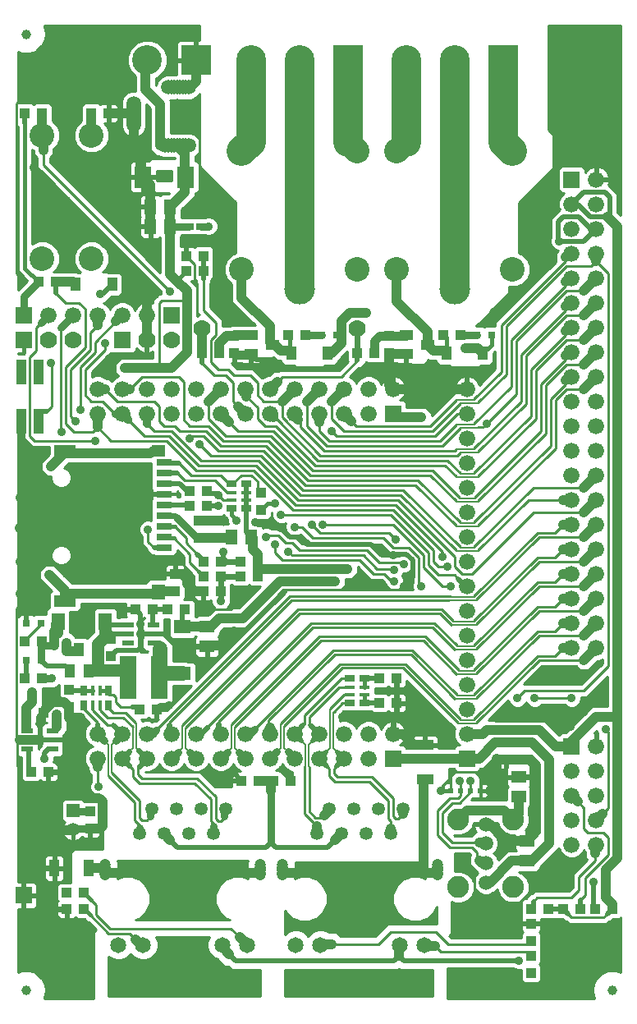
<source format=gbr>
G75*
G70*
%OFA0B0*%
%FSLAX24Y24*%
%IPPOS*%
%LPD*%
%AMOC8*
5,1,8,0,0,1.08239X$1,22.5*
%
%ADD10R,0.0660X0.0660*%
%ADD11C,0.0660*%
%ADD12R,0.0600X0.0500*%
%ADD13C,0.0886*%
%ADD14C,0.0591*%
%ADD15R,0.0240X0.0230*%
%ADD16R,0.0400X0.0400*%
%ADD17C,0.0531*%
%ADD18C,0.0650*%
%ADD19C,0.0472*%
%ADD20R,0.0400X0.0250*%
%ADD21R,0.0400X0.0150*%
%ADD22R,0.0250X0.0400*%
%ADD23R,0.0150X0.0400*%
%ADD24R,0.0394X0.0551*%
%ADD25R,0.0700X0.0700*%
%ADD26C,0.0700*%
%ADD27R,0.0700X0.0900*%
%ADD28C,0.1250*%
%ADD29C,0.1000*%
%ADD30R,0.1200X0.1200*%
%ADD31C,0.1200*%
%ADD32R,0.0551X0.0394*%
%ADD33R,0.0315X0.0315*%
%ADD34C,0.0394*%
%ADD35R,0.0630X0.0276*%
%ADD36R,0.0551X0.0472*%
%ADD37R,0.0551X0.0630*%
%ADD38R,0.0866X0.0472*%
%ADD39R,0.0500X0.0600*%
%ADD40R,0.0531X0.0531*%
%ADD41R,0.0571X0.0709*%
%ADD42R,0.0689X0.1772*%
%ADD43R,0.0709X0.0571*%
%ADD44R,0.0472X0.0217*%
%ADD45R,0.0200X0.0300*%
%ADD46R,0.0700X0.0400*%
%ADD47R,0.0400X0.0700*%
%ADD48R,0.0400X0.1000*%
%ADD49C,0.0200*%
%ADD50C,0.0400*%
%ADD51C,0.0100*%
%ADD52C,0.0070*%
%ADD53C,0.0080*%
%ADD54C,0.0300*%
%ADD55C,0.0240*%
%ADD56C,0.0354*%
%ADD57C,0.0320*%
%ADD58C,0.0160*%
%ADD59C,0.2480*%
%ADD60C,0.0350*%
%ADD61C,0.0150*%
%ADD62C,0.1200*%
%ADD63C,0.1000*%
%ADD64C,0.0600*%
%ADD65C,0.0500*%
D10*
X019652Y012157D03*
X022652Y012157D03*
X026902Y012657D03*
X019652Y026157D03*
X026902Y035657D03*
X004652Y030157D03*
D11*
X005652Y030157D03*
X006652Y030157D03*
X007652Y030157D03*
X008652Y030157D03*
X009652Y030157D03*
X009652Y027157D03*
X009652Y026157D03*
X008652Y026157D03*
X008652Y027157D03*
X007652Y027157D03*
X007652Y026157D03*
X010652Y026157D03*
X010652Y027157D03*
X011652Y027157D03*
X011652Y026157D03*
X012652Y026157D03*
X012652Y027157D03*
X013652Y027157D03*
X013652Y026157D03*
X014652Y026157D03*
X014652Y027157D03*
X015652Y027157D03*
X015652Y026157D03*
X016652Y026157D03*
X016652Y027157D03*
X017652Y027157D03*
X017652Y026157D03*
X018652Y026157D03*
X018652Y027157D03*
X019652Y027157D03*
X022652Y027157D03*
X022652Y026157D03*
X022652Y025157D03*
X022652Y024157D03*
X022652Y023157D03*
X022652Y022157D03*
X022652Y021157D03*
X022652Y020157D03*
X022652Y019157D03*
X022652Y018157D03*
X022652Y017157D03*
X022652Y016157D03*
X022652Y015157D03*
X022652Y014157D03*
X022652Y013157D03*
X019652Y013157D03*
X018652Y013157D03*
X018652Y012157D03*
X017652Y012157D03*
X017652Y013157D03*
X016652Y013157D03*
X016652Y012157D03*
X015652Y012157D03*
X015652Y013157D03*
X014652Y013157D03*
X014652Y012157D03*
X013652Y012157D03*
X013652Y013157D03*
X012652Y013157D03*
X012652Y012157D03*
X011652Y012157D03*
X011652Y013157D03*
X010652Y013157D03*
X010652Y012157D03*
X009652Y012157D03*
X009652Y013157D03*
X008652Y013157D03*
X008652Y012157D03*
X007652Y012157D03*
X007652Y013157D03*
X026902Y011657D03*
X026902Y010657D03*
X026902Y009657D03*
X026902Y008657D03*
X027902Y008657D03*
X027902Y009657D03*
X027902Y010657D03*
X027902Y011657D03*
X027902Y012657D03*
X027902Y016657D03*
X027902Y017657D03*
X027902Y018657D03*
X027902Y019657D03*
X027902Y020657D03*
X027902Y021657D03*
X026902Y021657D03*
X026902Y020657D03*
X026902Y019657D03*
X026902Y018657D03*
X026902Y017657D03*
X026902Y016657D03*
X026902Y022657D03*
X026902Y023657D03*
X026902Y024657D03*
X026902Y025657D03*
X026902Y026657D03*
X026902Y027657D03*
X026902Y028657D03*
X026902Y029657D03*
X026902Y030657D03*
X026902Y031657D03*
X026902Y032657D03*
X026902Y033657D03*
X026902Y034657D03*
X027902Y034657D03*
X027902Y035657D03*
X027902Y033657D03*
X027902Y032657D03*
X027902Y031657D03*
X027902Y030657D03*
X027902Y029657D03*
X027902Y028657D03*
X027902Y027657D03*
X027902Y026657D03*
X027902Y025657D03*
X027902Y024657D03*
X027902Y023657D03*
X027902Y022657D03*
D12*
X024752Y011407D03*
X024752Y010607D03*
X025102Y008807D03*
X025102Y008007D03*
X012102Y016707D03*
X012102Y017507D03*
D13*
X022289Y009686D03*
X022289Y006930D03*
X024533Y006930D03*
X024533Y009686D03*
D14*
X023411Y009489D03*
X023411Y008701D03*
X023411Y007914D03*
X023411Y007127D03*
X011345Y037034D03*
X011227Y037034D03*
X011109Y037034D03*
X010991Y037034D03*
X010873Y037034D03*
X010754Y037034D03*
X010636Y037034D03*
X010518Y037034D03*
X010400Y037034D03*
X009121Y037880D03*
X009121Y037959D03*
X009121Y038077D03*
X009121Y038195D03*
X009121Y038314D03*
X009121Y038432D03*
X009121Y038550D03*
X009121Y038668D03*
X009121Y038747D03*
X010518Y039396D03*
X010636Y039396D03*
X010754Y039396D03*
X010873Y039396D03*
X010991Y039396D03*
X011109Y039396D03*
X011227Y039396D03*
X011345Y039396D03*
D15*
X022002Y010857D03*
X022402Y010857D03*
X022802Y010857D03*
X023202Y010857D03*
D16*
X024252Y012107D03*
X024852Y012107D03*
X024852Y012807D03*
X024252Y012807D03*
X019802Y014407D03*
X019102Y014407D03*
X019102Y015407D03*
X019802Y015407D03*
X015502Y011257D03*
X014802Y011257D03*
X014202Y011257D03*
X013502Y011257D03*
X010052Y014157D03*
X009352Y014157D03*
X008202Y016307D03*
X008202Y017007D03*
X009202Y018207D03*
X009902Y018207D03*
X010502Y018207D03*
X011202Y018207D03*
X010802Y018957D03*
X010802Y019657D03*
X011952Y019557D03*
X011952Y020157D03*
X011752Y021107D03*
X012352Y021107D03*
X012352Y021807D03*
X012102Y022407D03*
X012102Y023007D03*
X011402Y023007D03*
X011402Y022407D03*
X011752Y021807D03*
X012652Y020157D03*
X012652Y019557D03*
X012652Y018957D03*
X013452Y019557D03*
X013452Y020157D03*
X014152Y020157D03*
X014152Y019557D03*
X014302Y022257D03*
X014302Y022957D03*
X011952Y018957D03*
X006502Y014957D03*
X006502Y014257D03*
X005452Y014007D03*
X004752Y014007D03*
X004702Y015407D03*
X005402Y015407D03*
X005402Y016907D03*
X004702Y016907D03*
X004952Y011607D03*
X005652Y011607D03*
X007352Y010007D03*
X007352Y009307D03*
X007102Y006707D03*
X007102Y006057D03*
X006402Y006057D03*
X006402Y006707D03*
X011902Y028607D03*
X012602Y028607D03*
X013202Y028607D03*
X013202Y029307D03*
X011952Y031957D03*
X011952Y032557D03*
X011252Y032557D03*
X011252Y031957D03*
X015402Y029357D03*
X016102Y029357D03*
X018202Y028607D03*
X018902Y028607D03*
X019502Y028607D03*
X019502Y029307D03*
X021702Y029357D03*
X022402Y029357D03*
X008102Y038357D03*
X007402Y038357D03*
X005402Y038357D03*
X004702Y038357D03*
X005252Y031507D03*
X005952Y031507D03*
X025252Y006057D03*
X025252Y005457D03*
X025252Y004757D03*
X025252Y004157D03*
X025252Y003457D03*
X025952Y006057D03*
X026552Y006057D03*
X027252Y006057D03*
X027852Y006057D03*
X028552Y006057D03*
D17*
X020049Y010095D03*
X019549Y009095D03*
X019049Y010095D03*
X018549Y009095D03*
X018049Y010095D03*
X017549Y009095D03*
X017049Y010095D03*
X016549Y009095D03*
X012849Y010095D03*
X012349Y009095D03*
X011849Y010095D03*
X011349Y009095D03*
X010849Y010095D03*
X010349Y009095D03*
X009849Y010095D03*
X009349Y009095D03*
X006652Y009263D03*
D18*
X008500Y004587D03*
X009500Y004587D03*
X012705Y004587D03*
X013705Y004587D03*
X015700Y004587D03*
X016700Y004587D03*
X019905Y004587D03*
X020905Y004587D03*
D19*
X021452Y007441D03*
X021452Y007520D03*
X021452Y007599D03*
X021452Y007677D03*
X021452Y007756D03*
X021452Y007835D03*
X015153Y007835D03*
X015153Y007756D03*
X015153Y007677D03*
X015153Y007599D03*
X015153Y007520D03*
X015153Y007441D03*
X014252Y007441D03*
X014252Y007520D03*
X014252Y007599D03*
X014252Y007677D03*
X014252Y007756D03*
X014252Y007835D03*
X007953Y007835D03*
X007953Y007756D03*
X007953Y007677D03*
X007953Y007599D03*
X007953Y007520D03*
X007953Y007441D03*
D20*
X017902Y014407D03*
X018502Y014407D03*
X018502Y015407D03*
X017902Y015407D03*
X013702Y022307D03*
X013102Y022307D03*
X013102Y023307D03*
X013702Y023307D03*
D21*
X013702Y022957D03*
X013702Y022657D03*
X013102Y022657D03*
X013102Y022957D03*
X017902Y015057D03*
X017902Y014757D03*
X018502Y014757D03*
X018502Y015057D03*
D22*
X008102Y014907D03*
X008102Y014307D03*
X007102Y014307D03*
X007102Y014907D03*
D23*
X007452Y014907D03*
X007752Y014907D03*
X007752Y014307D03*
X007452Y014307D03*
D24*
X007276Y015724D03*
X006902Y016590D03*
X006528Y015724D03*
X015504Y028607D03*
X017000Y028607D03*
X021804Y028607D03*
X023300Y028607D03*
X008250Y031407D03*
X006754Y031407D03*
D25*
X008652Y029157D03*
X010652Y030157D03*
X004652Y029157D03*
X004652Y006607D03*
D26*
X005652Y029157D03*
X006652Y029157D03*
X009652Y029157D03*
X010652Y029157D03*
X011902Y029607D03*
X018202Y029607D03*
D27*
X011210Y035757D03*
X009495Y035757D03*
D28*
X015852Y031207D03*
X022152Y031207D03*
D29*
X019802Y032007D03*
X018202Y032007D03*
X018202Y036807D03*
X019802Y036807D03*
X024502Y036807D03*
X024502Y032007D03*
X013502Y032007D03*
X013502Y036807D03*
X007402Y037457D03*
X005402Y037457D03*
X005402Y032457D03*
X007402Y032457D03*
D30*
X011637Y040507D03*
X017821Y040507D03*
X024121Y040507D03*
D31*
X022152Y040507D03*
X020184Y040507D03*
X015852Y040507D03*
X013884Y040507D03*
X009668Y040507D03*
D32*
X013869Y029331D03*
X013869Y028583D03*
X014736Y028957D03*
X020169Y028583D03*
X020169Y029331D03*
X021036Y028957D03*
D33*
X023052Y029357D03*
X023652Y029357D03*
X017352Y029357D03*
X016752Y029357D03*
X005352Y017657D03*
X004752Y017657D03*
X004752Y016157D03*
X005352Y016157D03*
D34*
X004752Y002757D03*
X028552Y002757D03*
X004752Y041557D03*
D35*
X010356Y024186D03*
X010356Y023753D03*
X010356Y023319D03*
X010356Y022886D03*
X010356Y022453D03*
X010356Y022020D03*
X010356Y021587D03*
X010356Y021154D03*
X010356Y020721D03*
D36*
X010110Y024658D03*
D37*
X010110Y018910D03*
D38*
X006330Y018556D03*
X006330Y024658D03*
D39*
X009802Y033757D03*
X009802Y034557D03*
X010602Y034557D03*
X010602Y033757D03*
X013102Y021157D03*
X013902Y021157D03*
D40*
X006652Y010051D03*
D41*
X006040Y017707D03*
X007965Y017707D03*
D42*
X008898Y015457D03*
X010157Y015457D03*
D43*
X011102Y015594D03*
X011102Y017519D03*
D44*
X009914Y017581D03*
X009914Y017207D03*
X009914Y016833D03*
X008891Y016833D03*
X008891Y017207D03*
X008891Y017581D03*
X005814Y013281D03*
X005814Y012907D03*
X005814Y012533D03*
X004791Y012533D03*
X004791Y013281D03*
D45*
X011452Y033757D03*
X011752Y033757D03*
D46*
X020952Y012707D03*
X020952Y011307D03*
D47*
X007302Y007707D03*
X005902Y007707D03*
D48*
X005252Y025857D03*
X004552Y025857D03*
X004552Y027857D03*
X005252Y027857D03*
D49*
X005252Y026257D02*
X005602Y026257D01*
X005252Y026257D02*
X005252Y025857D01*
X005952Y031057D02*
X005952Y031507D01*
X007750Y031005D02*
X007850Y031005D01*
X008250Y031405D01*
X008250Y031407D01*
X011252Y032557D02*
X011252Y033007D01*
X011352Y033757D02*
X011452Y033757D01*
X011752Y033757D02*
X011852Y033757D01*
X011952Y032557D02*
X011952Y031957D01*
X011952Y031607D01*
X011902Y028607D02*
X011902Y028207D01*
X013869Y028583D02*
X014095Y028357D01*
X014752Y028357D01*
X014902Y028207D01*
X018202Y028307D02*
X018202Y028607D01*
X013702Y023307D02*
X013702Y022957D01*
X013702Y022657D01*
X013702Y022307D01*
X013702Y021357D01*
X013902Y021157D01*
X014152Y021657D02*
X014052Y021757D01*
X014152Y021657D02*
X014952Y021657D01*
X015102Y021507D01*
X015452Y021157D01*
X015852Y021157D01*
X016152Y020857D01*
X018752Y020857D01*
X019202Y020407D01*
X019652Y020407D01*
X019702Y020457D01*
X020202Y020457D01*
X020452Y020207D01*
X020452Y019507D01*
X020102Y019157D01*
X022302Y019457D02*
X022602Y019157D01*
X022652Y019157D01*
X019102Y015407D02*
X018502Y015407D01*
X018502Y014407D02*
X019102Y014407D01*
X017382Y012427D02*
X017652Y012157D01*
X017352Y011857D01*
X016952Y011857D02*
X016652Y012157D01*
X016922Y012427D01*
X016382Y012887D02*
X016652Y013157D01*
X016302Y013507D01*
X016002Y013507D02*
X015652Y013157D01*
X015922Y012887D01*
X013502Y011257D02*
X013252Y011507D01*
X013052Y011507D01*
X014702Y008757D02*
X014502Y008557D01*
X010902Y008557D01*
X010602Y008857D01*
X008652Y013157D02*
X008302Y013507D01*
X007652Y013557D02*
X007652Y013157D01*
X006452Y012907D02*
X005814Y012907D01*
X005252Y012907D01*
X004852Y012533D02*
X004852Y011607D01*
X004952Y011607D01*
X005652Y011607D02*
X006302Y011607D01*
X005502Y012157D02*
X005502Y012383D01*
X005652Y012533D01*
X005814Y012533D01*
X005814Y013281D02*
X006002Y013281D01*
X006002Y013431D01*
X004852Y012533D02*
X004791Y012533D01*
X004791Y013281D02*
X004752Y013281D01*
X004752Y013407D01*
X004702Y015407D02*
X004752Y015457D01*
X004752Y016157D01*
X005352Y016157D02*
X005602Y015907D01*
X006345Y015907D01*
X006528Y015724D01*
X006502Y014957D02*
X006502Y014907D01*
X007102Y014907D01*
X008202Y016307D02*
X008432Y016537D01*
X009282Y016537D01*
X009402Y016657D01*
X009402Y017207D01*
X009402Y017607D01*
X009402Y018007D01*
X009202Y018207D01*
X008752Y018207D01*
X008891Y017581D02*
X008026Y017581D01*
X007952Y017507D01*
X007965Y017507D01*
X008302Y017207D02*
X008891Y017207D01*
X009402Y017207D02*
X009914Y017207D01*
X010352Y017207D01*
X010852Y016707D01*
X012102Y016707D01*
X011102Y017519D02*
X011102Y018107D01*
X011202Y018207D01*
X010502Y018207D02*
X009902Y018207D01*
X009902Y017581D01*
X009914Y017581D01*
X009914Y016833D02*
X010202Y016833D01*
X010202Y016607D01*
X010202Y014307D02*
X010552Y014307D01*
X010202Y014307D02*
X010052Y014157D01*
X009352Y014157D02*
X009352Y014257D01*
X009052Y014257D01*
X008202Y017007D02*
X008202Y017107D01*
X008302Y017207D01*
X009952Y020707D02*
X010342Y020707D01*
X010356Y020721D01*
X011702Y020457D02*
X011952Y020207D01*
X011952Y020157D01*
X012752Y020157D02*
X012752Y020557D01*
X012552Y022407D02*
X012102Y022407D01*
X012202Y022907D02*
X012102Y023007D01*
X012202Y022907D02*
X012502Y022907D01*
X012552Y022857D01*
X011402Y023007D02*
X011302Y023007D01*
X010990Y023319D01*
X010356Y023319D01*
X010356Y022886D02*
X009832Y022886D01*
X009752Y022807D01*
X010356Y022453D02*
X011356Y022453D01*
X011402Y022407D01*
X010902Y023757D02*
X010360Y023757D01*
X010356Y023753D01*
X010385Y024157D02*
X010952Y024157D01*
X010385Y024157D02*
X010356Y024186D01*
X004752Y018107D02*
X004752Y017657D01*
X013002Y004207D02*
X013252Y003957D01*
X019702Y003957D01*
X019902Y004157D01*
X020102Y003957D01*
X024752Y003957D01*
X025252Y005457D02*
X025852Y005457D01*
X025952Y006057D02*
X026552Y006057D01*
X026752Y005857D01*
X027252Y006057D02*
X027252Y006407D01*
X027802Y006107D02*
X027802Y007157D01*
X027802Y006107D02*
X027852Y006057D01*
X028352Y005857D02*
X028552Y006057D01*
X025352Y006157D02*
X025352Y006357D01*
X025352Y006157D02*
X025252Y006057D01*
X025402Y011407D02*
X024752Y011407D01*
X017302Y008857D02*
X017002Y008557D01*
X014902Y008557D01*
X014702Y008757D01*
X026402Y033157D02*
X026352Y033207D01*
X026352Y033957D01*
X026552Y034157D01*
X027202Y034157D01*
X027702Y033657D01*
X027902Y033657D02*
X027402Y033157D01*
X026402Y033157D01*
X026902Y034657D02*
X027402Y035157D01*
X028252Y035157D01*
X028452Y034957D01*
X028452Y034257D01*
X028402Y034207D01*
X028352Y034157D02*
X027652Y034157D01*
X027152Y034657D01*
X004702Y037957D02*
X004702Y038357D01*
D50*
X005402Y038357D02*
X005402Y037457D01*
X005452Y037407D01*
X005452Y036857D01*
X007402Y037457D02*
X007402Y038357D01*
X008102Y038357D02*
X009121Y038357D01*
X009121Y038314D01*
X009121Y037389D01*
X009402Y037107D01*
X009402Y035850D01*
X009495Y035757D01*
X009802Y035450D01*
X009802Y034557D01*
X009802Y033757D01*
X010602Y033757D02*
X010602Y031807D01*
X010852Y031557D01*
X011277Y031132D01*
X011277Y030743D01*
X011277Y028632D01*
X010652Y028007D01*
X010152Y028007D01*
X009552Y028007D01*
X009152Y028007D01*
X008752Y028007D01*
X008662Y027157D02*
X008952Y027157D01*
X007952Y027157D02*
X007652Y027157D01*
X007652Y026157D02*
X007652Y025607D01*
X006330Y024658D02*
X006330Y024585D01*
X005752Y024007D01*
X006330Y024557D02*
X009802Y024557D01*
X009904Y024658D01*
X010110Y024658D01*
X012152Y026657D02*
X012652Y027157D01*
X013352Y026457D02*
X013652Y026157D01*
X013702Y026857D02*
X013702Y027157D01*
X013652Y027157D01*
X014652Y027157D02*
X014952Y027457D01*
X015652Y027157D02*
X015152Y026657D01*
X014652Y026157D02*
X014802Y026007D01*
X015652Y026057D02*
X015652Y026157D01*
X015652Y026057D02*
X015802Y025907D01*
X016152Y026657D02*
X016652Y027157D01*
X017152Y026657D02*
X017652Y027157D01*
X017652Y026157D02*
X017952Y025857D01*
X016652Y025807D02*
X016652Y026157D01*
X017000Y028607D02*
X017152Y028607D01*
X017552Y029007D01*
X017552Y029357D01*
X017552Y029907D01*
X017902Y030257D01*
X018552Y030257D01*
X019802Y030707D02*
X019802Y032007D01*
X019802Y030707D02*
X021036Y029474D01*
X021036Y028957D01*
X021286Y028707D01*
X021804Y028707D01*
X021804Y028607D01*
X022602Y028807D02*
X023100Y028807D01*
X023300Y028607D01*
X022652Y027157D02*
X019652Y027157D01*
X019502Y027307D01*
X019502Y028607D01*
X019526Y028583D01*
X020169Y028583D01*
X019652Y026157D02*
X019802Y026007D01*
X020802Y026007D01*
X017802Y019857D02*
X014152Y019857D01*
X014152Y020157D01*
X014152Y020457D01*
X013952Y020657D01*
X013952Y021107D01*
X013902Y021157D01*
X014152Y019857D02*
X014152Y019557D01*
X015052Y019357D02*
X013552Y017857D01*
X012602Y017857D01*
X012252Y017507D01*
X012102Y017507D01*
X011102Y017507D01*
X011102Y017519D01*
X012102Y016757D02*
X012602Y016757D01*
X012102Y016757D02*
X012102Y016707D01*
X011952Y018957D02*
X011902Y018957D01*
X011602Y018957D01*
X011302Y019257D01*
X011302Y019457D01*
X011102Y019657D01*
X010802Y019657D01*
X010802Y018957D02*
X010157Y018957D01*
X010110Y018910D01*
X010057Y018857D01*
X006330Y018857D01*
X006330Y018556D01*
X006330Y018857D02*
X006330Y018979D01*
X005702Y019607D01*
X006040Y017707D02*
X006040Y017244D01*
X005902Y017107D01*
X005902Y017307D01*
X005952Y017357D01*
X005952Y017619D01*
X006040Y017707D01*
X005902Y017107D02*
X005902Y016757D01*
X006402Y016857D02*
X006402Y016507D01*
X006819Y016507D01*
X006902Y016590D01*
X007310Y015757D02*
X007410Y015757D01*
X007310Y015757D02*
X007276Y015724D01*
X007852Y017007D02*
X008202Y017007D01*
X008202Y017157D01*
X007965Y017157D01*
X007965Y017507D02*
X007965Y017707D01*
X008452Y019657D02*
X009202Y019657D01*
X008452Y019657D02*
X006602Y021507D01*
X004502Y021507D01*
X006330Y024557D02*
X006330Y024658D01*
X009652Y029157D02*
X009652Y030157D01*
X009652Y031407D01*
X008652Y032407D01*
X007402Y033657D01*
X006654Y031507D02*
X005952Y031507D01*
X006654Y031507D02*
X006754Y031407D01*
X007652Y030157D02*
X007652Y029757D01*
X008402Y029907D02*
X008652Y030157D01*
X010602Y033757D02*
X010602Y034557D01*
X011202Y035157D01*
X011202Y035764D01*
X011202Y036704D01*
X010873Y037034D01*
X010202Y037034D01*
X010202Y038707D01*
X009602Y039307D01*
X009602Y040441D01*
X009668Y040507D01*
X010873Y039396D02*
X011392Y039396D01*
X011652Y039657D01*
X011652Y040507D01*
X011637Y040507D01*
X011352Y037034D02*
X010873Y037034D01*
X011202Y035764D02*
X011210Y035757D01*
X013502Y032007D02*
X013502Y030857D01*
X014652Y029707D01*
X014652Y029040D01*
X014736Y028957D01*
X014852Y028957D01*
X015102Y028707D01*
X015404Y028707D01*
X015504Y028607D01*
X013869Y029331D02*
X013226Y029331D01*
X013202Y029307D01*
X012902Y029307D01*
X012602Y029007D01*
X012602Y028607D01*
X011902Y028607D02*
X011902Y029607D01*
X012652Y026157D02*
X013002Y025807D01*
X012802Y021807D02*
X012352Y021807D01*
X011752Y021807D01*
X011752Y021107D02*
X012352Y021107D01*
X013052Y021107D01*
X013102Y021157D01*
X012752Y020157D02*
X012652Y020157D01*
X015052Y019357D02*
X016902Y019357D01*
X017302Y019357D01*
X014652Y013407D02*
X014652Y013157D01*
X014702Y011257D02*
X014202Y011257D01*
X014702Y011257D02*
X014702Y010857D01*
X014702Y011257D02*
X014802Y011257D01*
X016552Y009407D02*
X016552Y009099D01*
X016549Y009095D01*
X017302Y008857D02*
X017540Y009095D01*
X017549Y009095D01*
X016852Y009857D02*
X017049Y010053D01*
X017049Y010095D01*
X015153Y007677D02*
X015153Y007507D01*
X020902Y007507D01*
X021452Y007507D01*
X021452Y007677D01*
X020902Y007507D02*
X020902Y011257D01*
X020952Y011307D01*
X020952Y012707D02*
X020502Y012707D01*
X020052Y013157D01*
X019652Y013157D01*
X019652Y012157D02*
X022652Y012157D01*
X023152Y012157D01*
X023802Y012807D01*
X024252Y012807D01*
X024852Y012807D01*
X025302Y012807D01*
X026002Y012107D01*
X026002Y008707D01*
X025302Y008007D01*
X025102Y008007D01*
X024452Y008007D01*
X023572Y007127D01*
X023411Y007127D01*
X023411Y007914D02*
X023245Y007914D01*
X023152Y008007D01*
X023411Y008701D02*
X023355Y008757D01*
X023152Y008757D01*
X023411Y009489D02*
X023571Y009489D01*
X024252Y008807D01*
X025102Y008807D01*
X025402Y009107D01*
X025402Y011407D01*
X025402Y011907D01*
X025202Y012107D01*
X024852Y012107D01*
X024252Y012107D01*
X023852Y012107D01*
X023852Y012157D01*
X023852Y012107D02*
X023852Y011107D01*
X023602Y010857D01*
X024161Y010057D02*
X022660Y010057D01*
X022289Y009686D01*
X024161Y010057D02*
X024533Y009686D01*
X024752Y009905D01*
X024752Y010607D01*
X026252Y012657D02*
X026902Y012657D01*
X026902Y012857D01*
X027902Y013857D01*
X028752Y013857D01*
X028752Y033757D01*
X028352Y034157D01*
X027902Y032657D02*
X027902Y032357D01*
X027902Y031657D02*
X027402Y031157D01*
X026902Y031657D02*
X026802Y031657D01*
X026652Y031507D01*
X026802Y030657D02*
X026902Y030657D01*
X026802Y030657D02*
X026652Y030507D01*
X027402Y030157D02*
X027902Y030657D01*
X027902Y029657D02*
X027402Y029157D01*
X026902Y029657D02*
X026802Y029657D01*
X026652Y029507D01*
X026802Y028657D02*
X026902Y028657D01*
X026802Y028657D02*
X026652Y028507D01*
X027402Y028157D02*
X027902Y028657D01*
X027902Y027657D02*
X027402Y027157D01*
X026902Y027657D02*
X026802Y027657D01*
X026652Y027507D01*
X027902Y023657D02*
X027402Y023157D01*
X026902Y022657D02*
X026552Y022657D01*
X027402Y022157D02*
X027902Y022657D01*
X027902Y021657D02*
X027402Y021157D01*
X026902Y021657D02*
X026552Y021657D01*
X026552Y020657D02*
X026902Y020657D01*
X027402Y020157D02*
X027902Y020657D01*
X027902Y019657D02*
X027402Y019157D01*
X026902Y019657D02*
X026552Y019657D01*
X026552Y018657D02*
X026902Y018657D01*
X027402Y018157D02*
X027902Y018657D01*
X027902Y017657D02*
X027402Y017157D01*
X026902Y017657D02*
X026552Y017657D01*
X026552Y016657D02*
X026902Y016657D01*
X027402Y016157D02*
X027902Y016657D01*
X028752Y013857D02*
X028752Y008107D01*
X028302Y007657D01*
X028302Y006507D01*
X028552Y006257D01*
X028552Y006057D01*
X027852Y008307D02*
X027852Y008607D01*
X027902Y008657D01*
X027902Y009657D02*
X028152Y009907D01*
X027152Y010407D02*
X026902Y010657D01*
X026252Y012657D02*
X025602Y013307D01*
X023452Y013307D01*
X023302Y013157D01*
X022652Y013157D01*
X023852Y013807D02*
X027052Y013807D01*
X021352Y004557D02*
X020935Y004557D01*
X020905Y004587D01*
X019905Y004587D02*
X019902Y004585D01*
X019902Y004157D01*
X017152Y004607D02*
X016720Y004607D01*
X016700Y004587D01*
X014252Y007507D02*
X007953Y007507D01*
X007953Y007677D01*
X007923Y007707D01*
X007302Y007707D01*
X007352Y009307D02*
X007752Y009307D01*
X007852Y009407D01*
X007852Y010407D01*
X007702Y010557D01*
X007452Y010557D01*
X007152Y010857D01*
X007152Y011507D01*
X007152Y011607D01*
X006952Y011807D01*
X007652Y011807D02*
X007652Y012157D01*
X006952Y013407D02*
X006952Y013807D01*
X006502Y013807D01*
X006502Y014257D01*
X006302Y014457D01*
X005852Y014457D01*
X006002Y013957D02*
X006002Y013607D01*
X006002Y013431D01*
X005252Y012907D02*
X004502Y012907D01*
X004752Y013407D02*
X004752Y014007D01*
X004752Y014207D01*
X005002Y014457D01*
X005002Y014857D01*
X005202Y009257D02*
X006646Y009257D01*
X006652Y009263D01*
X009202Y004807D02*
X009352Y004657D01*
X009431Y004657D01*
X009500Y004587D01*
X012705Y004587D02*
X012705Y004504D01*
X013002Y004207D01*
X013405Y004904D02*
X013705Y004604D01*
X013705Y004587D01*
X014252Y007507D02*
X014252Y007591D01*
X014252Y007677D01*
X010602Y008857D02*
X010365Y009095D01*
X010349Y009095D01*
X019549Y009095D02*
X019552Y009099D01*
X019552Y009307D01*
X020052Y009907D02*
X020052Y010091D01*
X020049Y010095D01*
X026652Y032507D02*
X026802Y032657D01*
X026902Y032657D01*
D51*
X004412Y006057D02*
X004412Y003476D01*
X004419Y003480D01*
X004486Y003507D01*
X004486Y003507D01*
X004555Y003528D01*
X004555Y003528D01*
X004626Y003543D01*
X004626Y003543D01*
X004698Y003551D01*
X004698Y003551D01*
X004771Y003553D01*
X004771Y003553D01*
X004843Y003548D01*
X004843Y003548D01*
X004914Y003536D01*
X004914Y003536D01*
X004985Y003518D01*
X004985Y003518D01*
X005053Y003494D01*
X005053Y003494D01*
X005119Y003464D01*
X005119Y003464D01*
X005181Y003427D01*
X005181Y003427D01*
X005241Y003386D01*
X005241Y003386D01*
X005296Y003339D01*
X005296Y003339D01*
X005346Y003287D01*
X005346Y003287D01*
X005392Y003231D01*
X005392Y003231D01*
X005433Y003170D01*
X005433Y003170D01*
X005467Y003107D01*
X005467Y003107D01*
X005496Y003040D01*
X005496Y003040D01*
X005519Y002972D01*
X005519Y002972D01*
X005535Y002901D01*
X005535Y002901D01*
X005545Y002829D01*
X005545Y002829D01*
X005548Y002757D01*
X005548Y002757D01*
X005545Y002684D01*
X005535Y002613D01*
X005519Y002542D01*
X005496Y002473D01*
X005472Y002417D01*
X007492Y002417D01*
X007492Y005115D01*
X007585Y005207D01*
X007270Y005522D01*
X007234Y005522D01*
X007109Y005647D01*
X006815Y005647D01*
X006745Y005717D01*
X006685Y005657D01*
X006452Y005657D01*
X006452Y006007D01*
X006352Y006007D01*
X006002Y006007D01*
X006002Y005774D01*
X006120Y005657D01*
X006352Y005657D01*
X006352Y006007D01*
X006352Y006107D01*
X006002Y006107D01*
X006002Y006340D01*
X006038Y006375D01*
X005992Y006420D01*
X005992Y006994D01*
X006115Y007117D01*
X006542Y007117D01*
X006542Y007265D01*
X006542Y008315D01*
X006695Y008467D01*
X006910Y008467D01*
X007842Y008467D01*
X007842Y010646D01*
X007779Y010620D01*
X007625Y010620D01*
X007483Y010679D01*
X007374Y010788D01*
X007315Y010930D01*
X007315Y011084D01*
X007374Y011226D01*
X007392Y011244D01*
X007392Y011487D01*
X007242Y011637D01*
X007242Y011803D01*
X007195Y011851D01*
X007112Y012049D01*
X007112Y012264D01*
X007195Y012463D01*
X007347Y012615D01*
X007449Y012657D01*
X007347Y012699D01*
X007195Y012851D01*
X007112Y013049D01*
X007112Y013264D01*
X007195Y013463D01*
X007317Y013585D01*
X007005Y013897D01*
X006890Y013897D01*
X006858Y013929D01*
X006785Y013857D01*
X006552Y013857D01*
X006552Y014207D01*
X006452Y014207D01*
X006452Y013857D01*
X006412Y013857D01*
X006412Y013437D01*
X006412Y013261D01*
X006312Y013161D01*
X006312Y013152D01*
X006260Y013101D01*
X006260Y013086D01*
X006250Y013076D01*
X006250Y012911D01*
X005819Y012911D01*
X005819Y012903D01*
X006250Y012903D01*
X006250Y012738D01*
X006260Y012728D01*
X006260Y012338D01*
X006137Y012215D01*
X005890Y012215D01*
X005890Y012080D01*
X005859Y012007D01*
X005935Y012007D01*
X006052Y011890D01*
X006052Y011657D01*
X005703Y011657D01*
X005703Y011557D01*
X006052Y011557D01*
X006052Y011324D01*
X005935Y011207D01*
X005702Y011207D01*
X005702Y011557D01*
X005602Y011557D01*
X005602Y011207D01*
X005370Y011207D01*
X005309Y011267D01*
X005239Y011197D01*
X004665Y011197D01*
X004542Y011320D01*
X004542Y011478D01*
X004542Y012215D01*
X004467Y012215D01*
X004412Y012270D01*
X004412Y007157D01*
X004602Y007157D01*
X004602Y006657D01*
X004702Y006657D01*
X004702Y007157D01*
X005085Y007157D01*
X005202Y007040D01*
X005202Y006657D01*
X004703Y006657D01*
X004703Y006557D01*
X005202Y006557D01*
X005202Y006174D01*
X005085Y006057D01*
X004702Y006057D01*
X004702Y006557D01*
X004602Y006557D01*
X004602Y006057D01*
X004412Y006057D01*
X004412Y006000D02*
X006002Y006000D01*
X006002Y005901D02*
X004412Y005901D01*
X004412Y005803D02*
X006002Y005803D01*
X006072Y005704D02*
X004412Y005704D01*
X004412Y005606D02*
X007150Y005606D01*
X007284Y005507D02*
X004412Y005507D01*
X004412Y005409D02*
X007383Y005409D01*
X007481Y005310D02*
X004412Y005310D01*
X004412Y005212D02*
X007580Y005212D01*
X007492Y005113D02*
X004412Y005113D01*
X004412Y005015D02*
X007492Y005015D01*
X007492Y004916D02*
X004412Y004916D01*
X004412Y004818D02*
X007492Y004818D01*
X007492Y004719D02*
X004412Y004719D01*
X004412Y004620D02*
X007492Y004620D01*
X007492Y004522D02*
X004412Y004522D01*
X004412Y004423D02*
X007492Y004423D01*
X007492Y004325D02*
X004412Y004325D01*
X004412Y004226D02*
X007492Y004226D01*
X007492Y004128D02*
X004412Y004128D01*
X004412Y004029D02*
X007492Y004029D01*
X007492Y003931D02*
X004412Y003931D01*
X004412Y003832D02*
X007492Y003832D01*
X007492Y003734D02*
X004412Y003734D01*
X004412Y003635D02*
X007492Y003635D01*
X007492Y003536D02*
X004913Y003536D01*
X005163Y003438D02*
X007492Y003438D01*
X007492Y003339D02*
X005295Y003339D01*
X005384Y003241D02*
X007492Y003241D01*
X007492Y003142D02*
X005448Y003142D01*
X005495Y003044D02*
X007492Y003044D01*
X007492Y002945D02*
X005525Y002945D01*
X005543Y002847D02*
X007492Y002847D01*
X007492Y002748D02*
X005548Y002748D01*
X005540Y002650D02*
X007492Y002650D01*
X007492Y002551D02*
X005521Y002551D01*
X005487Y002452D02*
X007492Y002452D01*
X008092Y002497D02*
X008092Y004126D01*
X008152Y004066D01*
X008378Y003973D01*
X008622Y003973D01*
X008848Y004066D01*
X009000Y004218D01*
X009152Y004066D01*
X009378Y003973D01*
X009622Y003973D01*
X009848Y004066D01*
X010021Y004239D01*
X010115Y004465D01*
X010115Y004710D01*
X010029Y004917D01*
X012176Y004917D01*
X012090Y004710D01*
X012090Y004465D01*
X012184Y004239D01*
X012357Y004066D01*
X012516Y004000D01*
X012799Y003717D01*
X012941Y003717D01*
X013091Y003567D01*
X014252Y003567D01*
X014252Y002497D01*
X008092Y002497D01*
X008092Y002551D02*
X014252Y002551D01*
X014252Y002650D02*
X008092Y002650D01*
X008092Y002748D02*
X014252Y002748D01*
X014252Y002847D02*
X008092Y002847D01*
X008092Y002945D02*
X014252Y002945D01*
X014252Y003044D02*
X008092Y003044D01*
X008092Y003142D02*
X014252Y003142D01*
X014252Y003241D02*
X008092Y003241D01*
X008092Y003339D02*
X014252Y003339D01*
X014252Y003438D02*
X008092Y003438D01*
X008092Y003536D02*
X014252Y003536D01*
X015252Y003536D02*
X021262Y003536D01*
X021262Y003567D02*
X021262Y002497D01*
X015252Y002497D01*
X015252Y003567D01*
X019864Y003567D01*
X019902Y003605D01*
X019941Y003567D01*
X021262Y003567D01*
X021262Y003438D02*
X015252Y003438D01*
X015252Y003339D02*
X021262Y003339D01*
X021262Y003241D02*
X015252Y003241D01*
X015252Y003142D02*
X021262Y003142D01*
X021262Y003044D02*
X015252Y003044D01*
X015252Y002945D02*
X021262Y002945D01*
X021262Y002847D02*
X015252Y002847D01*
X015252Y002748D02*
X021262Y002748D01*
X021262Y002650D02*
X015252Y002650D01*
X015252Y002551D02*
X021262Y002551D01*
X021862Y002551D02*
X027784Y002551D01*
X027777Y002577D02*
X027796Y002507D01*
X027822Y002440D01*
X027822Y002440D01*
X027834Y002417D01*
X021862Y002417D01*
X021862Y003647D01*
X024515Y003647D01*
X024533Y003629D01*
X024675Y003570D01*
X024829Y003570D01*
X024842Y003575D01*
X024842Y003170D01*
X024965Y003047D01*
X025539Y003047D01*
X025662Y003170D01*
X025662Y003744D01*
X025599Y003807D01*
X025662Y003870D01*
X025662Y004444D01*
X025649Y004457D01*
X025662Y004470D01*
X025662Y005044D01*
X025592Y005114D01*
X025652Y005174D01*
X025652Y005407D01*
X025303Y005407D01*
X025303Y005507D01*
X025652Y005507D01*
X026734Y005507D01*
X026695Y005547D02*
X026795Y005447D01*
X027010Y005447D01*
X028310Y005447D01*
X028410Y005547D01*
X028481Y005547D01*
X028581Y005647D01*
X028839Y005647D01*
X028892Y005700D01*
X028892Y003476D01*
X028853Y003494D01*
X028853Y003494D01*
X028785Y003518D01*
X028785Y003518D01*
X028714Y003536D01*
X028643Y003548D01*
X028643Y003548D01*
X028571Y003553D01*
X028571Y003553D01*
X028498Y003551D01*
X028426Y003543D01*
X028355Y003528D01*
X028286Y003507D01*
X028286Y003507D01*
X028219Y003480D01*
X028154Y003446D01*
X028093Y003407D01*
X028036Y003363D01*
X027983Y003313D01*
X027935Y003259D01*
X027892Y003201D01*
X027854Y003139D01*
X027822Y003074D01*
X027796Y003006D01*
X027777Y002936D01*
X027764Y002865D01*
X027757Y002793D01*
X027757Y002721D01*
X027764Y002648D01*
X027777Y002577D01*
X027777Y002577D01*
X027796Y002507D02*
X027796Y002507D01*
X027817Y002452D02*
X021862Y002452D01*
X021862Y002650D02*
X027764Y002650D01*
X027764Y002648D02*
X027764Y002648D01*
X027757Y002748D02*
X021862Y002748D01*
X021862Y002847D02*
X027762Y002847D01*
X027779Y002945D02*
X021862Y002945D01*
X021862Y003044D02*
X027811Y003044D01*
X027856Y003142D02*
X025635Y003142D01*
X025662Y003241D02*
X027921Y003241D01*
X027983Y003313D02*
X027983Y003313D01*
X028011Y003339D02*
X025662Y003339D01*
X025662Y003438D02*
X028141Y003438D01*
X028154Y003446D02*
X028154Y003446D01*
X028219Y003480D02*
X028219Y003480D01*
X028355Y003528D02*
X028355Y003528D01*
X028396Y003536D02*
X025662Y003536D01*
X025662Y003635D02*
X028892Y003635D01*
X028892Y003536D02*
X028713Y003536D01*
X028714Y003536D02*
X028714Y003536D01*
X028498Y003551D02*
X028498Y003551D01*
X028426Y003543D02*
X028426Y003543D01*
X028892Y003734D02*
X025662Y003734D01*
X025625Y003832D02*
X028892Y003832D01*
X028892Y003931D02*
X025662Y003931D01*
X025662Y004029D02*
X028892Y004029D01*
X028892Y004128D02*
X025662Y004128D01*
X025662Y004226D02*
X028892Y004226D01*
X028892Y004325D02*
X025662Y004325D01*
X025662Y004423D02*
X028892Y004423D01*
X028892Y004522D02*
X025662Y004522D01*
X025662Y004620D02*
X028892Y004620D01*
X028892Y004719D02*
X025662Y004719D01*
X025662Y004818D02*
X028892Y004818D01*
X028892Y004916D02*
X025662Y004916D01*
X025662Y005015D02*
X028892Y005015D01*
X028892Y005113D02*
X025593Y005113D01*
X025652Y005212D02*
X028892Y005212D01*
X028892Y005310D02*
X025652Y005310D01*
X025652Y005507D02*
X025652Y005660D01*
X025665Y005647D01*
X026239Y005647D01*
X026252Y005660D01*
X026265Y005647D01*
X026524Y005647D01*
X026624Y005547D01*
X026695Y005547D01*
X026565Y005606D02*
X025652Y005606D01*
X025303Y005409D02*
X028892Y005409D01*
X028892Y005507D02*
X028371Y005507D01*
X028540Y005606D02*
X028892Y005606D01*
X028352Y005857D02*
X028202Y005707D01*
X026902Y005707D01*
X026752Y005857D01*
X026902Y006507D02*
X025502Y006507D01*
X025352Y006357D01*
X025149Y006591D02*
X025099Y006591D01*
X025086Y006560D02*
X025186Y006800D01*
X025186Y007060D01*
X025086Y007300D01*
X024903Y007483D01*
X024749Y007547D01*
X025489Y007547D01*
X025612Y007670D01*
X025612Y007737D01*
X026381Y008505D01*
X026445Y008351D01*
X026597Y008199D01*
X026795Y008117D01*
X027010Y008117D01*
X027208Y008199D01*
X027360Y008351D01*
X027402Y008453D01*
X027442Y008356D01*
X027442Y008137D01*
X027529Y008051D01*
X027095Y007617D01*
X027095Y007617D01*
X026942Y007465D01*
X026942Y006914D01*
X026795Y006767D01*
X025610Y006767D01*
X025395Y006767D01*
X025295Y006667D01*
X025224Y006667D01*
X025042Y006485D01*
X025042Y006467D01*
X024993Y006467D01*
X025086Y006560D01*
X025050Y006493D02*
X025019Y006493D01*
X024855Y006357D02*
X024842Y006344D01*
X024842Y005770D01*
X024863Y005750D01*
X024852Y005740D01*
X024852Y005507D01*
X022012Y005507D01*
X022012Y005409D02*
X025202Y005409D01*
X025202Y005407D02*
X024852Y005407D01*
X024852Y005174D01*
X024913Y005114D01*
X024842Y005044D01*
X024842Y004867D01*
X022010Y004867D01*
X021920Y004957D01*
X022012Y005049D01*
X022012Y006337D01*
X022159Y006277D01*
X022419Y006277D01*
X022659Y006376D01*
X022842Y006560D01*
X022942Y006800D01*
X022942Y006939D01*
X022982Y006840D01*
X023124Y006698D01*
X023310Y006621D01*
X023511Y006621D01*
X023697Y006698D01*
X023715Y006717D01*
X023742Y006717D01*
X023880Y006854D01*
X023880Y006800D01*
X023979Y006560D01*
X024163Y006376D01*
X024403Y006277D01*
X024663Y006277D01*
X024855Y006357D01*
X024842Y006296D02*
X024708Y006296D01*
X024802Y006307D02*
X025302Y006807D01*
X025302Y006907D01*
X025186Y006887D02*
X026915Y006887D01*
X026942Y006985D02*
X025186Y006985D01*
X025176Y007084D02*
X026942Y007084D01*
X026942Y007183D02*
X025135Y007183D01*
X025094Y007281D02*
X026942Y007281D01*
X026942Y007380D02*
X025006Y007380D01*
X024908Y007478D02*
X026956Y007478D01*
X027055Y007577D02*
X025519Y007577D01*
X025612Y007675D02*
X027153Y007675D01*
X027252Y007774D02*
X025649Y007774D01*
X025748Y007872D02*
X027350Y007872D01*
X027449Y007971D02*
X025846Y007971D01*
X025945Y008069D02*
X027510Y008069D01*
X027442Y008168D02*
X027133Y008168D01*
X027276Y008267D02*
X027442Y008267D01*
X027439Y008365D02*
X027366Y008365D01*
X027552Y009157D02*
X028202Y009157D01*
X028402Y008957D01*
X028402Y008257D01*
X027452Y007307D01*
X027452Y006607D01*
X027252Y006407D01*
X026902Y006507D02*
X027202Y006807D01*
X027202Y007357D01*
X027852Y008007D01*
X027852Y008307D01*
X027552Y009157D02*
X027402Y009307D01*
X027402Y010157D01*
X027152Y010407D01*
X028152Y009907D02*
X028402Y010157D01*
X028402Y013257D01*
X028302Y013357D01*
X027951Y013194D02*
X027819Y013194D01*
X027812Y013187D02*
X027915Y013290D01*
X027915Y013280D01*
X027954Y013187D01*
X027952Y013187D01*
X027952Y012707D01*
X027852Y012707D01*
X027852Y013187D01*
X027812Y013187D01*
X027852Y013095D02*
X027952Y013095D01*
X027952Y012997D02*
X027852Y012997D01*
X027852Y012898D02*
X027952Y012898D01*
X027952Y012800D02*
X027852Y012800D01*
X027152Y013686D02*
X025803Y013686D01*
X025772Y013717D02*
X023622Y013717D01*
X023515Y013717D01*
X024319Y014521D01*
X024374Y014388D01*
X024483Y014279D01*
X024625Y014220D01*
X024779Y014220D01*
X024922Y014279D01*
X025031Y014388D01*
X025052Y014440D01*
X025074Y014388D01*
X025183Y014279D01*
X025325Y014220D01*
X025479Y014220D01*
X025622Y014279D01*
X025690Y014347D01*
X026615Y014347D01*
X026683Y014279D01*
X026825Y014220D01*
X026979Y014220D01*
X027122Y014279D01*
X027231Y014388D01*
X027290Y014530D01*
X027290Y014647D01*
X027295Y014647D01*
X027510Y014647D01*
X028342Y015479D01*
X028342Y014267D01*
X027733Y014267D01*
X027492Y014027D01*
X026733Y013267D01*
X026663Y013197D01*
X026485Y013197D01*
X026389Y013100D01*
X026012Y013477D01*
X025772Y013717D01*
X025901Y013588D02*
X027054Y013588D01*
X026955Y013489D02*
X026000Y013489D01*
X026098Y013391D02*
X026857Y013391D01*
X026758Y013292D02*
X026197Y013292D01*
X026295Y013194D02*
X026482Y013194D01*
X026685Y014278D02*
X025619Y014278D01*
X025402Y014607D02*
X026902Y014607D01*
X027267Y014475D02*
X028342Y014475D01*
X028342Y014573D02*
X027290Y014573D01*
X027219Y014376D02*
X028342Y014376D01*
X028342Y014278D02*
X027119Y014278D01*
X027448Y013982D02*
X023780Y013982D01*
X023682Y013884D02*
X027349Y013884D01*
X027251Y013785D02*
X023583Y013785D01*
X023879Y014081D02*
X027546Y014081D01*
X027645Y014179D02*
X023977Y014179D01*
X024076Y014278D02*
X024485Y014278D01*
X024386Y014376D02*
X024174Y014376D01*
X024273Y014475D02*
X024338Y014475D01*
X024702Y014607D02*
X025002Y014907D01*
X027402Y014907D01*
X028402Y015907D01*
X028402Y031857D01*
X027902Y032357D01*
X027702Y032157D01*
X026702Y032157D01*
X024252Y029707D01*
X024252Y027757D01*
X023092Y026597D01*
X022932Y026737D02*
X024052Y027857D01*
X024052Y029757D01*
X026652Y032357D01*
X026652Y032507D01*
X026242Y032508D02*
X025005Y032508D01*
X025104Y032410D02*
X026242Y032410D01*
X026242Y032337D02*
X026254Y032326D01*
X023792Y029865D01*
X023792Y029724D01*
X023408Y029724D01*
X023352Y029669D01*
X023297Y029724D01*
X023003Y029724D01*
X023041Y029762D01*
X023101Y029787D01*
X023572Y030258D01*
X023597Y030318D01*
X023676Y030397D01*
X023710Y030397D01*
X024210Y030897D01*
X024362Y031049D01*
X024362Y031297D01*
X024644Y031297D01*
X024905Y031405D01*
X025104Y031605D01*
X025212Y031866D01*
X025212Y032148D01*
X025104Y032409D01*
X024905Y032609D01*
X024762Y032668D01*
X024762Y034699D01*
X025962Y035899D01*
X025962Y035933D01*
X026152Y036123D01*
X026152Y037490D01*
X025962Y037680D01*
X025962Y041897D01*
X028892Y041897D01*
X028892Y034197D01*
X028762Y034327D01*
X028762Y034828D01*
X028762Y035085D01*
X028393Y035455D01*
X028432Y035551D01*
X028432Y035607D01*
X027953Y035607D01*
X027953Y035707D01*
X028432Y035707D01*
X028432Y035762D01*
X028352Y035957D01*
X028203Y036106D01*
X028008Y036187D01*
X027952Y036187D01*
X027952Y035707D01*
X027852Y035707D01*
X027852Y036187D01*
X027797Y036187D01*
X027602Y036106D01*
X027453Y035957D01*
X027442Y035931D01*
X027442Y036074D01*
X027319Y036197D01*
X026485Y036197D01*
X026362Y036074D01*
X026362Y035240D01*
X026485Y035117D01*
X026602Y035117D01*
X026597Y035115D01*
X026445Y034963D01*
X026362Y034764D01*
X026362Y034549D01*
X026405Y034447D01*
X026042Y034085D01*
X024762Y034085D01*
X024762Y034183D02*
X026141Y034183D01*
X026042Y034085D02*
X026042Y033828D01*
X026042Y033299D01*
X026015Y033234D01*
X026015Y033080D01*
X026074Y032938D01*
X026183Y032829D01*
X026325Y032770D01*
X026336Y032770D01*
X026242Y032677D01*
X026242Y032337D01*
X026239Y032311D02*
X025145Y032311D01*
X025186Y032213D02*
X026140Y032213D01*
X026042Y032114D02*
X025212Y032114D01*
X025212Y032015D02*
X025943Y032015D01*
X025845Y031917D02*
X025212Y031917D01*
X025193Y031818D02*
X025746Y031818D01*
X025648Y031720D02*
X025152Y031720D01*
X025111Y031621D02*
X025549Y031621D01*
X025451Y031523D02*
X025022Y031523D01*
X024924Y031424D02*
X025352Y031424D01*
X025254Y031326D02*
X024713Y031326D01*
X024362Y031227D02*
X025155Y031227D01*
X025056Y031129D02*
X024362Y031129D01*
X024343Y031030D02*
X024958Y031030D01*
X024859Y030931D02*
X024245Y030931D01*
X024146Y030833D02*
X024761Y030833D01*
X024662Y030734D02*
X024048Y030734D01*
X023949Y030636D02*
X024564Y030636D01*
X024465Y030537D02*
X023851Y030537D01*
X023752Y030439D02*
X024367Y030439D01*
X024268Y030340D02*
X023619Y030340D01*
X023556Y030242D02*
X024170Y030242D01*
X024071Y030143D02*
X023458Y030143D01*
X023359Y030045D02*
X023973Y030045D01*
X023874Y029946D02*
X023260Y029946D01*
X023162Y029848D02*
X023792Y029848D01*
X023792Y029749D02*
X023028Y029749D01*
X023792Y028689D02*
X023792Y027964D01*
X023155Y027327D01*
X023102Y027457D01*
X022953Y027606D01*
X022758Y027687D01*
X022702Y027687D01*
X022702Y027207D01*
X022602Y027207D01*
X022602Y027107D01*
X022122Y027107D01*
X022122Y027051D01*
X022153Y026977D01*
X022119Y026977D01*
X022105Y026977D01*
X021212Y026084D01*
X021212Y026177D01*
X020972Y026417D01*
X020192Y026417D01*
X020192Y026574D01*
X020069Y026697D01*
X019927Y026697D01*
X019953Y026708D01*
X020102Y026857D01*
X020182Y027051D01*
X020182Y027107D01*
X019703Y027107D01*
X019703Y027207D01*
X020182Y027207D01*
X020182Y027262D01*
X020102Y027457D01*
X019953Y027606D01*
X019758Y027687D01*
X019702Y027687D01*
X019702Y027207D01*
X019602Y027207D01*
X019602Y027687D01*
X019547Y027687D01*
X019352Y027606D01*
X019203Y027457D01*
X019158Y027348D01*
X019110Y027463D01*
X018958Y027615D01*
X018760Y027697D01*
X018545Y027697D01*
X018347Y027615D01*
X018195Y027463D01*
X018152Y027361D01*
X018110Y027463D01*
X017958Y027615D01*
X017901Y027638D01*
X018260Y027997D01*
X018331Y027997D01*
X018512Y028178D01*
X018512Y028220D01*
X018552Y028260D01*
X018615Y028197D01*
X019189Y028197D01*
X019209Y028217D01*
X019220Y028207D01*
X019452Y028207D01*
X019452Y028557D01*
X019552Y028557D01*
X019552Y028207D01*
X019785Y028207D01*
X019788Y028209D01*
X019811Y028186D01*
X020121Y028186D01*
X020121Y028534D01*
X020218Y028534D01*
X020218Y028186D01*
X020356Y028186D01*
X020395Y028147D01*
X020910Y028147D01*
X021062Y028299D01*
X021062Y028350D01*
X021116Y028297D01*
X021398Y028297D01*
X021398Y028244D01*
X021521Y028121D01*
X021920Y028121D01*
X021995Y028047D01*
X023160Y028047D01*
X023235Y028121D01*
X023584Y028121D01*
X023707Y028244D01*
X023707Y028434D01*
X023710Y028437D01*
X023710Y028607D01*
X023792Y028689D01*
X023792Y028665D02*
X023769Y028665D01*
X023792Y028566D02*
X023710Y028566D01*
X023710Y028468D02*
X023792Y028468D01*
X023792Y028369D02*
X023707Y028369D01*
X023707Y028271D02*
X023792Y028271D01*
X023792Y028172D02*
X023635Y028172D01*
X023792Y028074D02*
X023187Y028074D01*
X023508Y027680D02*
X022775Y027680D01*
X022702Y027680D02*
X022602Y027680D01*
X022602Y027687D02*
X022547Y027687D01*
X022352Y027606D01*
X022203Y027457D01*
X022122Y027262D01*
X022122Y027207D01*
X022602Y027207D01*
X022602Y027687D01*
X022529Y027680D02*
X019775Y027680D01*
X019702Y027680D02*
X019602Y027680D01*
X019529Y027680D02*
X018801Y027680D01*
X018992Y027581D02*
X019327Y027581D01*
X019229Y027482D02*
X019090Y027482D01*
X019143Y027384D02*
X019173Y027384D01*
X019602Y027384D02*
X019702Y027384D01*
X019702Y027482D02*
X019602Y027482D01*
X019602Y027581D02*
X019702Y027581D01*
X019978Y027581D02*
X022327Y027581D01*
X022229Y027482D02*
X020076Y027482D01*
X020132Y027384D02*
X022173Y027384D01*
X022132Y027285D02*
X020173Y027285D01*
X020182Y027088D02*
X022122Y027088D01*
X022148Y026990D02*
X020157Y026990D01*
X020116Y026891D02*
X022019Y026891D01*
X021921Y026793D02*
X020038Y026793D01*
X020072Y026694D02*
X021822Y026694D01*
X021724Y026596D02*
X020171Y026596D01*
X020192Y026497D02*
X021625Y026497D01*
X021526Y026399D02*
X020991Y026399D01*
X021089Y026300D02*
X021428Y026300D01*
X021329Y026201D02*
X021188Y026201D01*
X021212Y026103D02*
X021231Y026103D01*
X021152Y025657D02*
X022212Y026717D01*
X022372Y026577D02*
X021252Y025457D01*
X017652Y025457D01*
X017152Y025957D01*
X017152Y026657D01*
X016652Y025807D02*
X016652Y025457D01*
X017052Y025057D01*
X021552Y025057D01*
X022212Y025717D01*
X022372Y025577D02*
X021652Y024857D01*
X016952Y024857D01*
X016152Y025657D01*
X016152Y026657D01*
X015802Y025907D02*
X015902Y025807D01*
X015902Y025607D01*
X016852Y024657D01*
X022152Y024657D01*
X022212Y024717D01*
X022372Y024577D02*
X022252Y024457D01*
X016702Y024457D01*
X015152Y026007D01*
X015152Y026657D01*
X014402Y026657D01*
X014152Y026907D01*
X014152Y027407D01*
X013852Y027707D01*
X013202Y027707D01*
X012952Y027957D01*
X012552Y027957D01*
X012252Y028257D01*
X012252Y029157D01*
X012452Y029357D01*
X012452Y029857D01*
X011952Y030357D01*
X011952Y031607D01*
X011642Y031570D02*
X011642Y031478D01*
X011692Y031428D01*
X011692Y030465D01*
X011692Y030249D01*
X011780Y030162D01*
X011687Y030124D01*
X011687Y030573D01*
X011687Y030962D01*
X011687Y031302D01*
X011442Y031547D01*
X011539Y031547D01*
X011602Y031610D01*
X011642Y031570D01*
X011642Y031523D02*
X011466Y031523D01*
X011565Y031424D02*
X011692Y031424D01*
X011602Y031407D02*
X011602Y032207D01*
X011252Y032557D01*
X011202Y032607D02*
X011202Y032957D01*
X011012Y032957D01*
X011012Y033320D01*
X011062Y033370D01*
X011062Y033397D01*
X011502Y033397D01*
X011565Y033397D01*
X011703Y033397D01*
X012010Y033397D01*
X012075Y033370D01*
X012229Y033370D01*
X012295Y033397D01*
X012302Y033397D01*
X012306Y033401D01*
X012372Y033429D01*
X012481Y033538D01*
X012508Y033603D01*
X012512Y033608D01*
X012512Y033614D01*
X012540Y033680D01*
X012540Y033834D01*
X012512Y033899D01*
X012512Y033906D01*
X012508Y033911D01*
X012481Y033976D01*
X012372Y034085D01*
X013242Y034085D01*
X013242Y034183D02*
X011062Y034183D01*
X011062Y034170D02*
X011062Y034437D01*
X011612Y034987D01*
X011612Y035097D01*
X011646Y035097D01*
X011769Y035220D01*
X011769Y036294D01*
X011646Y036417D01*
X011612Y036417D01*
X011612Y036598D01*
X011631Y036606D01*
X011773Y036748D01*
X011792Y036794D01*
X011792Y036199D01*
X011852Y036139D01*
X011852Y036123D01*
X012819Y035157D01*
X012835Y035157D01*
X013242Y034749D01*
X013242Y032668D01*
X013100Y032609D01*
X012901Y032409D01*
X012792Y032148D01*
X012792Y031866D01*
X012901Y031605D01*
X013092Y031413D01*
X013092Y031027D01*
X013092Y030687D01*
X014039Y029741D01*
X013396Y029741D01*
X013057Y029741D01*
X013033Y029717D01*
X012915Y029717D01*
X012733Y029717D01*
X012712Y029697D01*
X012712Y029749D01*
X014030Y029749D01*
X013932Y029848D02*
X012712Y029848D01*
X012712Y029946D02*
X013833Y029946D01*
X013735Y030045D02*
X012632Y030045D01*
X012712Y029965D02*
X012212Y030465D01*
X012212Y031428D01*
X012262Y031478D01*
X012262Y031570D01*
X012362Y031670D01*
X012362Y032244D01*
X012349Y032257D01*
X012362Y032270D01*
X012362Y032844D01*
X012239Y032967D01*
X011665Y032967D01*
X011595Y032897D01*
X011535Y032957D01*
X011302Y032957D01*
X011302Y032607D01*
X011202Y032607D01*
X011202Y032705D02*
X011302Y032705D01*
X011302Y032804D02*
X011202Y032804D01*
X011202Y032902D02*
X011302Y032902D01*
X011590Y032902D02*
X011601Y032902D01*
X011012Y033001D02*
X013242Y033001D01*
X013242Y033099D02*
X011012Y033099D01*
X011012Y033198D02*
X013242Y033198D01*
X013242Y033297D02*
X011012Y033297D01*
X011062Y033395D02*
X012014Y033395D01*
X012291Y033395D02*
X013242Y033395D01*
X013242Y033494D02*
X012437Y033494D01*
X012503Y033592D02*
X013242Y033592D01*
X013242Y033691D02*
X012540Y033691D01*
X012540Y033789D02*
X013242Y033789D01*
X013242Y033888D02*
X012517Y033888D01*
X012470Y033986D02*
X013242Y033986D01*
X013242Y034282D02*
X011062Y034282D01*
X011062Y034381D02*
X013242Y034381D01*
X013242Y034479D02*
X011104Y034479D01*
X011203Y034578D02*
X013242Y034578D01*
X013242Y034676D02*
X011302Y034676D01*
X011400Y034775D02*
X013217Y034775D01*
X013118Y034873D02*
X011499Y034873D01*
X011597Y034972D02*
X013020Y034972D01*
X012921Y035070D02*
X011612Y035070D01*
X011719Y035169D02*
X012807Y035169D01*
X012708Y035267D02*
X011769Y035267D01*
X011769Y035366D02*
X012610Y035366D01*
X012511Y035464D02*
X011769Y035464D01*
X011769Y035563D02*
X012413Y035563D01*
X012314Y035662D02*
X011769Y035662D01*
X011769Y035760D02*
X012216Y035760D01*
X012117Y035859D02*
X011769Y035859D01*
X011802Y035807D02*
X011802Y037557D01*
X011502Y037857D01*
X011792Y037830D02*
X010612Y037830D01*
X010612Y037928D02*
X011792Y037928D01*
X011792Y038027D02*
X010612Y038027D01*
X010612Y038125D02*
X011792Y038125D01*
X011792Y038224D02*
X010612Y038224D01*
X010612Y038322D02*
X011792Y038322D01*
X011792Y038421D02*
X010612Y038421D01*
X010612Y038519D02*
X011792Y038519D01*
X011792Y038618D02*
X010612Y038618D01*
X010612Y038716D02*
X011792Y038716D01*
X011792Y038815D02*
X010612Y038815D01*
X010612Y038877D02*
X010598Y038891D01*
X010619Y038891D01*
X010737Y038891D01*
X010855Y038891D01*
X010873Y038898D01*
X010890Y038891D01*
X011008Y038891D01*
X011126Y038891D01*
X011244Y038891D01*
X011445Y038891D01*
X011631Y038968D01*
X011773Y039110D01*
X011792Y039156D01*
X011792Y037274D01*
X011773Y037320D01*
X011631Y037462D01*
X011445Y037539D01*
X011244Y037539D01*
X011126Y037539D01*
X011008Y037539D01*
X010973Y037539D01*
X010772Y037539D01*
X010737Y037539D01*
X010619Y037539D01*
X010612Y037539D01*
X010612Y038877D01*
X010013Y039497D02*
X010090Y039682D01*
X010232Y039825D01*
X010418Y039901D01*
X010619Y039901D01*
X010737Y039901D01*
X010837Y039901D01*
X010837Y040457D01*
X011586Y040457D01*
X011586Y040557D01*
X010837Y040557D01*
X010837Y041190D01*
X010954Y041307D01*
X011587Y041307D01*
X011587Y040557D01*
X011687Y040557D01*
X011687Y041307D01*
X011792Y041307D01*
X011792Y041897D01*
X005472Y041897D01*
X005496Y041840D01*
X005496Y041840D01*
X005519Y041772D01*
X005519Y041772D01*
X005535Y041701D01*
X005535Y041701D01*
X005545Y041629D01*
X005548Y041557D01*
X005545Y041484D01*
X005535Y041413D01*
X005519Y041342D01*
X005496Y041273D01*
X005467Y041207D01*
X005433Y041143D01*
X005392Y041083D01*
X005346Y041027D01*
X005346Y041027D01*
X005296Y040975D01*
X005296Y040975D01*
X005296Y040975D01*
X005241Y040928D01*
X005241Y040928D01*
X005181Y040886D01*
X005181Y040886D01*
X005119Y040850D01*
X005119Y040850D01*
X005053Y040820D01*
X005053Y040820D01*
X004985Y040795D01*
X004985Y040795D01*
X004914Y040777D01*
X004914Y040777D01*
X004843Y040766D01*
X004843Y040766D01*
X004771Y040761D01*
X004771Y040761D01*
X004698Y040763D01*
X004698Y040763D01*
X004626Y040771D01*
X004626Y040771D01*
X004555Y040786D01*
X004555Y040786D01*
X004486Y040807D01*
X004486Y040807D01*
X004419Y040834D01*
X004419Y040834D01*
X004412Y040837D01*
X004412Y038764D01*
X004415Y038767D01*
X004989Y038767D01*
X005052Y038704D01*
X005115Y038767D01*
X005689Y038767D01*
X005812Y038644D01*
X005812Y038070D01*
X005812Y038051D01*
X006004Y037859D01*
X006112Y037598D01*
X006112Y037316D01*
X006004Y037055D01*
X005862Y036913D01*
X005862Y036687D01*
X005712Y036537D01*
X005712Y036364D01*
X010192Y031884D01*
X010192Y033314D01*
X010135Y033257D01*
X009852Y033257D01*
X009852Y033707D01*
X009752Y033707D01*
X009352Y033707D01*
X009352Y033374D01*
X009470Y033257D01*
X009752Y033257D01*
X009752Y033707D01*
X009752Y033807D01*
X009352Y033807D01*
X009352Y034140D01*
X009370Y034157D01*
X009352Y034174D01*
X009352Y034507D01*
X009752Y034507D01*
X009752Y034607D01*
X009352Y034607D01*
X009352Y034940D01*
X009470Y035057D01*
X009752Y035057D01*
X009752Y034607D01*
X009852Y034607D01*
X009852Y035057D01*
X010135Y035057D01*
X010195Y034997D01*
X010265Y035067D01*
X010533Y035067D01*
X010563Y035097D01*
X009995Y035097D01*
X009956Y035135D01*
X009928Y035107D01*
X009545Y035107D01*
X009545Y035707D01*
X009445Y035707D01*
X008945Y035707D01*
X008945Y035224D01*
X009062Y035107D01*
X009445Y035107D01*
X009445Y035707D01*
X009445Y035807D01*
X008945Y035807D01*
X008945Y036290D01*
X009062Y036407D01*
X009445Y036407D01*
X009445Y035807D01*
X009545Y035807D01*
X009545Y036407D01*
X009705Y036407D01*
X009815Y036517D01*
X010792Y036517D01*
X010792Y036529D01*
X010772Y036529D01*
X010737Y036529D01*
X010619Y036529D01*
X010501Y036529D01*
X010300Y036529D01*
X010114Y036606D01*
X010096Y036624D01*
X010033Y036624D01*
X009792Y036864D01*
X009792Y038537D01*
X009626Y038704D01*
X009626Y038646D01*
X009626Y038567D01*
X009626Y038449D01*
X009626Y038331D01*
X009618Y038314D01*
X009626Y038296D01*
X009626Y038178D01*
X009626Y038060D01*
X009626Y037981D01*
X009626Y037780D01*
X009549Y037594D01*
X009407Y037452D01*
X009221Y037375D01*
X009020Y037375D01*
X008834Y037452D01*
X008692Y037594D01*
X008615Y037780D01*
X008615Y037981D01*
X008615Y038060D01*
X008615Y038178D01*
X008615Y038296D01*
X008623Y038314D01*
X008615Y038331D01*
X008615Y038449D01*
X008615Y038567D01*
X008615Y038646D01*
X008615Y038847D01*
X008692Y039033D01*
X008834Y039175D01*
X009020Y039252D01*
X009192Y039252D01*
X009192Y039477D01*
X009192Y039837D01*
X008981Y040048D01*
X008858Y040346D01*
X008858Y040668D01*
X008981Y040966D01*
X009209Y041194D01*
X009507Y041317D01*
X009829Y041317D01*
X010127Y041194D01*
X010355Y040966D01*
X010478Y040668D01*
X010478Y040346D01*
X010355Y040048D01*
X010127Y039820D01*
X010012Y039773D01*
X010012Y039477D01*
X010013Y039476D01*
X010013Y039497D01*
X010012Y039505D02*
X010016Y039505D01*
X010012Y039603D02*
X010057Y039603D01*
X010012Y039702D02*
X010109Y039702D01*
X010079Y039800D02*
X010208Y039800D01*
X010206Y039899D02*
X010412Y039899D01*
X010304Y039997D02*
X010837Y039997D01*
X010837Y040096D02*
X010375Y040096D01*
X010416Y040195D02*
X010837Y040195D01*
X010837Y040293D02*
X010456Y040293D01*
X010478Y040392D02*
X010837Y040392D01*
X010837Y040589D02*
X010478Y040589D01*
X010470Y040687D02*
X010837Y040687D01*
X010837Y040786D02*
X010429Y040786D01*
X010389Y040884D02*
X010837Y040884D01*
X010837Y040983D02*
X010338Y040983D01*
X010239Y041081D02*
X010837Y041081D01*
X010837Y041180D02*
X010141Y041180D01*
X009922Y041279D02*
X010926Y041279D01*
X011587Y041279D02*
X011687Y041279D01*
X011687Y041180D02*
X011587Y041180D01*
X011587Y041081D02*
X011687Y041081D01*
X011687Y040983D02*
X011587Y040983D01*
X011587Y040884D02*
X011687Y040884D01*
X011687Y040786D02*
X011587Y040786D01*
X011587Y040687D02*
X011687Y040687D01*
X011687Y040589D02*
X011587Y040589D01*
X011586Y040490D02*
X010478Y040490D01*
X009415Y041279D02*
X005498Y041279D01*
X005527Y041377D02*
X011792Y041377D01*
X011792Y041476D02*
X005544Y041476D01*
X005548Y041574D02*
X011792Y041574D01*
X011792Y041673D02*
X005539Y041673D01*
X005519Y041771D02*
X011792Y041771D01*
X011792Y041870D02*
X005483Y041870D01*
X005453Y041180D02*
X009196Y041180D01*
X009097Y041081D02*
X005391Y041081D01*
X005303Y040983D02*
X008999Y040983D01*
X008948Y040884D02*
X005178Y040884D01*
X004947Y040786D02*
X008907Y040786D01*
X008866Y040687D02*
X004412Y040687D01*
X004412Y040589D02*
X008858Y040589D01*
X008858Y040490D02*
X004412Y040490D01*
X004412Y040392D02*
X008858Y040392D01*
X008880Y040293D02*
X004412Y040293D01*
X004412Y040195D02*
X008921Y040195D01*
X008962Y040096D02*
X004412Y040096D01*
X004412Y039997D02*
X009032Y039997D01*
X009131Y039899D02*
X004412Y039899D01*
X004412Y039800D02*
X009192Y039800D01*
X009192Y039702D02*
X004412Y039702D01*
X004412Y039603D02*
X009192Y039603D01*
X009192Y039505D02*
X004412Y039505D01*
X004412Y039406D02*
X009192Y039406D01*
X009192Y039308D02*
X004412Y039308D01*
X004412Y039209D02*
X008917Y039209D01*
X008770Y039111D02*
X004412Y039111D01*
X004412Y039012D02*
X008684Y039012D01*
X008643Y038914D02*
X004412Y038914D01*
X004412Y038815D02*
X008615Y038815D01*
X008615Y038716D02*
X008426Y038716D01*
X008385Y038757D02*
X008502Y038640D01*
X008502Y038407D01*
X008153Y038407D01*
X008153Y038307D01*
X008502Y038307D01*
X008502Y038074D01*
X008385Y037957D01*
X008152Y037957D01*
X008152Y038307D01*
X008052Y038307D01*
X008052Y037957D01*
X007906Y037957D01*
X008004Y037859D01*
X008112Y037598D01*
X008112Y037316D01*
X008004Y037055D01*
X007805Y036855D01*
X007544Y036747D01*
X007261Y036747D01*
X007000Y036855D01*
X006801Y037055D01*
X006692Y037316D01*
X006692Y037598D01*
X006801Y037859D01*
X006992Y038051D01*
X006992Y038070D01*
X006992Y038644D01*
X007115Y038767D01*
X007689Y038767D01*
X007759Y038697D01*
X007820Y038757D01*
X008052Y038757D01*
X008052Y038407D01*
X008152Y038407D01*
X008152Y038757D01*
X008385Y038757D01*
X008502Y038618D02*
X008615Y038618D01*
X008615Y038519D02*
X008502Y038519D01*
X008502Y038421D02*
X008615Y038421D01*
X008619Y038322D02*
X008153Y038322D01*
X008152Y038224D02*
X008052Y038224D01*
X008052Y038125D02*
X008152Y038125D01*
X008152Y038027D02*
X008052Y038027D01*
X007935Y037928D02*
X008615Y037928D01*
X008615Y037830D02*
X008017Y037830D01*
X008057Y037731D02*
X008636Y037731D01*
X008676Y037632D02*
X008098Y037632D01*
X008112Y037534D02*
X008753Y037534D01*
X008875Y037435D02*
X008112Y037435D01*
X008112Y037337D02*
X009792Y037337D01*
X009792Y037435D02*
X009366Y037435D01*
X009489Y037534D02*
X009792Y037534D01*
X009792Y037632D02*
X009565Y037632D01*
X009605Y037731D02*
X009792Y037731D01*
X009792Y037830D02*
X009626Y037830D01*
X009626Y037928D02*
X009792Y037928D01*
X009792Y038027D02*
X009626Y038027D01*
X009626Y038125D02*
X009792Y038125D01*
X009792Y038224D02*
X009626Y038224D01*
X009622Y038322D02*
X009792Y038322D01*
X009792Y038421D02*
X009626Y038421D01*
X009626Y038519D02*
X009792Y038519D01*
X009712Y038618D02*
X009626Y038618D01*
X008615Y038224D02*
X008502Y038224D01*
X008502Y038125D02*
X008615Y038125D01*
X008615Y038027D02*
X008455Y038027D01*
X008152Y038421D02*
X008052Y038421D01*
X008052Y038519D02*
X008152Y038519D01*
X008152Y038618D02*
X008052Y038618D01*
X008052Y038716D02*
X008152Y038716D01*
X007779Y038716D02*
X007740Y038716D01*
X007065Y038716D02*
X005740Y038716D01*
X005812Y038618D02*
X006992Y038618D01*
X006992Y038519D02*
X005812Y038519D01*
X005812Y038421D02*
X006992Y038421D01*
X006992Y038322D02*
X005812Y038322D01*
X005812Y038224D02*
X006992Y038224D01*
X006992Y038125D02*
X005812Y038125D01*
X005837Y038027D02*
X006968Y038027D01*
X006870Y037928D02*
X005935Y037928D01*
X006017Y037830D02*
X006788Y037830D01*
X006748Y037731D02*
X006057Y037731D01*
X006098Y037632D02*
X006707Y037632D01*
X006692Y037534D02*
X006112Y037534D01*
X006112Y037435D02*
X006692Y037435D01*
X006692Y037337D02*
X006112Y037337D01*
X006080Y037238D02*
X006724Y037238D01*
X006765Y037140D02*
X006040Y037140D01*
X005991Y037041D02*
X006814Y037041D01*
X006913Y036943D02*
X005892Y036943D01*
X005862Y036844D02*
X007026Y036844D01*
X006218Y035859D02*
X008945Y035859D01*
X008945Y035957D02*
X006120Y035957D01*
X006021Y036056D02*
X008945Y036056D01*
X008945Y036154D02*
X005923Y036154D01*
X005824Y036253D02*
X008945Y036253D01*
X009007Y036351D02*
X005726Y036351D01*
X005712Y036450D02*
X009748Y036450D01*
X009545Y036351D02*
X009445Y036351D01*
X009445Y036253D02*
X009545Y036253D01*
X009545Y036154D02*
X009445Y036154D01*
X009445Y036056D02*
X009545Y036056D01*
X009545Y035957D02*
X009445Y035957D01*
X009445Y035859D02*
X009545Y035859D01*
X009545Y035807D02*
X010045Y035807D01*
X010045Y035997D01*
X010650Y035997D01*
X010650Y035617D01*
X010045Y035617D01*
X010045Y035707D01*
X009545Y035707D01*
X009545Y035807D01*
X009545Y035760D02*
X010650Y035760D01*
X010650Y035662D02*
X010045Y035662D01*
X010045Y035859D02*
X010650Y035859D01*
X010650Y035957D02*
X010045Y035957D01*
X009545Y035662D02*
X009445Y035662D01*
X009445Y035760D02*
X006317Y035760D01*
X006415Y035662D02*
X008945Y035662D01*
X008945Y035563D02*
X006514Y035563D01*
X006612Y035464D02*
X008945Y035464D01*
X008945Y035366D02*
X006711Y035366D01*
X006809Y035267D02*
X008945Y035267D01*
X009000Y035169D02*
X006908Y035169D01*
X007007Y035070D02*
X010536Y035070D01*
X009852Y034972D02*
X009752Y034972D01*
X009752Y034873D02*
X009852Y034873D01*
X009852Y034775D02*
X009752Y034775D01*
X009752Y034676D02*
X009852Y034676D01*
X009752Y034578D02*
X007499Y034578D01*
X007401Y034676D02*
X009352Y034676D01*
X009352Y034775D02*
X007302Y034775D01*
X007204Y034873D02*
X009352Y034873D01*
X009385Y034972D02*
X007105Y034972D01*
X006764Y034578D02*
X004992Y034578D01*
X004992Y034676D02*
X006665Y034676D01*
X006567Y034775D02*
X004992Y034775D01*
X004992Y034873D02*
X006468Y034873D01*
X006370Y034972D02*
X004992Y034972D01*
X004992Y035070D02*
X006271Y035070D01*
X006173Y035169D02*
X004992Y035169D01*
X004992Y035267D02*
X006074Y035267D01*
X005976Y035366D02*
X004992Y035366D01*
X004992Y035464D02*
X005877Y035464D01*
X005779Y035563D02*
X004992Y035563D01*
X004992Y035662D02*
X005680Y035662D01*
X005581Y035760D02*
X004992Y035760D01*
X004992Y035859D02*
X005483Y035859D01*
X005384Y035957D02*
X004992Y035957D01*
X004992Y036056D02*
X005286Y036056D01*
X005345Y035997D02*
X005192Y036149D01*
X005192Y036537D01*
X005042Y036687D01*
X005042Y036837D01*
X005000Y036855D01*
X004992Y036863D01*
X004992Y033051D01*
X005000Y033059D01*
X005261Y033167D01*
X005544Y033167D01*
X005805Y033059D01*
X006004Y032859D01*
X006112Y032598D01*
X006112Y032316D01*
X006004Y032055D01*
X005866Y031917D01*
X006485Y031917D01*
X006824Y031917D01*
X006849Y031892D01*
X006920Y031892D01*
X006942Y031914D01*
X006801Y032055D01*
X006692Y032316D01*
X006692Y032598D01*
X006801Y032859D01*
X007000Y033059D01*
X007261Y033167D01*
X007544Y033167D01*
X007805Y033059D01*
X008004Y032859D01*
X008112Y032598D01*
X008112Y032316D01*
X008004Y032055D01*
X007866Y031917D01*
X008060Y031917D01*
X008085Y031892D01*
X008534Y031892D01*
X008657Y031769D01*
X008657Y031044D01*
X008534Y030921D01*
X008205Y030921D01*
X008085Y030801D01*
X008079Y030786D01*
X007970Y030677D01*
X007889Y030643D01*
X007958Y030615D01*
X008110Y030463D01*
X008152Y030361D01*
X008195Y030463D01*
X008347Y030615D01*
X008545Y030697D01*
X008760Y030697D01*
X008958Y030615D01*
X009110Y030463D01*
X009158Y030348D01*
X009203Y030457D01*
X009352Y030606D01*
X009547Y030687D01*
X009602Y030687D01*
X009602Y030207D01*
X009702Y030207D01*
X009702Y030687D01*
X009758Y030687D01*
X009892Y030631D01*
X009892Y030765D01*
X010045Y030917D01*
X010131Y031003D01*
X010226Y031003D01*
X010215Y031030D01*
X008643Y031030D01*
X008657Y031129D02*
X010213Y031129D01*
X010215Y031126D02*
X010215Y031030D01*
X010215Y031126D02*
X005345Y035997D01*
X005345Y035997D01*
X005192Y036154D02*
X004992Y036154D01*
X004992Y036253D02*
X005192Y036253D01*
X005192Y036351D02*
X004992Y036351D01*
X004992Y036450D02*
X005192Y036450D01*
X005181Y036548D02*
X004992Y036548D01*
X004992Y036647D02*
X005082Y036647D01*
X005042Y036746D02*
X004992Y036746D01*
X004992Y036844D02*
X005026Y036844D01*
X005452Y036857D02*
X005452Y036257D01*
X010602Y031107D01*
X010114Y031227D02*
X008657Y031227D01*
X008657Y031326D02*
X010016Y031326D01*
X009917Y031424D02*
X008657Y031424D01*
X008657Y031523D02*
X009819Y031523D01*
X009720Y031621D02*
X008657Y031621D01*
X008657Y031720D02*
X009622Y031720D01*
X009523Y031818D02*
X008608Y031818D01*
X009030Y032311D02*
X008111Y032311D01*
X008112Y032410D02*
X008932Y032410D01*
X008833Y032508D02*
X008112Y032508D01*
X008109Y032607D02*
X008735Y032607D01*
X008636Y032705D02*
X008068Y032705D01*
X008027Y032804D02*
X008538Y032804D01*
X008439Y032902D02*
X007961Y032902D01*
X007862Y033001D02*
X008341Y033001D01*
X008242Y033099D02*
X007706Y033099D01*
X007946Y033395D02*
X004992Y033395D01*
X004992Y033297D02*
X008045Y033297D01*
X008144Y033198D02*
X004992Y033198D01*
X004992Y033099D02*
X005099Y033099D01*
X004992Y033494D02*
X007848Y033494D01*
X007749Y033592D02*
X004992Y033592D01*
X004992Y033691D02*
X007651Y033691D01*
X007552Y033789D02*
X004992Y033789D01*
X004992Y033888D02*
X007454Y033888D01*
X007355Y033986D02*
X004992Y033986D01*
X004992Y034085D02*
X007257Y034085D01*
X007158Y034183D02*
X004992Y034183D01*
X004992Y034282D02*
X007060Y034282D01*
X006961Y034381D02*
X004992Y034381D01*
X004992Y034479D02*
X006863Y034479D01*
X007598Y034479D02*
X009352Y034479D01*
X009352Y034381D02*
X007696Y034381D01*
X007795Y034282D02*
X009352Y034282D01*
X009352Y034183D02*
X007893Y034183D01*
X007992Y034085D02*
X009352Y034085D01*
X009352Y033986D02*
X008091Y033986D01*
X008189Y033888D02*
X009352Y033888D01*
X009352Y033691D02*
X008386Y033691D01*
X008288Y033789D02*
X009752Y033789D01*
X009752Y033807D02*
X009752Y034057D01*
X009752Y034507D01*
X009852Y034507D01*
X009852Y034057D01*
X009852Y033807D01*
X009752Y033807D01*
X009752Y033888D02*
X009852Y033888D01*
X009852Y033986D02*
X009752Y033986D01*
X009752Y034085D02*
X009852Y034085D01*
X009852Y034183D02*
X009752Y034183D01*
X009752Y034282D02*
X009852Y034282D01*
X009852Y034381D02*
X009752Y034381D01*
X009752Y034479D02*
X009852Y034479D01*
X009545Y035169D02*
X009445Y035169D01*
X009445Y035267D02*
X009545Y035267D01*
X009545Y035366D02*
X009445Y035366D01*
X009445Y035464D02*
X009545Y035464D01*
X009545Y035563D02*
X009445Y035563D01*
X010010Y036647D02*
X005822Y036647D01*
X005862Y036746D02*
X009911Y036746D01*
X009813Y036844D02*
X007778Y036844D01*
X007892Y036943D02*
X009792Y036943D01*
X009792Y037041D02*
X007991Y037041D01*
X008040Y037140D02*
X009792Y037140D01*
X009792Y037238D02*
X008080Y037238D01*
X010252Y036548D02*
X005724Y036548D01*
X004412Y036548D02*
X004412Y036548D01*
X004412Y036450D02*
X004412Y036450D01*
X004412Y036351D02*
X004412Y036351D01*
X004412Y036253D02*
X004412Y036253D01*
X004412Y036154D02*
X004412Y036154D01*
X004412Y036056D02*
X004412Y036056D01*
X004412Y035957D02*
X004412Y035957D01*
X004412Y035859D02*
X004412Y035859D01*
X004412Y035760D02*
X004412Y035760D01*
X004412Y035662D02*
X004412Y035662D01*
X004412Y035563D02*
X004412Y035563D01*
X004412Y035464D02*
X004412Y035464D01*
X004412Y035366D02*
X004412Y035366D01*
X004412Y035267D02*
X004412Y035267D01*
X004412Y035169D02*
X004412Y035169D01*
X004412Y035070D02*
X004412Y035070D01*
X004412Y034972D02*
X004412Y034972D01*
X004412Y034873D02*
X004412Y034873D01*
X004412Y034775D02*
X004412Y034775D01*
X004412Y034676D02*
X004412Y034676D01*
X004412Y034578D02*
X004412Y034578D01*
X004412Y034479D02*
X004412Y034479D01*
X004412Y034381D02*
X004412Y034381D01*
X004412Y034282D02*
X004412Y034282D01*
X004412Y034183D02*
X004412Y034183D01*
X004412Y034085D02*
X004412Y034085D01*
X004412Y033986D02*
X004412Y033986D01*
X004412Y033888D02*
X004412Y033888D01*
X004412Y033789D02*
X004412Y033789D01*
X004412Y033691D02*
X004412Y033691D01*
X004412Y033592D02*
X004412Y033592D01*
X004412Y033494D02*
X004412Y033494D01*
X004412Y033395D02*
X004412Y033395D01*
X004412Y033297D02*
X004412Y033297D01*
X004412Y033198D02*
X004412Y033198D01*
X004412Y033099D02*
X004412Y033099D01*
X004412Y033001D02*
X004412Y033001D01*
X004412Y032902D02*
X004412Y032902D01*
X004412Y032804D02*
X004412Y032804D01*
X004412Y032705D02*
X004412Y032705D01*
X004412Y032607D02*
X004412Y032607D01*
X004412Y032508D02*
X004412Y032508D01*
X004412Y032410D02*
X004412Y032410D01*
X004412Y032311D02*
X004412Y032311D01*
X004412Y032213D02*
X004412Y032213D01*
X004412Y032114D02*
X004412Y032114D01*
X004412Y032015D02*
X004412Y032015D01*
X004412Y031937D02*
X004582Y031767D01*
X004793Y031556D01*
X004503Y031267D01*
X004412Y031176D01*
X004412Y037809D01*
X004412Y037808D01*
X004412Y031937D01*
X004412Y031917D02*
X004432Y031917D01*
X004352Y031857D02*
X004552Y031657D01*
X004629Y031720D02*
X004412Y031720D01*
X004412Y031818D02*
X004531Y031818D01*
X004352Y031857D02*
X004352Y038757D01*
X004652Y039057D01*
X005040Y038716D02*
X005065Y038716D01*
X004412Y037731D02*
X004412Y037731D01*
X004412Y037632D02*
X004412Y037632D01*
X004412Y037534D02*
X004412Y037534D01*
X004412Y037435D02*
X004412Y037435D01*
X004412Y037337D02*
X004412Y037337D01*
X004412Y037238D02*
X004412Y037238D01*
X004412Y037140D02*
X004412Y037140D01*
X004412Y037041D02*
X004412Y037041D01*
X004412Y036943D02*
X004412Y036943D01*
X004412Y036844D02*
X004412Y036844D01*
X004412Y036746D02*
X004412Y036746D01*
X004412Y036647D02*
X004412Y036647D01*
X005706Y033099D02*
X007099Y033099D01*
X006942Y033001D02*
X005862Y033001D01*
X005961Y032902D02*
X006844Y032902D01*
X006778Y032804D02*
X006027Y032804D01*
X006068Y032705D02*
X006737Y032705D01*
X006696Y032607D02*
X006109Y032607D01*
X006112Y032508D02*
X006692Y032508D01*
X006692Y032410D02*
X006112Y032410D01*
X006111Y032311D02*
X006694Y032311D01*
X006735Y032213D02*
X006070Y032213D01*
X006029Y032114D02*
X006776Y032114D01*
X006840Y032015D02*
X005965Y032015D01*
X005867Y031917D02*
X006938Y031917D01*
X007867Y031917D02*
X009425Y031917D01*
X009326Y032015D02*
X007965Y032015D01*
X008029Y032114D02*
X009228Y032114D01*
X009129Y032213D02*
X008070Y032213D01*
X008977Y033099D02*
X010192Y033099D01*
X010192Y033001D02*
X009076Y033001D01*
X009175Y032902D02*
X010192Y032902D01*
X010192Y032804D02*
X009273Y032804D01*
X009372Y032705D02*
X010192Y032705D01*
X010192Y032607D02*
X009470Y032607D01*
X009569Y032508D02*
X010192Y032508D01*
X010192Y032410D02*
X009667Y032410D01*
X009766Y032311D02*
X010192Y032311D01*
X010192Y032213D02*
X009864Y032213D01*
X009963Y032114D02*
X010192Y032114D01*
X010192Y032015D02*
X010061Y032015D01*
X010160Y031917D02*
X010192Y031917D01*
X010192Y033198D02*
X008879Y033198D01*
X008780Y033297D02*
X009430Y033297D01*
X009352Y033395D02*
X008682Y033395D01*
X008583Y033494D02*
X009352Y033494D01*
X009352Y033592D02*
X008485Y033592D01*
X009752Y033592D02*
X009852Y033592D01*
X009852Y033494D02*
X009752Y033494D01*
X009752Y033395D02*
X009852Y033395D01*
X009852Y033297D02*
X009752Y033297D01*
X009752Y033691D02*
X009852Y033691D01*
X010175Y033297D02*
X010192Y033297D01*
X011062Y034117D02*
X011062Y034144D01*
X011049Y034157D01*
X011062Y034170D01*
X011062Y034117D02*
X011502Y034117D01*
X011565Y034117D01*
X011703Y034117D01*
X012010Y034117D01*
X012075Y034144D01*
X012229Y034144D01*
X012295Y034117D01*
X012302Y034117D01*
X012306Y034112D01*
X012372Y034085D01*
X012304Y032902D02*
X013242Y032902D01*
X013242Y032804D02*
X012362Y032804D01*
X012362Y032705D02*
X013242Y032705D01*
X013098Y032607D02*
X012362Y032607D01*
X012362Y032508D02*
X013000Y032508D01*
X012901Y032410D02*
X012362Y032410D01*
X012362Y032311D02*
X012860Y032311D01*
X012819Y032213D02*
X012362Y032213D01*
X012362Y032114D02*
X012792Y032114D01*
X012792Y032015D02*
X012362Y032015D01*
X012362Y031917D02*
X012792Y031917D01*
X012812Y031818D02*
X012362Y031818D01*
X012362Y031720D02*
X012853Y031720D01*
X012894Y031621D02*
X012314Y031621D01*
X012262Y031523D02*
X012982Y031523D01*
X013081Y031424D02*
X012212Y031424D01*
X012212Y031326D02*
X013092Y031326D01*
X013092Y031227D02*
X012212Y031227D01*
X012212Y031129D02*
X013092Y031129D01*
X013092Y031030D02*
X012212Y031030D01*
X012212Y030931D02*
X013092Y030931D01*
X013092Y030833D02*
X012212Y030833D01*
X012212Y030734D02*
X013092Y030734D01*
X013144Y030636D02*
X012212Y030636D01*
X012212Y030537D02*
X013242Y030537D01*
X013341Y030439D02*
X012238Y030439D01*
X012337Y030340D02*
X013439Y030340D01*
X013538Y030242D02*
X012435Y030242D01*
X012534Y030143D02*
X013636Y030143D01*
X012712Y029965D02*
X012712Y029749D01*
X013253Y028657D02*
X013394Y028657D01*
X013394Y028631D01*
X013821Y028631D01*
X013821Y028534D01*
X013918Y028534D01*
X013918Y028186D01*
X014228Y028186D01*
X014339Y028297D01*
X014660Y028297D01*
X014796Y028433D01*
X014933Y028297D01*
X015098Y028297D01*
X015098Y028244D01*
X015221Y028121D01*
X015620Y028121D01*
X015695Y028047D01*
X016810Y028047D01*
X016885Y028121D01*
X017284Y028121D01*
X017407Y028244D01*
X017407Y028282D01*
X017562Y028437D01*
X017792Y028667D01*
X017792Y028320D01*
X017820Y028292D01*
X017445Y027917D01*
X015045Y027917D01*
X014995Y027867D01*
X014783Y027867D01*
X014613Y027697D01*
X014545Y027697D01*
X014347Y027615D01*
X014329Y027597D01*
X014112Y027815D01*
X013960Y027967D01*
X013310Y027967D01*
X013212Y028065D01*
X013070Y028207D01*
X013152Y028207D01*
X013152Y028557D01*
X013252Y028557D01*
X013252Y028207D01*
X013485Y028207D01*
X013488Y028209D01*
X013511Y028186D01*
X013821Y028186D01*
X013821Y028534D01*
X013602Y028534D01*
X013602Y028557D01*
X013253Y028557D01*
X013253Y028657D01*
X013253Y028566D02*
X013821Y028566D01*
X013821Y028468D02*
X013918Y028468D01*
X013918Y028369D02*
X013821Y028369D01*
X013821Y028271D02*
X013918Y028271D01*
X014313Y028271D02*
X015098Y028271D01*
X015170Y028172D02*
X013105Y028172D01*
X013152Y028271D02*
X013252Y028271D01*
X013252Y028369D02*
X013152Y028369D01*
X013152Y028468D02*
X013252Y028468D01*
X013203Y028074D02*
X015668Y028074D01*
X015152Y027657D02*
X017552Y027657D01*
X018202Y028307D01*
X018408Y028074D02*
X021968Y028074D01*
X021470Y028172D02*
X020936Y028172D01*
X021034Y028271D02*
X021398Y028271D01*
X020369Y028172D02*
X018506Y028172D01*
X018238Y027975D02*
X023792Y027975D01*
X023705Y027877D02*
X018140Y027877D01*
X018041Y027778D02*
X023606Y027778D01*
X023409Y027581D02*
X022978Y027581D01*
X023076Y027482D02*
X023310Y027482D01*
X023212Y027384D02*
X023132Y027384D01*
X022702Y027384D02*
X022602Y027384D01*
X022602Y027482D02*
X022702Y027482D01*
X022702Y027581D02*
X022602Y027581D01*
X022602Y027285D02*
X022702Y027285D01*
X022602Y027187D02*
X019703Y027187D01*
X019702Y027285D02*
X019602Y027285D01*
X019552Y028271D02*
X019452Y028271D01*
X019452Y028369D02*
X019552Y028369D01*
X019552Y028468D02*
X019452Y028468D01*
X019553Y028557D02*
X019553Y028657D01*
X019694Y028657D01*
X019694Y028631D01*
X020121Y028631D01*
X020121Y028534D01*
X019902Y028534D01*
X019902Y028557D01*
X019553Y028557D01*
X019553Y028566D02*
X020121Y028566D01*
X020121Y028468D02*
X020218Y028468D01*
X020218Y028369D02*
X020121Y028369D01*
X020121Y028271D02*
X020218Y028271D01*
X018503Y027680D02*
X017943Y027680D01*
X017992Y027581D02*
X018313Y027581D01*
X018214Y027482D02*
X018090Y027482D01*
X018143Y027384D02*
X018162Y027384D01*
X017503Y027975D02*
X013302Y027975D01*
X012852Y027707D02*
X013152Y027407D01*
X013152Y026657D01*
X013352Y026457D01*
X013702Y026857D02*
X014152Y026407D01*
X014152Y025957D01*
X014452Y025657D01*
X014902Y025657D01*
X016502Y024057D01*
X021752Y024057D01*
X022212Y023597D01*
X022372Y023737D02*
X021852Y024257D01*
X016602Y024257D01*
X014952Y025907D01*
X014902Y025907D01*
X014802Y026007D01*
X014802Y025457D02*
X016402Y023857D01*
X021252Y023857D01*
X022352Y022757D01*
X022212Y022597D02*
X021152Y023657D01*
X016302Y023657D01*
X014702Y025257D01*
X012852Y025257D01*
X012152Y025957D01*
X012152Y026657D01*
X012152Y025657D02*
X011402Y025657D01*
X011152Y025907D01*
X011152Y027457D01*
X010952Y027657D01*
X009452Y027657D01*
X008952Y027157D01*
X008662Y027157D02*
X008652Y027157D01*
X008452Y026657D02*
X007952Y027157D01*
X008210Y027479D02*
X008122Y027567D01*
X008006Y027567D01*
X007958Y027615D01*
X007760Y027697D01*
X007545Y027697D01*
X007412Y027642D01*
X007412Y027849D01*
X008060Y028497D01*
X008188Y028625D01*
X008215Y028597D01*
X009089Y028597D01*
X009212Y028720D01*
X009212Y028819D01*
X009341Y028691D01*
X009543Y028607D01*
X009602Y028607D01*
X009602Y029107D01*
X009702Y029107D01*
X009702Y028607D01*
X009762Y028607D01*
X009892Y028661D01*
X009892Y028417D01*
X009722Y028417D01*
X009322Y028417D01*
X008583Y028417D01*
X008342Y028177D01*
X008342Y027837D01*
X008501Y027679D01*
X008347Y027615D01*
X008210Y027479D01*
X008207Y027482D02*
X008214Y027482D01*
X008313Y027581D02*
X007992Y027581D01*
X007801Y027680D02*
X008500Y027680D01*
X008401Y027778D02*
X007412Y027778D01*
X007412Y027680D02*
X007503Y027680D01*
X007440Y027877D02*
X008342Y027877D01*
X008342Y027975D02*
X007538Y027975D01*
X007637Y028074D02*
X008342Y028074D01*
X008342Y028172D02*
X007736Y028172D01*
X007834Y028271D02*
X008437Y028271D01*
X008535Y028369D02*
X007933Y028369D01*
X008031Y028468D02*
X009892Y028468D01*
X009892Y028566D02*
X008130Y028566D01*
X007952Y028757D02*
X007952Y029007D01*
X007952Y028757D02*
X007152Y027957D01*
X007152Y026907D01*
X007402Y026657D01*
X007852Y026657D01*
X008352Y026157D01*
X008452Y026657D02*
X009952Y026657D01*
X010152Y026457D01*
X010152Y025857D01*
X010352Y025657D01*
X010802Y025657D01*
X011002Y025457D01*
X012052Y025457D01*
X012652Y024857D01*
X014502Y024857D01*
X016102Y023257D01*
X020552Y023257D01*
X022212Y021597D01*
X022372Y021737D02*
X020652Y023457D01*
X016202Y023457D01*
X014602Y025057D01*
X012752Y025057D01*
X012152Y025657D01*
X011952Y025257D02*
X012552Y024657D01*
X014402Y024657D01*
X016002Y023057D01*
X020052Y023057D01*
X022372Y020737D01*
X022212Y020597D02*
X019952Y022857D01*
X015902Y022857D01*
X014302Y024457D01*
X012252Y024457D01*
X011802Y024907D01*
X011952Y025257D02*
X011502Y025257D01*
X011402Y025157D01*
X010652Y025457D02*
X011852Y024257D01*
X014202Y024257D01*
X015802Y022657D01*
X019852Y022657D01*
X022152Y020357D01*
X022152Y019957D01*
X022452Y019657D01*
X022852Y019657D01*
X025352Y022157D01*
X027402Y022157D01*
X026552Y022657D02*
X025152Y022657D01*
X023092Y020597D01*
X022932Y020737D02*
X025352Y023157D01*
X027402Y023157D01*
X026252Y024757D02*
X026252Y026707D01*
X026702Y027157D01*
X027402Y027157D01*
X026652Y027357D02*
X026652Y027507D01*
X026652Y027357D02*
X026052Y026757D01*
X026052Y024857D01*
X022932Y021737D01*
X023092Y021597D02*
X026252Y024757D01*
X025852Y025357D02*
X025852Y027307D01*
X026702Y028157D01*
X027402Y028157D01*
X026652Y028357D02*
X026652Y028507D01*
X026652Y028357D02*
X025652Y027357D01*
X025652Y025457D01*
X022952Y022757D01*
X023092Y022597D02*
X025852Y025357D01*
X025452Y025957D02*
X025452Y027907D01*
X026702Y029157D01*
X027402Y029157D01*
X026652Y029357D02*
X026652Y029507D01*
X026652Y029357D02*
X025252Y027957D01*
X025252Y026057D01*
X022932Y023737D01*
X023092Y023597D02*
X025452Y025957D01*
X025052Y026557D02*
X025052Y028507D01*
X026702Y030157D01*
X027402Y030157D01*
X026652Y030357D02*
X026652Y030507D01*
X026652Y030357D02*
X024852Y028557D01*
X024852Y026657D01*
X022932Y024737D01*
X023092Y024597D02*
X025052Y026557D01*
X024652Y026957D02*
X024652Y029107D01*
X026702Y031157D01*
X027402Y031157D01*
X026652Y031357D02*
X026652Y031507D01*
X026652Y031357D02*
X024452Y029157D01*
X024452Y027257D01*
X022932Y025737D01*
X023092Y025597D02*
X023292Y025597D01*
X023452Y025757D01*
X024652Y026957D01*
X022652Y026157D02*
X022252Y026157D01*
X021352Y025257D01*
X017352Y025257D01*
X017152Y025457D01*
X017952Y025857D02*
X018152Y025657D01*
X021152Y025657D01*
X019752Y022457D02*
X021652Y020557D01*
X021652Y020357D01*
X021302Y020157D02*
X021502Y019957D01*
X021852Y019957D01*
X022152Y019607D02*
X021502Y019607D01*
X021102Y020007D01*
X021102Y020507D01*
X019552Y022057D01*
X015102Y022057D01*
X014715Y022063D02*
X014712Y022063D01*
X014715Y022134D02*
X014715Y021980D01*
X014774Y021838D01*
X014883Y021729D01*
X015025Y021670D01*
X015179Y021670D01*
X015301Y021720D01*
X015265Y021634D01*
X015265Y021480D01*
X015324Y021338D01*
X015433Y021229D01*
X015575Y021170D01*
X015729Y021170D01*
X015872Y021229D01*
X015892Y021249D01*
X016142Y020999D01*
X016275Y020867D01*
X015960Y020867D01*
X015660Y021167D01*
X015445Y021167D01*
X015410Y021167D01*
X015110Y021467D01*
X014895Y021467D01*
X014740Y021467D01*
X014722Y021485D01*
X014579Y021544D01*
X014425Y021544D01*
X014362Y021518D01*
X014362Y021544D01*
X014239Y021667D01*
X014012Y021667D01*
X014012Y021850D01*
X014015Y021847D01*
X014589Y021847D01*
X014712Y021970D01*
X014712Y022146D01*
X014719Y022143D01*
X014715Y022134D01*
X014707Y021964D02*
X014722Y021964D01*
X014763Y021866D02*
X014608Y021866D01*
X014845Y021767D02*
X014012Y021767D01*
X014012Y021668D02*
X015280Y021668D01*
X015265Y021570D02*
X014336Y021570D01*
X014735Y021471D02*
X015269Y021471D01*
X015310Y021373D02*
X015204Y021373D01*
X015303Y021274D02*
X015387Y021274D01*
X015401Y021176D02*
X015561Y021176D01*
X015744Y021176D02*
X015966Y021176D01*
X016064Y021077D02*
X015750Y021077D01*
X015848Y020979D02*
X016163Y020979D01*
X016261Y020880D02*
X015947Y020880D01*
X015852Y020607D02*
X018602Y020607D01*
X019102Y020107D01*
X020052Y020107D01*
X020102Y020057D01*
X020247Y019698D02*
X020442Y019698D01*
X020442Y019796D02*
X020389Y019796D01*
X020431Y019838D02*
X020442Y019866D01*
X020442Y019299D01*
X020415Y019234D01*
X020415Y019080D01*
X020443Y019012D01*
X019881Y019012D01*
X019922Y019029D01*
X020031Y019138D01*
X020090Y019280D01*
X020090Y019434D01*
X020031Y019576D01*
X020025Y019582D01*
X020031Y019588D01*
X020065Y019670D01*
X020179Y019670D01*
X020322Y019729D01*
X020431Y019838D01*
X020442Y019599D02*
X020035Y019599D01*
X020062Y019500D02*
X020442Y019500D01*
X020442Y019402D02*
X020090Y019402D01*
X020090Y019303D02*
X020442Y019303D01*
X020415Y019205D02*
X020059Y019205D01*
X020102Y019157D02*
X019952Y019007D01*
X018452Y019007D01*
X018452Y019357D01*
X018641Y019500D02*
X018026Y019500D01*
X017972Y019447D02*
X018212Y019687D01*
X018212Y019929D01*
X018592Y019549D01*
X018745Y019397D01*
X019195Y019397D01*
X019318Y019274D01*
X019374Y019138D01*
X019483Y019029D01*
X019524Y019012D01*
X017537Y019012D01*
X017712Y019187D01*
X017712Y019447D01*
X017972Y019447D01*
X018124Y019599D02*
X018543Y019599D01*
X018444Y019698D02*
X018212Y019698D01*
X018212Y019796D02*
X018345Y019796D01*
X018247Y019895D02*
X018212Y019895D01*
X018302Y020207D02*
X018852Y019657D01*
X019302Y019657D01*
X019602Y019357D01*
X019702Y019357D01*
X019346Y019205D02*
X017712Y019205D01*
X017712Y019303D02*
X019288Y019303D01*
X019405Y019106D02*
X017632Y019106D01*
X017712Y019402D02*
X018740Y019402D01*
X018452Y019007D02*
X015202Y019007D01*
X013552Y017357D01*
X013202Y017357D01*
X013483Y017135D02*
X012578Y017135D01*
X012612Y017170D02*
X012542Y017100D01*
X012602Y017040D01*
X012602Y016757D01*
X012153Y016757D01*
X012153Y016657D01*
X012602Y016657D01*
X012602Y016374D01*
X012485Y016257D01*
X012152Y016257D01*
X012152Y016657D01*
X012052Y016657D01*
X011602Y016657D01*
X011602Y016374D01*
X011720Y016257D01*
X012052Y016257D01*
X012052Y016657D01*
X012052Y016757D01*
X011602Y016757D01*
X011602Y017040D01*
X011660Y017097D01*
X011617Y017097D01*
X011544Y017024D01*
X010661Y017024D01*
X010538Y017147D01*
X010538Y017797D01*
X010340Y017797D01*
X010360Y017776D01*
X010360Y017386D01*
X010350Y017376D01*
X010350Y017211D01*
X009919Y017211D01*
X009919Y017203D01*
X010350Y017203D01*
X010350Y017123D01*
X010357Y017117D01*
X010414Y017117D01*
X010712Y016818D01*
X010712Y016117D01*
X011301Y016117D01*
X011328Y016090D01*
X011544Y016090D01*
X011667Y015967D01*
X011667Y015319D01*
X015207Y018859D01*
X015207Y018860D01*
X015295Y018947D01*
X015222Y018947D01*
X013962Y017687D01*
X013722Y017447D01*
X012772Y017447D01*
X012612Y017287D01*
X012612Y017170D01*
X012612Y017234D02*
X013582Y017234D01*
X013680Y017333D02*
X012658Y017333D01*
X012756Y017431D02*
X013779Y017431D01*
X013805Y017530D02*
X013878Y017530D01*
X013904Y017628D02*
X013976Y017628D01*
X014002Y017727D02*
X014075Y017727D01*
X014101Y017825D02*
X014173Y017825D01*
X014199Y017924D02*
X014272Y017924D01*
X014298Y018022D02*
X014370Y018022D01*
X014396Y018121D02*
X014469Y018121D01*
X014495Y018219D02*
X014567Y018219D01*
X014593Y018318D02*
X014666Y018318D01*
X014692Y018416D02*
X014764Y018416D01*
X014790Y018515D02*
X014863Y018515D01*
X014889Y018614D02*
X014962Y018614D01*
X014987Y018712D02*
X015060Y018712D01*
X015086Y018811D02*
X015159Y018811D01*
X015185Y018909D02*
X015257Y018909D01*
X015467Y018752D02*
X010022Y013307D01*
X010015Y013667D02*
X009873Y013667D01*
X009861Y013655D01*
X009760Y013697D01*
X009545Y013697D01*
X009462Y013663D01*
X009462Y013693D01*
X009462Y013715D01*
X009430Y013747D01*
X009639Y013747D01*
X009709Y013817D01*
X009770Y013757D01*
X010002Y013757D01*
X010002Y014107D01*
X010102Y014107D01*
X010102Y013757D01*
X010105Y013757D01*
X010015Y013667D01*
X010034Y013686D02*
X009785Y013686D01*
X009741Y013785D02*
X009677Y013785D01*
X009520Y013686D02*
X009462Y013686D01*
X009202Y013607D02*
X008802Y014007D01*
X008302Y014007D01*
X008102Y014207D01*
X008102Y014307D01*
X008402Y014457D02*
X008602Y014257D01*
X009052Y014257D01*
X008702Y013807D02*
X009072Y013437D01*
X008702Y013807D02*
X008062Y013807D01*
X007752Y014117D01*
X007752Y014307D01*
X007452Y014307D02*
X007452Y014117D01*
X008062Y013507D01*
X008302Y013507D01*
X007652Y013557D02*
X007652Y013617D01*
X007102Y014167D01*
X007102Y014307D01*
X007018Y013884D02*
X006812Y013884D01*
X006552Y013884D02*
X006452Y013884D01*
X006452Y013982D02*
X006552Y013982D01*
X006552Y014081D02*
X006452Y014081D01*
X006452Y014179D02*
X006552Y014179D01*
X006412Y013785D02*
X007117Y013785D01*
X007215Y013686D02*
X006412Y013686D01*
X006412Y013588D02*
X007314Y013588D01*
X007221Y013489D02*
X006412Y013489D01*
X006412Y013391D02*
X007165Y013391D01*
X007124Y013292D02*
X006412Y013292D01*
X006345Y013194D02*
X007112Y013194D01*
X007112Y013095D02*
X006260Y013095D01*
X006250Y012997D02*
X007134Y012997D01*
X007175Y012898D02*
X006250Y012898D01*
X006250Y012800D02*
X007246Y012800D01*
X007345Y012701D02*
X006260Y012701D01*
X006260Y012602D02*
X007334Y012602D01*
X007236Y012504D02*
X006260Y012504D01*
X006260Y012405D02*
X007171Y012405D01*
X007130Y012307D02*
X006230Y012307D01*
X005890Y012208D02*
X007112Y012208D01*
X007112Y012110D02*
X005890Y012110D01*
X005861Y012011D02*
X007128Y012011D01*
X007169Y011913D02*
X006029Y011913D01*
X006052Y011814D02*
X007231Y011814D01*
X007242Y011716D02*
X006052Y011716D01*
X006052Y011518D02*
X007361Y011518D01*
X007392Y011420D02*
X006052Y011420D01*
X006050Y011321D02*
X007392Y011321D01*
X007373Y011223D02*
X005951Y011223D01*
X005702Y011223D02*
X005602Y011223D01*
X005602Y011321D02*
X005702Y011321D01*
X005702Y011420D02*
X005602Y011420D01*
X005602Y011518D02*
X005702Y011518D01*
X005703Y011617D02*
X007262Y011617D01*
X007652Y011807D02*
X007652Y011057D01*
X007702Y011007D01*
X007432Y010730D02*
X004412Y010730D01*
X004412Y010632D02*
X007597Y010632D01*
X007808Y010632D02*
X007842Y010632D01*
X007842Y010533D02*
X004412Y010533D01*
X004412Y010434D02*
X006208Y010434D01*
X006177Y010403D02*
X006177Y009698D01*
X006300Y009575D01*
X006305Y009575D01*
X006258Y009527D01*
X006187Y009356D01*
X006187Y009302D01*
X006614Y009302D01*
X006614Y009224D01*
X006691Y009224D01*
X006691Y008797D01*
X006745Y008797D01*
X006916Y008868D01*
X007012Y008964D01*
X007070Y008907D01*
X007302Y008907D01*
X007302Y009257D01*
X006952Y009257D01*
X006952Y009224D01*
X006691Y009224D01*
X006691Y009302D01*
X007118Y009302D01*
X007118Y009356D01*
X007118Y009357D01*
X007302Y009357D01*
X007302Y009257D01*
X007402Y009257D01*
X007402Y008907D01*
X007635Y008907D01*
X007752Y009024D01*
X007752Y009257D01*
X007403Y009257D01*
X007403Y009357D01*
X007752Y009357D01*
X007752Y009590D01*
X007692Y009650D01*
X007762Y009720D01*
X007762Y010294D01*
X007639Y010417D01*
X007115Y010417D01*
X007005Y010526D01*
X006300Y010526D01*
X006177Y010403D01*
X006177Y010336D02*
X004412Y010336D01*
X004412Y010237D02*
X006177Y010237D01*
X006177Y010139D02*
X004412Y010139D01*
X004412Y010040D02*
X006177Y010040D01*
X006177Y009942D02*
X004412Y009942D01*
X004412Y009843D02*
X006177Y009843D01*
X006177Y009745D02*
X004412Y009745D01*
X004412Y009646D02*
X006228Y009646D01*
X006278Y009548D02*
X004412Y009548D01*
X004412Y009449D02*
X006225Y009449D01*
X006187Y009351D02*
X004412Y009351D01*
X004412Y009252D02*
X006614Y009252D01*
X006614Y009224D02*
X006187Y009224D01*
X006187Y009170D01*
X006258Y008999D01*
X006389Y008868D01*
X006560Y008797D01*
X006614Y008797D01*
X006614Y009224D01*
X006614Y009153D02*
X006691Y009153D01*
X006691Y009055D02*
X006614Y009055D01*
X006614Y008956D02*
X006691Y008956D01*
X006691Y008858D02*
X006614Y008858D01*
X006414Y008858D02*
X004412Y008858D01*
X004412Y008956D02*
X006301Y008956D01*
X006235Y009055D02*
X004412Y009055D01*
X004412Y009153D02*
X006194Y009153D01*
X006691Y009252D02*
X006952Y009252D01*
X007118Y009351D02*
X007302Y009351D01*
X007302Y009252D02*
X007402Y009252D01*
X007403Y009351D02*
X007842Y009351D01*
X007842Y009449D02*
X007752Y009449D01*
X007752Y009548D02*
X007842Y009548D01*
X007842Y009646D02*
X007696Y009646D01*
X007762Y009745D02*
X007842Y009745D01*
X007842Y009843D02*
X007762Y009843D01*
X007762Y009942D02*
X007842Y009942D01*
X007842Y010040D02*
X007762Y010040D01*
X007762Y010139D02*
X007842Y010139D01*
X007842Y010237D02*
X007762Y010237D01*
X007720Y010336D02*
X007842Y010336D01*
X007842Y010434D02*
X007097Y010434D01*
X007357Y010829D02*
X004412Y010829D01*
X004412Y010927D02*
X007316Y010927D01*
X007315Y011026D02*
X004412Y011026D01*
X004412Y011124D02*
X007332Y011124D01*
X008097Y011447D02*
X009152Y010392D01*
X009152Y009657D01*
X009352Y009457D01*
X009352Y009357D01*
X009452Y009657D02*
X009352Y009757D01*
X009352Y010457D01*
X008227Y011582D01*
X008927Y011882D02*
X009102Y011707D01*
X009102Y011407D01*
X009352Y011157D01*
X011602Y011157D01*
X012252Y010507D01*
X012252Y009607D01*
X012352Y009507D01*
X012352Y009407D01*
X012552Y009607D02*
X012652Y009607D01*
X012802Y009757D01*
X012802Y009807D01*
X012552Y009607D02*
X012452Y009707D01*
X012452Y010607D01*
X011702Y011357D01*
X009452Y011357D01*
X009302Y011507D01*
X009302Y011807D01*
X009352Y011857D01*
X009579Y011617D02*
X009579Y011617D01*
X009760Y011617D01*
X010545Y011617D01*
X010760Y011617D01*
X011545Y011617D01*
X011760Y011617D01*
X012545Y011617D01*
X012760Y011617D01*
X013180Y011617D01*
X013220Y011657D02*
X013102Y011540D01*
X013102Y011307D01*
X013452Y011307D01*
X013452Y011207D01*
X013102Y011207D01*
X013102Y011017D01*
X012410Y011017D01*
X011810Y011617D01*
X011595Y011617D01*
X009579Y011617D01*
X009760Y011617D02*
X009958Y011699D01*
X010110Y011851D01*
X010152Y011953D01*
X010195Y011851D01*
X010347Y011699D01*
X010545Y011617D01*
X010760Y011617D02*
X010958Y011699D01*
X011110Y011851D01*
X011152Y011953D01*
X011195Y011851D01*
X011347Y011699D01*
X011545Y011617D01*
X011760Y011617D02*
X011958Y011699D01*
X012110Y011851D01*
X012152Y011953D01*
X012195Y011851D01*
X012347Y011699D01*
X012545Y011617D01*
X012760Y011617D02*
X012958Y011699D01*
X013110Y011851D01*
X013152Y011953D01*
X013195Y011851D01*
X013347Y011699D01*
X013449Y011657D01*
X013220Y011657D01*
X013330Y011716D02*
X012975Y011716D01*
X013073Y011814D02*
X013231Y011814D01*
X013169Y011913D02*
X013136Y011913D01*
X013102Y011518D02*
X011908Y011518D01*
X012007Y011420D02*
X013102Y011420D01*
X013102Y011321D02*
X012106Y011321D01*
X012204Y011223D02*
X013452Y011223D01*
X013102Y011124D02*
X012303Y011124D01*
X012401Y011026D02*
X013102Y011026D01*
X012330Y011716D02*
X011975Y011716D01*
X012073Y011814D02*
X012231Y011814D01*
X012169Y011913D02*
X012136Y011913D01*
X011330Y011716D02*
X010975Y011716D01*
X011073Y011814D02*
X011231Y011814D01*
X011169Y011913D02*
X011136Y011913D01*
X010330Y011716D02*
X009975Y011716D01*
X010073Y011814D02*
X010231Y011814D01*
X010169Y011913D02*
X010136Y011913D01*
X010552Y013502D02*
X010552Y013602D01*
X015532Y018582D01*
X021927Y018582D01*
X021992Y018752D02*
X015467Y018752D01*
X015802Y018222D02*
X021612Y018222D01*
X022097Y017737D01*
X022007Y017592D02*
X021547Y018052D01*
X015867Y018052D01*
X011232Y013417D01*
X011092Y013512D02*
X015802Y018222D01*
X016317Y017652D02*
X012072Y013407D01*
X012552Y013547D02*
X012552Y013652D01*
X016382Y017482D01*
X021267Y017482D01*
X022157Y016592D01*
X022247Y016737D02*
X021332Y017652D01*
X016317Y017652D01*
X016652Y017102D02*
X020952Y017102D01*
X022317Y015737D01*
X022227Y015592D02*
X020887Y016932D01*
X016717Y016932D01*
X013232Y013447D01*
X013092Y013542D02*
X016652Y017102D01*
X017207Y016552D02*
X014012Y013357D01*
X014602Y013457D02*
X014602Y013712D01*
X017272Y016382D01*
X020370Y016382D01*
X022160Y014592D01*
X022247Y014737D02*
X020432Y016552D01*
X017207Y016552D01*
X017502Y015992D02*
X020137Y015992D01*
X022397Y013732D01*
X022292Y013602D02*
X020062Y015832D01*
X017577Y015832D01*
X015232Y013487D01*
X015097Y013587D02*
X017502Y015992D01*
X017552Y015407D02*
X017902Y015407D01*
X017552Y015407D02*
X016052Y013907D01*
X016052Y013557D01*
X016002Y013507D01*
X016252Y013557D02*
X016252Y013857D01*
X017452Y015057D01*
X017902Y015057D01*
X017902Y014757D02*
X017652Y014757D01*
X017082Y014187D01*
X017242Y014057D02*
X017592Y014407D01*
X017902Y014407D01*
X017625Y014072D02*
X018189Y014072D01*
X018202Y014085D01*
X018215Y014072D01*
X018740Y014072D01*
X018815Y013997D01*
X019389Y013997D01*
X019459Y014067D01*
X019520Y014007D01*
X019752Y014007D01*
X019752Y014357D01*
X019852Y014357D01*
X019852Y014007D01*
X020085Y014007D01*
X020202Y014124D01*
X020202Y014357D01*
X019853Y014357D01*
X019853Y014457D01*
X020202Y014457D01*
X020202Y014690D01*
X020085Y014807D01*
X019852Y014807D01*
X019852Y014457D01*
X019752Y014457D01*
X019752Y014807D01*
X019520Y014807D01*
X019459Y014747D01*
X019389Y014817D01*
X018912Y014817D01*
X018912Y014919D01*
X018912Y014997D01*
X019389Y014997D01*
X019459Y015067D01*
X019520Y015007D01*
X019752Y015007D01*
X019752Y015357D01*
X019852Y015357D01*
X019852Y015007D01*
X020085Y015007D01*
X020202Y015124D01*
X020202Y015324D01*
X022156Y013370D01*
X022112Y013264D01*
X022112Y013049D01*
X022195Y012851D01*
X022347Y012699D01*
X022352Y012697D01*
X022235Y012697D01*
X022112Y012574D01*
X022112Y012567D01*
X021502Y012567D01*
X021502Y012657D01*
X021003Y012657D01*
X021003Y012757D01*
X021502Y012757D01*
X021502Y012990D01*
X021385Y013107D01*
X021002Y013107D01*
X021002Y012757D01*
X020902Y012757D01*
X020902Y012657D01*
X020402Y012657D01*
X020402Y012567D01*
X020192Y012567D01*
X020192Y012574D01*
X020069Y012697D01*
X019927Y012697D01*
X019953Y012708D01*
X020102Y012857D01*
X020182Y013051D01*
X020182Y013107D01*
X019703Y013107D01*
X019703Y013207D01*
X020182Y013207D01*
X020182Y013262D01*
X020102Y013457D01*
X019953Y013606D01*
X019758Y013687D01*
X019702Y013687D01*
X019702Y013207D01*
X019602Y013207D01*
X019602Y013687D01*
X019547Y013687D01*
X019352Y013606D01*
X019203Y013457D01*
X019158Y013348D01*
X019110Y013463D01*
X018958Y013615D01*
X018760Y013697D01*
X018545Y013697D01*
X018347Y013615D01*
X018195Y013463D01*
X018152Y013361D01*
X018110Y013463D01*
X017958Y013615D01*
X017760Y013697D01*
X017545Y013697D01*
X017472Y013667D01*
X017472Y013919D01*
X017625Y014072D01*
X017535Y013982D02*
X021545Y013982D01*
X021643Y013884D02*
X017472Y013884D01*
X017472Y013785D02*
X021742Y013785D01*
X021840Y013686D02*
X019759Y013686D01*
X019702Y013686D02*
X019602Y013686D01*
X019546Y013686D02*
X018785Y013686D01*
X018985Y013588D02*
X019334Y013588D01*
X019235Y013489D02*
X019084Y013489D01*
X019140Y013391D02*
X019176Y013391D01*
X019602Y013391D02*
X019702Y013391D01*
X019702Y013489D02*
X019602Y013489D01*
X019602Y013588D02*
X019702Y013588D01*
X019971Y013588D02*
X021939Y013588D01*
X022037Y013489D02*
X020069Y013489D01*
X020129Y013391D02*
X022136Y013391D01*
X022124Y013292D02*
X020170Y013292D01*
X020182Y013095D02*
X020508Y013095D01*
X020520Y013107D02*
X020402Y012990D01*
X020402Y012757D01*
X020902Y012757D01*
X020902Y013107D01*
X020520Y013107D01*
X020409Y012997D02*
X020160Y012997D01*
X020119Y012898D02*
X020402Y012898D01*
X020402Y012800D02*
X020045Y012800D01*
X019937Y012701D02*
X020902Y012701D01*
X020902Y012800D02*
X021002Y012800D01*
X021002Y012898D02*
X020902Y012898D01*
X020902Y012997D02*
X021002Y012997D01*
X021002Y013095D02*
X020902Y013095D01*
X021003Y012701D02*
X022345Y012701D01*
X022246Y012800D02*
X021502Y012800D01*
X021502Y012898D02*
X022175Y012898D01*
X022134Y012997D02*
X021495Y012997D01*
X021397Y013095D02*
X022112Y013095D01*
X022112Y013194D02*
X019703Y013194D01*
X019702Y013292D02*
X019602Y013292D01*
X019752Y014081D02*
X019852Y014081D01*
X019852Y014179D02*
X019752Y014179D01*
X019752Y014278D02*
X019852Y014278D01*
X019853Y014376D02*
X021150Y014376D01*
X021052Y014475D02*
X020202Y014475D01*
X020202Y014573D02*
X020953Y014573D01*
X020855Y014672D02*
X020202Y014672D01*
X020122Y014770D02*
X020756Y014770D01*
X020658Y014869D02*
X018912Y014869D01*
X018912Y014967D02*
X020559Y014967D01*
X020461Y015066D02*
X020144Y015066D01*
X020202Y015165D02*
X020362Y015165D01*
X020264Y015263D02*
X020202Y015263D01*
X019852Y015263D02*
X019752Y015263D01*
X019752Y015165D02*
X019852Y015165D01*
X019852Y015066D02*
X019752Y015066D01*
X019460Y015066D02*
X019459Y015066D01*
X019436Y014770D02*
X019483Y014770D01*
X019752Y014770D02*
X019852Y014770D01*
X019852Y014672D02*
X019752Y014672D01*
X019752Y014573D02*
X019852Y014573D01*
X019852Y014475D02*
X019752Y014475D01*
X020202Y014278D02*
X021249Y014278D01*
X021347Y014179D02*
X020202Y014179D01*
X020159Y014081D02*
X021446Y014081D01*
X021502Y012602D02*
X022141Y012602D01*
X022112Y011747D02*
X021912Y011747D01*
X021912Y011515D01*
X021912Y011299D01*
X021612Y010999D01*
X021612Y010867D01*
X021682Y010867D01*
X021682Y011055D01*
X021800Y011172D01*
X021969Y011172D01*
X021965Y011180D01*
X021965Y011334D01*
X022024Y011476D01*
X022133Y011585D01*
X022228Y011624D01*
X022112Y011740D01*
X022112Y011747D01*
X022137Y011716D02*
X021912Y011716D01*
X021912Y011617D02*
X022210Y011617D01*
X022102Y011607D02*
X023152Y011607D01*
X023070Y011617D02*
X024252Y011617D01*
X024252Y011716D02*
X024202Y011716D01*
X024202Y011707D02*
X024202Y012057D01*
X023852Y012057D01*
X023852Y011824D01*
X023970Y011707D01*
X024202Y011707D01*
X024252Y011740D02*
X024252Y011457D01*
X024702Y011457D01*
X024702Y011357D01*
X024252Y011357D01*
X024252Y011074D01*
X024313Y011014D01*
X024242Y010944D01*
X024242Y010467D01*
X022830Y010467D01*
X022895Y010532D01*
X023009Y010532D01*
X023019Y010542D01*
X023195Y010542D01*
X023195Y010849D01*
X023210Y010849D01*
X023210Y010542D01*
X023405Y010542D01*
X023522Y010659D01*
X023522Y010849D01*
X023210Y010849D01*
X023210Y010864D01*
X023522Y010864D01*
X023522Y011055D01*
X023405Y011172D01*
X023210Y011172D01*
X023210Y010865D01*
X023195Y010865D01*
X023195Y011172D01*
X023186Y011172D01*
X023190Y011180D01*
X023190Y011334D01*
X023131Y011476D01*
X023022Y011585D01*
X022945Y011617D01*
X023069Y011617D01*
X023192Y011740D01*
X023192Y011747D01*
X023322Y011747D01*
X023562Y011987D01*
X023852Y012277D01*
X023852Y012157D01*
X024202Y012157D01*
X024202Y012057D01*
X024302Y012057D01*
X024302Y011790D01*
X024252Y011740D01*
X024202Y011814D02*
X024302Y011814D01*
X024302Y011913D02*
X024202Y011913D01*
X024202Y012011D02*
X024302Y012011D01*
X024303Y012057D02*
X024303Y012157D01*
X024452Y012157D01*
X024802Y012157D01*
X024802Y012057D01*
X024652Y012057D01*
X024303Y012057D01*
X024303Y012110D02*
X024802Y012110D01*
X024903Y012110D02*
X025420Y012110D01*
X025321Y012208D02*
X025252Y012208D01*
X025252Y012157D02*
X025252Y012277D01*
X025592Y011937D01*
X025592Y009150D01*
X025485Y009257D01*
X025152Y009257D01*
X025152Y008857D01*
X025052Y008857D01*
X025052Y008757D01*
X024602Y008757D01*
X024602Y008474D01*
X024660Y008417D01*
X024283Y008417D01*
X024042Y008177D01*
X023905Y008040D01*
X023839Y008200D01*
X023731Y008308D01*
X023839Y008415D01*
X023916Y008601D01*
X023916Y008802D01*
X023839Y008988D01*
X023724Y009102D01*
X023831Y009208D01*
X023906Y009390D01*
X023906Y009440D01*
X023459Y009440D01*
X023459Y009537D01*
X023888Y009537D01*
X023979Y009316D01*
X024163Y009132D01*
X024403Y009033D01*
X024602Y009033D01*
X024602Y008857D01*
X025052Y008857D01*
X025052Y009257D01*
X025027Y009257D01*
X025086Y009316D01*
X025186Y009556D01*
X025186Y009815D01*
X025162Y009871D01*
X025162Y010170D01*
X025262Y010270D01*
X025262Y010944D01*
X025192Y011014D01*
X025252Y011074D01*
X025252Y011357D01*
X024803Y011357D01*
X024803Y011457D01*
X025252Y011457D01*
X025252Y011740D01*
X025210Y011782D01*
X025252Y011824D01*
X025252Y012057D01*
X024903Y012057D01*
X024903Y012157D01*
X025252Y012157D01*
X025252Y012011D02*
X025518Y012011D01*
X025592Y011913D02*
X025252Y011913D01*
X025242Y011814D02*
X025592Y011814D01*
X025592Y011716D02*
X025252Y011716D01*
X025252Y011617D02*
X025592Y011617D01*
X025592Y011518D02*
X025252Y011518D01*
X025252Y011321D02*
X025592Y011321D01*
X025592Y011223D02*
X025252Y011223D01*
X025252Y011124D02*
X025592Y011124D01*
X025592Y011026D02*
X025204Y011026D01*
X025262Y010927D02*
X025592Y010927D01*
X025592Y010829D02*
X025262Y010829D01*
X025262Y010730D02*
X025592Y010730D01*
X025592Y010632D02*
X025262Y010632D01*
X025262Y010533D02*
X025592Y010533D01*
X025592Y010434D02*
X025262Y010434D01*
X025262Y010336D02*
X025592Y010336D01*
X025592Y010237D02*
X025230Y010237D01*
X025162Y010139D02*
X025592Y010139D01*
X025592Y010040D02*
X025162Y010040D01*
X025162Y009942D02*
X025592Y009942D01*
X025592Y009843D02*
X025174Y009843D01*
X025186Y009745D02*
X025592Y009745D01*
X025592Y009646D02*
X025186Y009646D01*
X025182Y009548D02*
X025592Y009548D01*
X025592Y009449D02*
X025141Y009449D01*
X025101Y009351D02*
X025592Y009351D01*
X025592Y009252D02*
X025490Y009252D01*
X025589Y009153D02*
X025592Y009153D01*
X025152Y009153D02*
X025052Y009153D01*
X025052Y009055D02*
X025152Y009055D01*
X025152Y008956D02*
X025052Y008956D01*
X025052Y008858D02*
X025152Y008858D01*
X025052Y008759D02*
X023916Y008759D01*
X023916Y008661D02*
X024602Y008661D01*
X024602Y008562D02*
X023900Y008562D01*
X023859Y008464D02*
X024613Y008464D01*
X024602Y008858D02*
X023893Y008858D01*
X023852Y008956D02*
X024602Y008956D01*
X024349Y009055D02*
X023772Y009055D01*
X023776Y009153D02*
X024142Y009153D01*
X024043Y009252D02*
X023849Y009252D01*
X023889Y009351D02*
X023965Y009351D01*
X023924Y009449D02*
X023459Y009449D01*
X023362Y009449D02*
X022897Y009449D01*
X022915Y009440D02*
X022915Y009390D01*
X022991Y009208D01*
X023032Y009167D01*
X022983Y009167D01*
X022833Y009017D01*
X022160Y009017D01*
X022134Y009043D01*
X022159Y009033D01*
X022419Y009033D01*
X022659Y009132D01*
X022842Y009316D01*
X022934Y009537D01*
X023362Y009537D01*
X023362Y009440D01*
X022915Y009440D01*
X022932Y009351D02*
X022857Y009351D01*
X022778Y009252D02*
X022973Y009252D01*
X022969Y009153D02*
X022680Y009153D01*
X022871Y009055D02*
X022472Y009055D01*
X022052Y008757D02*
X023152Y008757D01*
X022852Y008557D02*
X023052Y008357D01*
X023052Y008107D01*
X023152Y008007D01*
X022742Y007971D02*
X022162Y007971D01*
X022162Y008069D02*
X022742Y008069D01*
X022742Y008168D02*
X022162Y008168D01*
X022162Y008267D02*
X022775Y008267D01*
X022792Y008249D02*
X022792Y008227D01*
X022742Y008177D01*
X022742Y007837D01*
X023075Y007505D01*
X022982Y007413D01*
X022905Y007227D01*
X022905Y007147D01*
X022842Y007300D01*
X022659Y007483D01*
X022419Y007583D01*
X022162Y007583D01*
X022162Y008297D01*
X022745Y008297D01*
X022792Y008249D01*
X022852Y008557D02*
X021952Y008557D01*
X021452Y009057D01*
X021452Y010057D01*
X021952Y010557D01*
X022302Y010557D01*
X022402Y010657D01*
X022402Y010857D01*
X022402Y011057D01*
X022402Y011207D01*
X022352Y011257D01*
X022001Y011420D02*
X021912Y011420D01*
X021912Y011518D02*
X022067Y011518D01*
X022002Y011507D02*
X022102Y011607D01*
X022002Y011507D02*
X022002Y010857D01*
X021682Y010927D02*
X021612Y010927D01*
X021639Y011026D02*
X021682Y011026D01*
X021738Y011124D02*
X021752Y011124D01*
X021836Y011223D02*
X021965Y011223D01*
X021965Y011321D02*
X021912Y011321D01*
X022052Y010357D02*
X022352Y010357D01*
X022802Y010807D01*
X022802Y010857D01*
X022802Y011257D01*
X023088Y011518D02*
X024252Y011518D01*
X024252Y011321D02*
X023190Y011321D01*
X023190Y011223D02*
X024252Y011223D01*
X024252Y011124D02*
X023453Y011124D01*
X023522Y011026D02*
X024301Y011026D01*
X024242Y010927D02*
X023522Y010927D01*
X023522Y010829D02*
X024242Y010829D01*
X024242Y010730D02*
X023522Y010730D01*
X023495Y010632D02*
X024242Y010632D01*
X024242Y010533D02*
X023011Y010533D01*
X023195Y010632D02*
X023210Y010632D01*
X023210Y010730D02*
X023195Y010730D01*
X023195Y010829D02*
X023210Y010829D01*
X023210Y010927D02*
X023195Y010927D01*
X023195Y011026D02*
X023210Y011026D01*
X023210Y011124D02*
X023195Y011124D01*
X023154Y011420D02*
X024702Y011420D01*
X024803Y011420D02*
X025592Y011420D01*
X025152Y009252D02*
X025052Y009252D01*
X024231Y008365D02*
X023789Y008365D01*
X023773Y008267D02*
X024132Y008267D01*
X024034Y008168D02*
X023852Y008168D01*
X023893Y008069D02*
X023935Y008069D01*
X023003Y007577D02*
X022433Y007577D01*
X022663Y007478D02*
X023048Y007478D01*
X022952Y007507D02*
X022702Y007757D01*
X022806Y007774D02*
X022162Y007774D01*
X022162Y007872D02*
X022742Y007872D01*
X022904Y007675D02*
X022162Y007675D01*
X022762Y007380D02*
X022969Y007380D01*
X022928Y007281D02*
X022850Y007281D01*
X022891Y007183D02*
X022905Y007183D01*
X022942Y006887D02*
X022963Y006887D01*
X022937Y006788D02*
X023034Y006788D01*
X023145Y006690D02*
X022896Y006690D01*
X022855Y006591D02*
X023966Y006591D01*
X023925Y006690D02*
X023677Y006690D01*
X023814Y006788D02*
X023885Y006788D01*
X024046Y006493D02*
X022775Y006493D01*
X022677Y006394D02*
X024145Y006394D01*
X024357Y006296D02*
X022464Y006296D01*
X022113Y006296D02*
X022012Y006296D01*
X022012Y006197D02*
X024842Y006197D01*
X024842Y006099D02*
X022012Y006099D01*
X022012Y006000D02*
X024842Y006000D01*
X024842Y005901D02*
X022012Y005901D01*
X022012Y005803D02*
X024842Y005803D01*
X024852Y005704D02*
X022012Y005704D01*
X022012Y005606D02*
X024852Y005606D01*
X024852Y005507D02*
X025202Y005507D01*
X025202Y005407D01*
X024852Y005310D02*
X022012Y005310D01*
X022012Y005212D02*
X024852Y005212D01*
X024912Y005113D02*
X022012Y005113D01*
X021978Y005015D02*
X024842Y005015D01*
X024842Y004916D02*
X021961Y004916D01*
X021902Y004607D02*
X021402Y005107D01*
X019552Y005107D01*
X019052Y004607D01*
X017152Y004607D01*
X017505Y004947D02*
X017355Y005097D01*
X017060Y005097D01*
X017048Y005109D01*
X016822Y005202D01*
X016578Y005202D01*
X016352Y005109D01*
X016200Y004957D01*
X016048Y005109D01*
X015822Y005202D01*
X015578Y005202D01*
X015352Y005109D01*
X015252Y005009D01*
X015252Y005984D01*
X015273Y005936D01*
X015531Y005677D01*
X015869Y005537D01*
X016235Y005537D01*
X016574Y005677D01*
X016832Y005936D01*
X016972Y006274D01*
X016972Y006640D01*
X016832Y006978D01*
X016574Y007237D01*
X016235Y007377D01*
X015869Y007377D01*
X015660Y007290D01*
X015679Y007336D01*
X015679Y007546D01*
X015679Y007624D01*
X015679Y007703D01*
X015679Y007861D01*
X015679Y007939D01*
X015672Y007957D01*
X020933Y007957D01*
X020926Y007939D01*
X020926Y007861D01*
X020926Y007651D01*
X020926Y007624D01*
X020926Y007546D01*
X020926Y007336D01*
X020945Y007290D01*
X020735Y007377D01*
X020369Y007377D01*
X020031Y007237D01*
X019773Y006978D01*
X019633Y006640D01*
X019633Y006274D01*
X019773Y005936D01*
X020031Y005677D01*
X020369Y005537D01*
X020735Y005537D01*
X021074Y005677D01*
X021332Y005936D01*
X021412Y006129D01*
X021412Y005447D01*
X021262Y005447D01*
X019412Y005447D01*
X019212Y005248D01*
X018912Y004947D01*
X017505Y004947D01*
X017438Y005015D02*
X018979Y005015D01*
X019078Y005113D02*
X017037Y005113D01*
X016601Y005704D02*
X020004Y005704D01*
X019905Y005803D02*
X016699Y005803D01*
X016798Y005901D02*
X019807Y005901D01*
X019746Y006000D02*
X016859Y006000D01*
X016900Y006099D02*
X019705Y006099D01*
X019664Y006197D02*
X016941Y006197D01*
X016972Y006296D02*
X019633Y006296D01*
X019633Y006394D02*
X016972Y006394D01*
X016972Y006493D02*
X019633Y006493D01*
X019633Y006591D02*
X016972Y006591D01*
X016952Y006690D02*
X019653Y006690D01*
X019694Y006788D02*
X016911Y006788D01*
X016870Y006887D02*
X019735Y006887D01*
X019780Y006985D02*
X016825Y006985D01*
X016726Y007084D02*
X019879Y007084D01*
X019977Y007183D02*
X016628Y007183D01*
X016466Y007281D02*
X020139Y007281D01*
X020926Y007380D02*
X015679Y007380D01*
X015679Y007478D02*
X020926Y007478D01*
X020926Y007577D02*
X015679Y007577D01*
X015679Y007675D02*
X020926Y007675D01*
X020926Y007774D02*
X015679Y007774D01*
X015679Y007872D02*
X020926Y007872D01*
X022052Y008757D02*
X021652Y009157D01*
X021652Y009957D01*
X022052Y010357D01*
X023168Y011716D02*
X023961Y011716D01*
X023862Y011814D02*
X023389Y011814D01*
X023488Y011913D02*
X023852Y011913D01*
X023852Y012011D02*
X023587Y012011D01*
X023685Y012110D02*
X024202Y012110D01*
X023852Y012208D02*
X023784Y012208D01*
X023032Y013602D02*
X025587Y016157D01*
X027402Y016157D01*
X027125Y015854D02*
X025653Y015854D01*
X025695Y015897D02*
X027083Y015897D01*
X027233Y015747D01*
X027572Y015747D01*
X027942Y016117D01*
X028010Y016117D01*
X028142Y016172D01*
X028142Y016015D01*
X027295Y015167D01*
X024965Y015167D01*
X025695Y015897D01*
X025554Y015756D02*
X027224Y015756D01*
X027581Y015756D02*
X027884Y015756D01*
X027982Y015854D02*
X027680Y015854D01*
X027778Y015953D02*
X028081Y015953D01*
X028142Y016051D02*
X027877Y016051D01*
X028090Y016150D02*
X028142Y016150D01*
X028323Y015460D02*
X028342Y015460D01*
X028342Y015362D02*
X028225Y015362D01*
X028126Y015263D02*
X028342Y015263D01*
X028342Y015165D02*
X028028Y015165D01*
X027929Y015066D02*
X028342Y015066D01*
X028342Y014967D02*
X027831Y014967D01*
X027732Y014869D02*
X028342Y014869D01*
X028342Y014770D02*
X027634Y014770D01*
X027535Y014672D02*
X028342Y014672D01*
X027588Y015460D02*
X025258Y015460D01*
X025160Y015362D02*
X027490Y015362D01*
X027391Y015263D02*
X025061Y015263D01*
X025357Y015559D02*
X027687Y015559D01*
X027785Y015657D02*
X025456Y015657D01*
X025522Y016327D02*
X022927Y013732D01*
X023032Y014602D02*
X025587Y017157D01*
X027402Y017157D01*
X026552Y017657D02*
X026222Y017327D01*
X025522Y017327D01*
X022932Y014737D01*
X023032Y015602D02*
X025587Y018157D01*
X027402Y018157D01*
X026552Y018657D02*
X026222Y018327D01*
X025522Y018327D01*
X022927Y015732D01*
X023032Y016602D02*
X025587Y019157D01*
X027402Y019157D01*
X026552Y019657D02*
X026222Y019327D01*
X025522Y019327D01*
X022927Y016732D01*
X023032Y017602D02*
X025587Y020157D01*
X027402Y020157D01*
X026552Y020657D02*
X026222Y020327D01*
X025522Y020327D01*
X022932Y017737D01*
X023032Y018602D02*
X025587Y021157D01*
X027402Y021157D01*
X026552Y021657D02*
X026222Y021327D01*
X025522Y021327D01*
X022927Y018732D01*
X022302Y019457D02*
X022152Y019607D01*
X022002Y019157D02*
X021652Y019157D01*
X020902Y019907D01*
X020902Y020407D01*
X019652Y021657D01*
X016802Y021657D01*
X016702Y021307D02*
X019502Y021307D01*
X019752Y021057D01*
X019652Y020707D02*
X020302Y020707D01*
X020702Y020307D01*
X020702Y019257D01*
X020802Y019157D01*
X020415Y019106D02*
X019999Y019106D01*
X019702Y019807D02*
X019652Y019857D01*
X019002Y019857D01*
X018452Y020407D01*
X015552Y020407D01*
X015402Y020557D01*
X015302Y020907D02*
X015002Y021207D01*
X014552Y021207D01*
X014502Y021157D01*
X014852Y020857D02*
X014852Y020507D01*
X015152Y020207D01*
X018302Y020207D01*
X018795Y020782D02*
X019210Y020782D01*
X019145Y020847D02*
X018730Y020847D01*
X019210Y020367D01*
X019865Y020367D01*
X019883Y020385D01*
X020025Y020444D01*
X020179Y020444D01*
X020211Y020431D01*
X020195Y020447D01*
X019545Y020447D01*
X019392Y020599D01*
X019145Y020847D01*
X019309Y020683D02*
X018894Y020683D01*
X018992Y020584D02*
X019407Y020584D01*
X019506Y020486D02*
X019091Y020486D01*
X019190Y020387D02*
X019889Y020387D01*
X019652Y020707D02*
X019252Y021107D01*
X016402Y021107D01*
X015952Y021557D01*
X015652Y021557D01*
X015552Y020907D02*
X015302Y020907D01*
X015552Y020907D02*
X015852Y020607D01*
X016702Y021307D02*
X016352Y021657D01*
X015602Y022257D02*
X014002Y023857D01*
X011652Y023857D01*
X010452Y025057D01*
X008202Y025057D01*
X007652Y025607D01*
X007452Y025407D01*
X006702Y025407D01*
X006352Y025757D01*
X006352Y028057D01*
X007152Y028857D01*
X007152Y030407D01*
X006902Y030657D01*
X006352Y030657D01*
X005952Y031057D01*
X005352Y029857D02*
X005152Y029657D01*
X005152Y028707D01*
X004902Y028457D01*
X004902Y025257D01*
X005102Y025057D01*
X007552Y025057D01*
X006952Y026307D02*
X006952Y028057D01*
X007552Y028657D01*
X007552Y029057D01*
X008402Y029907D01*
X008185Y030439D02*
X008120Y030439D01*
X008036Y030537D02*
X008269Y030537D01*
X008398Y030636D02*
X007907Y030636D01*
X008028Y030734D02*
X009892Y030734D01*
X009881Y030636D02*
X009892Y030636D01*
X009702Y030636D02*
X009602Y030636D01*
X009602Y030537D02*
X009702Y030537D01*
X009702Y030439D02*
X009602Y030439D01*
X009602Y030340D02*
X009702Y030340D01*
X009702Y030242D02*
X009602Y030242D01*
X009602Y030107D02*
X009702Y030107D01*
X009702Y029627D01*
X009702Y029207D01*
X009602Y029207D01*
X009602Y029627D01*
X009602Y030107D01*
X009602Y030045D02*
X009702Y030045D01*
X009702Y029946D02*
X009602Y029946D01*
X009602Y029848D02*
X009702Y029848D01*
X009702Y029749D02*
X009602Y029749D01*
X009602Y029650D02*
X009702Y029650D01*
X009702Y029552D02*
X009602Y029552D01*
X009602Y029453D02*
X009702Y029453D01*
X009702Y029355D02*
X009602Y029355D01*
X009602Y029256D02*
X009702Y029256D01*
X009702Y029059D02*
X009602Y029059D01*
X009602Y028961D02*
X009702Y028961D01*
X009702Y028862D02*
X009602Y028862D01*
X009602Y028764D02*
X009702Y028764D01*
X009702Y028665D02*
X009602Y028665D01*
X009403Y028665D02*
X009158Y028665D01*
X009212Y028764D02*
X009268Y028764D01*
X010152Y028007D02*
X010152Y030657D01*
X010239Y030743D01*
X011277Y030743D01*
X011687Y030734D02*
X011692Y030734D01*
X011687Y030636D02*
X011692Y030636D01*
X011687Y030537D02*
X011692Y030537D01*
X011687Y030439D02*
X011692Y030439D01*
X011687Y030340D02*
X011692Y030340D01*
X011702Y030257D02*
X011702Y031307D01*
X011602Y031407D01*
X011663Y031326D02*
X011692Y031326D01*
X011687Y031227D02*
X011692Y031227D01*
X011687Y031129D02*
X011692Y031129D01*
X011687Y031030D02*
X011692Y031030D01*
X011687Y030931D02*
X011692Y030931D01*
X011687Y030833D02*
X011692Y030833D01*
X011687Y030242D02*
X011700Y030242D01*
X011687Y030143D02*
X011734Y030143D01*
X011902Y028207D02*
X012402Y027707D01*
X012852Y027707D01*
X014050Y027877D02*
X015005Y027877D01*
X015152Y027657D02*
X014952Y027457D01*
X014694Y027778D02*
X014149Y027778D01*
X014247Y027680D02*
X014503Y027680D01*
X014733Y028369D02*
X014860Y028369D01*
X014802Y025457D02*
X013352Y025457D01*
X013002Y025807D01*
X014102Y024057D02*
X015702Y022457D01*
X019752Y022457D01*
X019652Y022257D02*
X021302Y020607D01*
X021302Y020157D01*
X019652Y022257D02*
X015602Y022257D01*
X014302Y022957D02*
X014152Y023107D01*
X014152Y023407D01*
X013902Y023657D01*
X013482Y023657D01*
X013132Y023307D01*
X013102Y023307D01*
X013002Y023307D01*
X012652Y023657D01*
X011452Y023657D01*
X010952Y024157D01*
X010902Y023757D02*
X011202Y023457D01*
X012412Y023457D01*
X012912Y022957D01*
X013102Y022957D01*
X013102Y022657D02*
X012752Y022657D01*
X012552Y022857D01*
X012752Y022035D02*
X012812Y021975D01*
X012812Y021937D01*
X012915Y021834D01*
X012915Y021730D01*
X012941Y021667D01*
X012765Y021667D01*
X012752Y021654D01*
X012752Y021757D01*
X012403Y021757D01*
X012403Y021857D01*
X012752Y021857D01*
X012752Y022035D01*
X012752Y021964D02*
X012812Y021964D01*
X012752Y021866D02*
X012884Y021866D01*
X012915Y021767D02*
X012403Y021767D01*
X012302Y021767D02*
X011803Y021767D01*
X011803Y021757D02*
X011803Y021857D01*
X012152Y021857D01*
X012302Y021857D01*
X012302Y021757D01*
X012152Y021757D01*
X011803Y021757D01*
X011252Y021107D02*
X011252Y020907D01*
X011702Y020457D01*
X011402Y020457D02*
X011402Y020107D01*
X011752Y019757D01*
X011542Y019564D02*
X011542Y019270D01*
X011563Y019250D01*
X011552Y019240D01*
X011552Y019007D01*
X011902Y019007D01*
X011902Y018907D01*
X011552Y018907D01*
X011552Y018674D01*
X011670Y018557D01*
X011902Y018557D01*
X011902Y018907D01*
X012002Y018907D01*
X012002Y018557D01*
X012235Y018557D01*
X012265Y018587D01*
X012265Y018480D01*
X012324Y018338D01*
X012414Y018248D01*
X012192Y018027D01*
X012133Y017967D01*
X011715Y017967D01*
X011665Y017917D01*
X011642Y017917D01*
X011612Y017946D01*
X011612Y018494D01*
X011489Y018617D01*
X011159Y018617D01*
X011212Y018670D01*
X011212Y019244D01*
X011142Y019314D01*
X011202Y019374D01*
X011202Y019607D01*
X010853Y019607D01*
X010853Y019707D01*
X011202Y019707D01*
X011202Y019939D01*
X011467Y019674D01*
X011467Y019639D01*
X011542Y019564D01*
X011507Y019599D02*
X011202Y019599D01*
X011202Y019500D02*
X011542Y019500D01*
X011542Y019402D02*
X011202Y019402D01*
X011153Y019303D02*
X011542Y019303D01*
X011552Y019205D02*
X011212Y019205D01*
X011212Y019106D02*
X011552Y019106D01*
X011552Y019008D02*
X011212Y019008D01*
X011212Y018909D02*
X011902Y018909D01*
X011902Y018957D02*
X011902Y018407D01*
X012102Y018207D01*
X013052Y018207D01*
X013402Y018557D01*
X013532Y018416D02*
X013013Y018416D01*
X013040Y018480D02*
X012981Y018338D01*
X012910Y018267D01*
X013383Y018267D01*
X014263Y019147D01*
X013865Y019147D01*
X013802Y019210D01*
X013739Y019147D01*
X013165Y019147D01*
X013085Y019227D01*
X013062Y019227D01*
X013062Y018670D01*
X013036Y018643D01*
X013040Y018634D01*
X013040Y018480D01*
X013040Y018515D02*
X013631Y018515D01*
X013729Y018614D02*
X013040Y018614D01*
X013062Y018712D02*
X013828Y018712D01*
X013926Y018811D02*
X013062Y018811D01*
X013062Y018909D02*
X014025Y018909D01*
X014124Y019008D02*
X013062Y019008D01*
X013062Y019106D02*
X014222Y019106D01*
X013807Y019205D02*
X013797Y019205D01*
X013107Y019205D02*
X013062Y019205D01*
X012961Y018318D02*
X013434Y018318D01*
X012385Y018219D02*
X011612Y018219D01*
X011612Y018121D02*
X012287Y018121D01*
X012188Y018022D02*
X011612Y018022D01*
X011635Y017924D02*
X011672Y017924D01*
X011612Y018318D02*
X012344Y018318D01*
X012291Y018416D02*
X011612Y018416D01*
X011591Y018515D02*
X012265Y018515D01*
X012002Y018614D02*
X011902Y018614D01*
X011902Y018712D02*
X012002Y018712D01*
X012002Y018811D02*
X011902Y018811D01*
X011552Y018811D02*
X011212Y018811D01*
X011212Y018712D02*
X011552Y018712D01*
X011493Y018614D02*
X011613Y018614D01*
X011444Y019698D02*
X010853Y019698D01*
X010852Y019707D02*
X010752Y019707D01*
X010752Y019607D01*
X010402Y019607D01*
X010402Y019435D01*
X009747Y019435D01*
X009624Y019312D01*
X009624Y019267D01*
X006622Y019267D01*
X005872Y020017D01*
X005533Y020017D01*
X005292Y019777D01*
X005292Y019437D01*
X005769Y018960D01*
X005687Y018879D01*
X005687Y018271D01*
X005667Y018271D01*
X005544Y018148D01*
X005544Y018024D01*
X005108Y018024D01*
X005045Y017962D01*
X004993Y018014D01*
X004781Y018014D01*
X004781Y017686D01*
X004724Y017686D01*
X004724Y018014D01*
X004512Y018014D01*
X004412Y017915D01*
X004412Y025157D01*
X004502Y025157D01*
X004502Y025807D01*
X004602Y025807D01*
X004602Y025157D01*
X004642Y025157D01*
X004642Y025149D01*
X004795Y024997D01*
X004995Y024797D01*
X005210Y024797D01*
X005687Y024797D01*
X005687Y024521D01*
X005342Y024177D01*
X005342Y023837D01*
X005583Y023597D01*
X005766Y023597D01*
X005766Y023475D01*
X005828Y023325D01*
X005942Y023211D01*
X006092Y023149D01*
X006254Y023149D01*
X006403Y023211D01*
X006518Y023325D01*
X006580Y023475D01*
X006580Y023637D01*
X006518Y023786D01*
X006403Y023901D01*
X006278Y023953D01*
X006472Y024147D01*
X009633Y024147D01*
X009831Y024147D01*
X009831Y023977D01*
X009831Y023544D01*
X009831Y023095D01*
X009841Y023085D01*
X009841Y022905D01*
X010337Y022905D01*
X010337Y022867D01*
X009841Y022867D01*
X009841Y022688D01*
X009831Y022678D01*
X009831Y022245D01*
X009831Y021823D01*
X009779Y021844D01*
X009625Y021844D01*
X009483Y021785D01*
X009374Y021676D01*
X009315Y021534D01*
X009315Y021380D01*
X009374Y021238D01*
X009442Y021169D01*
X009442Y020849D01*
X009595Y020697D01*
X009642Y020649D01*
X009642Y020578D01*
X009824Y020397D01*
X009930Y020397D01*
X009954Y020373D01*
X010758Y020373D01*
X010881Y020496D01*
X010881Y020611D01*
X011142Y020349D01*
X011142Y020215D01*
X011142Y020000D01*
X011085Y020057D01*
X010852Y020057D01*
X010852Y019707D01*
X010852Y019796D02*
X010752Y019796D01*
X010752Y019707D02*
X010752Y020057D01*
X010520Y020057D01*
X010402Y019940D01*
X010402Y019707D01*
X010752Y019707D01*
X010752Y019698D02*
X006191Y019698D01*
X006093Y019796D02*
X010402Y019796D01*
X010402Y019895D02*
X005994Y019895D01*
X005896Y019993D02*
X010456Y019993D01*
X010752Y019993D02*
X010852Y019993D01*
X010852Y019895D02*
X010752Y019895D01*
X011142Y020092D02*
X006434Y020092D01*
X006403Y020061D02*
X006518Y020176D01*
X006580Y020325D01*
X006580Y020487D01*
X006518Y020636D01*
X006403Y020751D01*
X006254Y020813D01*
X006092Y020813D01*
X005942Y020751D01*
X005828Y020636D01*
X005766Y020487D01*
X005766Y020325D01*
X005828Y020176D01*
X005942Y020061D01*
X006092Y019999D01*
X006254Y019999D01*
X006403Y020061D01*
X006524Y020190D02*
X011142Y020190D01*
X011142Y020289D02*
X006565Y020289D01*
X006580Y020387D02*
X009940Y020387D01*
X009735Y020486D02*
X006580Y020486D01*
X006539Y020584D02*
X009642Y020584D01*
X009609Y020683D02*
X006471Y020683D01*
X006329Y020782D02*
X009510Y020782D01*
X009442Y020880D02*
X004412Y020880D01*
X004412Y020782D02*
X006016Y020782D01*
X005874Y020683D02*
X004412Y020683D01*
X004412Y020584D02*
X005806Y020584D01*
X005766Y020486D02*
X004412Y020486D01*
X004412Y020387D02*
X005766Y020387D01*
X005781Y020289D02*
X004412Y020289D01*
X004412Y020190D02*
X005822Y020190D01*
X005912Y020092D02*
X004412Y020092D01*
X004412Y019993D02*
X005509Y019993D01*
X005410Y019895D02*
X004412Y019895D01*
X004412Y019796D02*
X005312Y019796D01*
X005292Y019698D02*
X004412Y019698D01*
X004412Y019599D02*
X005292Y019599D01*
X005292Y019500D02*
X004412Y019500D01*
X004412Y019402D02*
X005328Y019402D01*
X005426Y019303D02*
X004412Y019303D01*
X004412Y019205D02*
X005525Y019205D01*
X005623Y019106D02*
X004412Y019106D01*
X004412Y019008D02*
X005722Y019008D01*
X005718Y018909D02*
X004412Y018909D01*
X004412Y018811D02*
X005687Y018811D01*
X005687Y018712D02*
X004412Y018712D01*
X004412Y018614D02*
X005687Y018614D01*
X005687Y018515D02*
X004412Y018515D01*
X004412Y018416D02*
X005687Y018416D01*
X005687Y018318D02*
X004412Y018318D01*
X004452Y018357D02*
X004352Y018257D01*
X004352Y012957D01*
X004402Y012907D01*
X004502Y012907D01*
X004467Y012963D02*
X005114Y012963D01*
X005237Y013086D01*
X005237Y013476D01*
X005162Y013550D01*
X005162Y013614D01*
X005170Y013607D01*
X005402Y013607D01*
X005402Y013957D01*
X005502Y013957D01*
X005502Y013607D01*
X005592Y013607D01*
X005592Y013599D01*
X005491Y013599D01*
X005368Y013476D01*
X005368Y013086D01*
X005378Y013076D01*
X005378Y012911D01*
X005810Y012911D01*
X005810Y012903D01*
X005378Y012903D01*
X005378Y012738D01*
X005368Y012728D01*
X005368Y012687D01*
X005237Y012556D01*
X005237Y012728D01*
X005114Y012851D01*
X004467Y012851D01*
X004412Y012796D01*
X004412Y013018D01*
X004467Y012963D01*
X004433Y012997D02*
X004412Y012997D01*
X004402Y012907D02*
X004402Y011857D01*
X004412Y011814D02*
X004542Y011814D01*
X004542Y011716D02*
X004412Y011716D01*
X004412Y011617D02*
X004542Y011617D01*
X004542Y011518D02*
X004412Y011518D01*
X004412Y011420D02*
X004542Y011420D01*
X004542Y011321D02*
X004412Y011321D01*
X004412Y011223D02*
X004639Y011223D01*
X004542Y011913D02*
X004412Y011913D01*
X004412Y012011D02*
X004542Y012011D01*
X004542Y012110D02*
X004412Y012110D01*
X004412Y012208D02*
X004542Y012208D01*
X004416Y012800D02*
X004412Y012800D01*
X004412Y012898D02*
X005378Y012898D01*
X005378Y012800D02*
X005165Y012800D01*
X005237Y012701D02*
X005368Y012701D01*
X005284Y012602D02*
X005237Y012602D01*
X005148Y012997D02*
X005378Y012997D01*
X005368Y013095D02*
X005237Y013095D01*
X005237Y013194D02*
X005368Y013194D01*
X005368Y013292D02*
X005237Y013292D01*
X005237Y013391D02*
X005368Y013391D01*
X005381Y013489D02*
X005224Y013489D01*
X005162Y013588D02*
X005480Y013588D01*
X005502Y013686D02*
X005402Y013686D01*
X005402Y013785D02*
X005502Y013785D01*
X005502Y013884D02*
X005402Y013884D01*
X005402Y014057D02*
X005402Y014277D01*
X005412Y014287D01*
X005412Y014627D01*
X005412Y014997D01*
X005689Y014997D01*
X005716Y015024D01*
X005725Y015020D01*
X005879Y015020D01*
X005945Y015047D01*
X005952Y015047D01*
X005956Y015051D01*
X006022Y015079D01*
X006092Y015149D01*
X006092Y014670D01*
X006163Y014600D01*
X006102Y014540D01*
X006102Y014367D01*
X005833Y014367D01*
X005804Y014338D01*
X005735Y014407D01*
X005502Y014407D01*
X005502Y014057D01*
X005402Y014057D01*
X005402Y014081D02*
X005502Y014081D01*
X005502Y014179D02*
X005402Y014179D01*
X005403Y014278D02*
X005502Y014278D01*
X005502Y014376D02*
X005412Y014376D01*
X005412Y014475D02*
X006102Y014475D01*
X006102Y014376D02*
X005766Y014376D01*
X005412Y014573D02*
X006136Y014573D01*
X006092Y014672D02*
X005412Y014672D01*
X005412Y014770D02*
X006092Y014770D01*
X006092Y014869D02*
X005412Y014869D01*
X005412Y014967D02*
X006092Y014967D01*
X006092Y015066D02*
X005991Y015066D01*
X006764Y017075D02*
X006572Y017267D01*
X006535Y017267D01*
X006535Y018109D01*
X006850Y018109D01*
X006973Y018232D01*
X006973Y018447D01*
X008802Y018447D01*
X008802Y018257D01*
X009152Y018257D01*
X009152Y018157D01*
X008802Y018157D01*
X008802Y017924D01*
X008827Y017899D01*
X008567Y017899D01*
X008559Y017891D01*
X008460Y017891D01*
X008460Y018148D01*
X008337Y018271D01*
X007593Y018271D01*
X007470Y018148D01*
X007470Y017275D01*
X007462Y017267D01*
X007228Y017033D01*
X007186Y017075D01*
X006764Y017075D01*
X006704Y017135D02*
X007331Y017135D01*
X007429Y017234D02*
X006605Y017234D01*
X006535Y017333D02*
X007470Y017333D01*
X007470Y017431D02*
X006535Y017431D01*
X006535Y017530D02*
X007470Y017530D01*
X007470Y017628D02*
X006535Y017628D01*
X006535Y017727D02*
X007470Y017727D01*
X007470Y017825D02*
X006535Y017825D01*
X006535Y017924D02*
X007470Y017924D01*
X007470Y018022D02*
X006535Y018022D01*
X006862Y018121D02*
X007470Y018121D01*
X007541Y018219D02*
X006960Y018219D01*
X006973Y018318D02*
X008802Y018318D01*
X008802Y018416D02*
X006973Y018416D01*
X006586Y019303D02*
X009624Y019303D01*
X009714Y019402D02*
X006487Y019402D01*
X006389Y019500D02*
X010402Y019500D01*
X010402Y019599D02*
X006290Y019599D01*
X005616Y018219D02*
X004412Y018219D01*
X004412Y018121D02*
X005544Y018121D01*
X005352Y017657D02*
X005352Y017607D01*
X004702Y016957D01*
X004702Y016907D01*
X004724Y017727D02*
X004781Y017727D01*
X004781Y017825D02*
X004724Y017825D01*
X004724Y017924D02*
X004781Y017924D01*
X005106Y018022D02*
X004412Y018022D01*
X004412Y017924D02*
X004422Y017924D01*
X004412Y020979D02*
X009442Y020979D01*
X009442Y021077D02*
X004412Y021077D01*
X004412Y021176D02*
X009436Y021176D01*
X009359Y021274D02*
X004412Y021274D01*
X004412Y021373D02*
X009318Y021373D01*
X009315Y021471D02*
X004412Y021471D01*
X004412Y021570D02*
X009330Y021570D01*
X009371Y021668D02*
X004412Y021668D01*
X004412Y021767D02*
X009465Y021767D01*
X009831Y021866D02*
X004412Y021866D01*
X004412Y021964D02*
X009831Y021964D01*
X009831Y022063D02*
X004412Y022063D01*
X004412Y022161D02*
X009831Y022161D01*
X009831Y022260D02*
X004412Y022260D01*
X004412Y022358D02*
X009831Y022358D01*
X009831Y022457D02*
X004412Y022457D01*
X004412Y022555D02*
X009831Y022555D01*
X009831Y022654D02*
X004412Y022654D01*
X004412Y022752D02*
X009841Y022752D01*
X009841Y022851D02*
X004412Y022851D01*
X004412Y022949D02*
X009841Y022949D01*
X009841Y023048D02*
X004412Y023048D01*
X004412Y023147D02*
X009831Y023147D01*
X009831Y023245D02*
X006438Y023245D01*
X006525Y023344D02*
X009831Y023344D01*
X009831Y023442D02*
X006566Y023442D01*
X006580Y023541D02*
X009831Y023541D01*
X009831Y023639D02*
X006579Y023639D01*
X006538Y023738D02*
X009831Y023738D01*
X009831Y023836D02*
X006468Y023836D01*
X006320Y023935D02*
X009831Y023935D01*
X009831Y024033D02*
X006359Y024033D01*
X006457Y024132D02*
X009831Y024132D01*
X009552Y025257D02*
X010552Y025257D01*
X011752Y024057D01*
X014102Y024057D01*
X012941Y021668D02*
X012752Y021668D01*
X011402Y020457D02*
X010752Y021107D01*
X010772Y021587D02*
X011252Y021107D01*
X010907Y020584D02*
X010881Y020584D01*
X010871Y020486D02*
X011006Y020486D01*
X011104Y020387D02*
X010772Y020387D01*
X011202Y019895D02*
X011247Y019895D01*
X011202Y019796D02*
X011345Y019796D01*
X010538Y017727D02*
X010360Y017727D01*
X010360Y017628D02*
X010538Y017628D01*
X010538Y017530D02*
X010360Y017530D01*
X010360Y017431D02*
X010538Y017431D01*
X010538Y017333D02*
X010350Y017333D01*
X010350Y017234D02*
X010538Y017234D01*
X010550Y017135D02*
X010350Y017135D01*
X010494Y017037D02*
X010648Y017037D01*
X010592Y016938D02*
X011602Y016938D01*
X011602Y016840D02*
X010691Y016840D01*
X010712Y016741D02*
X012052Y016741D01*
X012052Y016643D02*
X012152Y016643D01*
X012153Y016741D02*
X013089Y016741D01*
X012991Y016643D02*
X012602Y016643D01*
X012602Y016544D02*
X012892Y016544D01*
X012794Y016446D02*
X012602Y016446D01*
X012576Y016347D02*
X012695Y016347D01*
X012596Y016249D02*
X010712Y016249D01*
X010712Y016347D02*
X011629Y016347D01*
X011602Y016446D02*
X010712Y016446D01*
X010712Y016544D02*
X011602Y016544D01*
X011602Y016643D02*
X010712Y016643D01*
X010712Y016150D02*
X012498Y016150D01*
X012399Y016051D02*
X011582Y016051D01*
X011667Y015953D02*
X012301Y015953D01*
X012202Y015854D02*
X011667Y015854D01*
X011667Y015756D02*
X012104Y015756D01*
X012005Y015657D02*
X011667Y015657D01*
X011667Y015559D02*
X011907Y015559D01*
X011808Y015460D02*
X011667Y015460D01*
X011667Y015362D02*
X011710Y015362D01*
X011447Y015099D02*
X010452Y014104D01*
X010452Y014107D01*
X010103Y014107D01*
X010103Y014207D01*
X010452Y014207D01*
X010452Y014361D01*
X010589Y014361D01*
X010712Y014484D01*
X010712Y015097D01*
X011301Y015097D01*
X011303Y015099D01*
X011447Y015099D01*
X011414Y015066D02*
X010712Y015066D01*
X010712Y014967D02*
X011315Y014967D01*
X011217Y014869D02*
X010712Y014869D01*
X010712Y014770D02*
X011118Y014770D01*
X011020Y014672D02*
X010712Y014672D01*
X010712Y014573D02*
X010921Y014573D01*
X010823Y014475D02*
X010703Y014475D01*
X010724Y014376D02*
X010604Y014376D01*
X010626Y014278D02*
X010452Y014278D01*
X010527Y014179D02*
X010103Y014179D01*
X010102Y014081D02*
X010002Y014081D01*
X010002Y013982D02*
X010102Y013982D01*
X010102Y013884D02*
X010002Y013884D01*
X010002Y013785D02*
X010102Y013785D01*
X008402Y014457D02*
X008402Y014657D01*
X008302Y014757D01*
X008102Y014757D01*
X008102Y014907D01*
X009252Y016553D02*
X009337Y016638D01*
X009337Y017028D01*
X009337Y017402D01*
X009337Y017776D01*
X009306Y017807D01*
X009485Y017807D01*
X009545Y017867D01*
X009552Y017860D01*
X009468Y017776D01*
X009468Y017386D01*
X009478Y017376D01*
X009478Y017211D01*
X009910Y017211D01*
X009910Y017203D01*
X009478Y017203D01*
X009478Y017038D01*
X009468Y017028D01*
X009468Y016638D01*
X009591Y016515D01*
X009688Y016515D01*
X009640Y016467D01*
X009415Y016467D01*
X009329Y016553D01*
X009252Y016553D01*
X009337Y016544D02*
X009561Y016544D01*
X009468Y016643D02*
X009337Y016643D01*
X009337Y016741D02*
X009468Y016741D01*
X009468Y016840D02*
X009337Y016840D01*
X009337Y016938D02*
X009468Y016938D01*
X009477Y017037D02*
X009337Y017037D01*
X009337Y017135D02*
X009478Y017135D01*
X009478Y017234D02*
X009337Y017234D01*
X009337Y017333D02*
X009478Y017333D01*
X009468Y017431D02*
X009337Y017431D01*
X009337Y017530D02*
X009468Y017530D01*
X009468Y017628D02*
X009337Y017628D01*
X009337Y017727D02*
X009468Y017727D01*
X009504Y017825D02*
X009517Y017825D01*
X009152Y018219D02*
X008389Y018219D01*
X008460Y018121D02*
X008802Y018121D01*
X008802Y018022D02*
X008460Y018022D01*
X008460Y017924D02*
X008803Y017924D01*
X007232Y017037D02*
X007225Y017037D01*
X009952Y020707D02*
X009702Y020957D01*
X009702Y021457D01*
X010375Y022867D02*
X010375Y022905D01*
X010871Y022905D01*
X010871Y023000D01*
X010992Y022878D01*
X010992Y022763D01*
X010871Y022763D01*
X010871Y022867D01*
X010375Y022867D01*
X010871Y022851D02*
X010992Y022851D01*
X010921Y022949D02*
X010871Y022949D01*
X009552Y025257D02*
X008902Y025907D01*
X009652Y025757D02*
X009952Y025457D01*
X010652Y025457D01*
X007352Y029457D02*
X007652Y029757D01*
X007352Y029457D02*
X007352Y028757D01*
X006552Y027957D01*
X006552Y026057D01*
X006752Y025857D01*
X006202Y025407D02*
X006152Y025457D01*
X006152Y029657D01*
X005752Y028207D02*
X005802Y028157D01*
X005802Y026457D01*
X005602Y026257D01*
X004602Y025709D02*
X004502Y025709D01*
X004502Y025610D02*
X004602Y025610D01*
X004602Y025512D02*
X004502Y025512D01*
X004502Y025413D02*
X004602Y025413D01*
X004602Y025315D02*
X004502Y025315D01*
X004502Y025216D02*
X004602Y025216D01*
X004674Y025117D02*
X004412Y025117D01*
X004412Y025019D02*
X004773Y025019D01*
X004871Y024920D02*
X004412Y024920D01*
X004412Y024822D02*
X004970Y024822D01*
X005396Y024231D02*
X004412Y024231D01*
X004412Y024329D02*
X005495Y024329D01*
X005593Y024428D02*
X004412Y024428D01*
X004412Y024526D02*
X005687Y024526D01*
X005687Y024625D02*
X004412Y024625D01*
X004412Y024723D02*
X005687Y024723D01*
X005342Y024132D02*
X004412Y024132D01*
X004412Y024033D02*
X005342Y024033D01*
X005342Y023935D02*
X004412Y023935D01*
X004412Y023836D02*
X005343Y023836D01*
X005442Y023738D02*
X004412Y023738D01*
X004412Y023639D02*
X005540Y023639D01*
X005766Y023541D02*
X004412Y023541D01*
X004412Y023442D02*
X005780Y023442D01*
X005820Y023344D02*
X004412Y023344D01*
X004412Y023245D02*
X005908Y023245D01*
X004645Y028567D02*
X004412Y028567D01*
X004412Y028607D01*
X004604Y028607D01*
X004604Y029108D01*
X004701Y029108D01*
X004701Y028623D01*
X004645Y028567D01*
X004604Y028665D02*
X004701Y028665D01*
X004701Y028764D02*
X004604Y028764D01*
X004604Y028862D02*
X004701Y028862D01*
X004701Y028961D02*
X004604Y028961D01*
X004604Y029059D02*
X004701Y029059D01*
X004464Y031227D02*
X004412Y031227D01*
X004412Y031326D02*
X004562Y031326D01*
X004661Y031424D02*
X004412Y031424D01*
X004412Y031523D02*
X004759Y031523D01*
X004728Y031621D02*
X004412Y031621D01*
X008117Y030833D02*
X009961Y030833D01*
X010059Y030931D02*
X008545Y030931D01*
X008907Y030636D02*
X009424Y030636D01*
X009283Y030537D02*
X009036Y030537D01*
X009120Y030439D02*
X009196Y030439D01*
X011769Y035957D02*
X012019Y035957D01*
X011920Y036056D02*
X011769Y036056D01*
X011769Y036154D02*
X011837Y036154D01*
X011792Y036253D02*
X011769Y036253D01*
X011792Y036351D02*
X011712Y036351D01*
X011792Y036450D02*
X011612Y036450D01*
X011612Y036548D02*
X011792Y036548D01*
X011792Y036647D02*
X011672Y036647D01*
X011771Y036746D02*
X011792Y036746D01*
X011792Y037337D02*
X011757Y037337D01*
X011792Y037435D02*
X011658Y037435D01*
X011792Y037534D02*
X011458Y037534D01*
X011792Y037632D02*
X010612Y037632D01*
X010612Y037731D02*
X011792Y037731D01*
X011792Y038914D02*
X011500Y038914D01*
X011675Y039012D02*
X011792Y039012D01*
X011792Y039111D02*
X011774Y039111D01*
X004555Y040786D02*
X004412Y040786D01*
X016837Y028074D02*
X017602Y028074D01*
X017700Y028172D02*
X017335Y028172D01*
X017407Y028271D02*
X017799Y028271D01*
X017792Y028369D02*
X017495Y028369D01*
X017593Y028468D02*
X017792Y028468D01*
X017792Y028566D02*
X017692Y028566D01*
X017790Y028665D02*
X017792Y028665D01*
X024762Y032705D02*
X026271Y032705D01*
X026242Y032607D02*
X024907Y032607D01*
X024762Y032804D02*
X026243Y032804D01*
X026109Y032902D02*
X024762Y032902D01*
X024762Y033001D02*
X026048Y033001D01*
X026015Y033099D02*
X024762Y033099D01*
X024762Y033198D02*
X026015Y033198D01*
X026041Y033297D02*
X024762Y033297D01*
X024762Y033395D02*
X026042Y033395D01*
X026042Y033494D02*
X024762Y033494D01*
X024762Y033592D02*
X026042Y033592D01*
X026042Y033691D02*
X024762Y033691D01*
X024762Y033789D02*
X026042Y033789D01*
X026042Y033888D02*
X024762Y033888D01*
X024762Y033986D02*
X026042Y033986D01*
X026239Y034282D02*
X024762Y034282D01*
X024762Y034381D02*
X026338Y034381D01*
X026392Y034479D02*
X024762Y034479D01*
X024762Y034578D02*
X026362Y034578D01*
X026362Y034676D02*
X024762Y034676D01*
X024838Y034775D02*
X026367Y034775D01*
X026408Y034873D02*
X024936Y034873D01*
X025035Y034972D02*
X026454Y034972D01*
X026552Y035070D02*
X025134Y035070D01*
X025232Y035169D02*
X026433Y035169D01*
X026362Y035267D02*
X025331Y035267D01*
X025429Y035366D02*
X026362Y035366D01*
X026362Y035464D02*
X025528Y035464D01*
X025626Y035563D02*
X026362Y035563D01*
X026362Y035662D02*
X025725Y035662D01*
X025823Y035760D02*
X026362Y035760D01*
X026362Y035859D02*
X025922Y035859D01*
X025986Y035957D02*
X026362Y035957D01*
X026362Y036056D02*
X026085Y036056D01*
X026152Y036154D02*
X026443Y036154D01*
X026152Y036253D02*
X028892Y036253D01*
X028892Y036351D02*
X026152Y036351D01*
X026152Y036450D02*
X028892Y036450D01*
X028892Y036548D02*
X026152Y036548D01*
X026152Y036647D02*
X028892Y036647D01*
X028892Y036746D02*
X026152Y036746D01*
X026152Y036844D02*
X028892Y036844D01*
X028892Y036943D02*
X026152Y036943D01*
X026152Y037041D02*
X028892Y037041D01*
X028892Y037140D02*
X026152Y037140D01*
X026152Y037238D02*
X028892Y037238D01*
X028892Y037337D02*
X026152Y037337D01*
X026152Y037435D02*
X028892Y037435D01*
X028892Y037534D02*
X026109Y037534D01*
X026010Y037632D02*
X028892Y037632D01*
X028892Y037731D02*
X025962Y037731D01*
X025962Y037830D02*
X028892Y037830D01*
X028892Y037928D02*
X025962Y037928D01*
X025962Y038027D02*
X028892Y038027D01*
X028892Y038125D02*
X025962Y038125D01*
X025962Y038224D02*
X028892Y038224D01*
X028892Y038322D02*
X025962Y038322D01*
X025962Y038421D02*
X028892Y038421D01*
X028892Y038519D02*
X025962Y038519D01*
X025962Y038618D02*
X028892Y038618D01*
X028892Y038716D02*
X025962Y038716D01*
X025962Y038815D02*
X028892Y038815D01*
X028892Y038914D02*
X025962Y038914D01*
X025962Y039012D02*
X028892Y039012D01*
X028892Y039111D02*
X025962Y039111D01*
X025962Y039209D02*
X028892Y039209D01*
X028892Y039308D02*
X025962Y039308D01*
X025962Y039406D02*
X028892Y039406D01*
X028892Y039505D02*
X025962Y039505D01*
X025962Y039603D02*
X028892Y039603D01*
X028892Y039702D02*
X025962Y039702D01*
X025962Y039800D02*
X028892Y039800D01*
X028892Y039899D02*
X025962Y039899D01*
X025962Y039997D02*
X028892Y039997D01*
X028892Y040096D02*
X025962Y040096D01*
X025962Y040195D02*
X028892Y040195D01*
X028892Y040293D02*
X025962Y040293D01*
X025962Y040392D02*
X028892Y040392D01*
X028892Y040490D02*
X025962Y040490D01*
X025962Y040589D02*
X028892Y040589D01*
X028892Y040687D02*
X025962Y040687D01*
X025962Y040786D02*
X028892Y040786D01*
X028892Y040884D02*
X025962Y040884D01*
X025962Y040983D02*
X028892Y040983D01*
X028892Y041081D02*
X025962Y041081D01*
X025962Y041180D02*
X028892Y041180D01*
X028892Y041279D02*
X025962Y041279D01*
X025962Y041377D02*
X028892Y041377D01*
X028892Y041476D02*
X025962Y041476D01*
X025962Y041574D02*
X028892Y041574D01*
X028892Y041673D02*
X025962Y041673D01*
X025962Y041771D02*
X028892Y041771D01*
X028892Y041870D02*
X025962Y041870D01*
X027362Y036154D02*
X027718Y036154D01*
X027852Y036154D02*
X027952Y036154D01*
X027952Y036056D02*
X027852Y036056D01*
X027852Y035957D02*
X027952Y035957D01*
X027952Y035859D02*
X027852Y035859D01*
X027852Y035760D02*
X027952Y035760D01*
X027953Y035662D02*
X028892Y035662D01*
X028892Y035760D02*
X028432Y035760D01*
X028393Y035859D02*
X028892Y035859D01*
X028892Y035957D02*
X028352Y035957D01*
X028253Y036056D02*
X028892Y036056D01*
X028892Y036154D02*
X028086Y036154D01*
X027552Y036056D02*
X027442Y036056D01*
X027442Y035957D02*
X027453Y035957D01*
X028432Y035563D02*
X028892Y035563D01*
X028892Y035464D02*
X028396Y035464D01*
X028482Y035366D02*
X028892Y035366D01*
X028892Y035267D02*
X028580Y035267D01*
X028679Y035169D02*
X028892Y035169D01*
X028892Y035070D02*
X028762Y035070D01*
X028762Y034972D02*
X028892Y034972D01*
X028892Y034873D02*
X028762Y034873D01*
X028762Y034775D02*
X028892Y034775D01*
X028892Y034676D02*
X028762Y034676D01*
X028762Y034578D02*
X028892Y034578D01*
X028892Y034479D02*
X028762Y034479D01*
X028762Y034381D02*
X028892Y034381D01*
X028892Y034282D02*
X028807Y034282D01*
X026552Y016657D02*
X026222Y016327D01*
X025522Y016327D01*
X025086Y014376D02*
X025019Y014376D01*
X024919Y014278D02*
X025185Y014278D01*
X026339Y008464D02*
X026398Y008464D01*
X026439Y008365D02*
X026240Y008365D01*
X026142Y008267D02*
X026529Y008267D01*
X026671Y008168D02*
X026043Y008168D01*
X026816Y006788D02*
X025181Y006788D01*
X025140Y006690D02*
X025318Y006690D01*
X024802Y006307D02*
X023452Y006307D01*
X022952Y006407D02*
X022952Y007507D01*
X021412Y006099D02*
X021400Y006099D01*
X021412Y006000D02*
X021359Y006000D01*
X021412Y005901D02*
X021298Y005901D01*
X021199Y005803D02*
X021412Y005803D01*
X021412Y005704D02*
X021101Y005704D01*
X020902Y005606D02*
X021412Y005606D01*
X021412Y005507D02*
X015252Y005507D01*
X015252Y005409D02*
X019374Y005409D01*
X019275Y005310D02*
X015252Y005310D01*
X015252Y005212D02*
X019176Y005212D01*
X020203Y005606D02*
X016402Y005606D01*
X016363Y005113D02*
X016037Y005113D01*
X016142Y005015D02*
X016258Y005015D01*
X015703Y005606D02*
X015252Y005606D01*
X015252Y005704D02*
X015504Y005704D01*
X015405Y005803D02*
X015252Y005803D01*
X015252Y005901D02*
X015307Y005901D01*
X015252Y005113D02*
X015363Y005113D01*
X015258Y005015D02*
X015252Y005015D01*
X013745Y007290D02*
X013535Y007377D01*
X013169Y007377D01*
X012831Y007237D01*
X012573Y006978D01*
X012433Y006640D01*
X012433Y006274D01*
X012573Y005936D01*
X012831Y005677D01*
X013025Y005597D01*
X009180Y005597D01*
X009374Y005677D01*
X009632Y005936D01*
X009772Y006274D01*
X009772Y006640D01*
X009632Y006978D01*
X009374Y007237D01*
X009035Y007377D01*
X008669Y007377D01*
X008460Y007290D01*
X008479Y007336D01*
X008479Y007546D01*
X008479Y007624D01*
X008479Y007651D01*
X008479Y007861D01*
X008479Y007939D01*
X008451Y008007D01*
X013754Y008007D01*
X013726Y007939D01*
X013726Y007861D01*
X013726Y007703D01*
X013726Y007624D01*
X013726Y007546D01*
X013726Y007336D01*
X013745Y007290D01*
X013726Y007380D02*
X008479Y007380D01*
X008479Y007478D02*
X013726Y007478D01*
X013726Y007577D02*
X008479Y007577D01*
X008479Y007675D02*
X013726Y007675D01*
X013726Y007774D02*
X008479Y007774D01*
X008479Y007872D02*
X013726Y007872D01*
X013739Y007971D02*
X008466Y007971D01*
X007842Y008562D02*
X004412Y008562D01*
X004412Y008464D02*
X006692Y008464D01*
X006593Y008365D02*
X004412Y008365D01*
X004412Y008267D02*
X006542Y008267D01*
X006542Y008168D02*
X006274Y008168D01*
X006302Y008140D02*
X006185Y008257D01*
X005952Y008257D01*
X005952Y007757D01*
X005852Y007757D01*
X005852Y007657D01*
X005502Y007657D01*
X005502Y007274D01*
X005620Y007157D01*
X005852Y007157D01*
X005852Y007657D01*
X005952Y007657D01*
X005952Y007157D01*
X006185Y007157D01*
X006302Y007274D01*
X006302Y007657D01*
X005953Y007657D01*
X005953Y007757D01*
X006302Y007757D01*
X006302Y008140D01*
X006302Y008069D02*
X006542Y008069D01*
X006542Y007971D02*
X006302Y007971D01*
X006302Y007872D02*
X006542Y007872D01*
X006542Y007774D02*
X006302Y007774D01*
X006302Y007577D02*
X006542Y007577D01*
X006542Y007675D02*
X005953Y007675D01*
X005952Y007577D02*
X005852Y007577D01*
X005852Y007675D02*
X004412Y007675D01*
X004412Y007577D02*
X005502Y007577D01*
X005502Y007478D02*
X004412Y007478D01*
X004412Y007380D02*
X005502Y007380D01*
X005502Y007281D02*
X004412Y007281D01*
X004412Y007183D02*
X005594Y007183D01*
X005852Y007183D02*
X005952Y007183D01*
X005952Y007281D02*
X005852Y007281D01*
X005852Y007380D02*
X005952Y007380D01*
X005952Y007478D02*
X005852Y007478D01*
X005852Y007757D02*
X005502Y007757D01*
X005502Y008140D01*
X005620Y008257D01*
X005852Y008257D01*
X005852Y007757D01*
X005852Y007774D02*
X005952Y007774D01*
X005952Y007872D02*
X005852Y007872D01*
X005852Y007971D02*
X005952Y007971D01*
X005952Y008069D02*
X005852Y008069D01*
X005852Y008168D02*
X005952Y008168D01*
X005531Y008168D02*
X004412Y008168D01*
X004412Y008069D02*
X005502Y008069D01*
X005502Y007971D02*
X004412Y007971D01*
X004412Y007872D02*
X005502Y007872D01*
X005502Y007774D02*
X004412Y007774D01*
X004602Y007084D02*
X004702Y007084D01*
X004702Y006985D02*
X004602Y006985D01*
X004602Y006887D02*
X004702Y006887D01*
X004702Y006788D02*
X004602Y006788D01*
X004602Y006690D02*
X004702Y006690D01*
X004703Y006591D02*
X005992Y006591D01*
X005992Y006493D02*
X005202Y006493D01*
X005202Y006394D02*
X006018Y006394D01*
X006002Y006296D02*
X005202Y006296D01*
X005202Y006197D02*
X006002Y006197D01*
X006352Y006099D02*
X005127Y006099D01*
X004702Y006099D02*
X004602Y006099D01*
X004602Y006197D02*
X004702Y006197D01*
X004702Y006296D02*
X004602Y006296D01*
X004602Y006394D02*
X004702Y006394D01*
X004702Y006493D02*
X004602Y006493D01*
X005158Y007084D02*
X006083Y007084D01*
X005992Y006985D02*
X005202Y006985D01*
X005202Y006887D02*
X005992Y006887D01*
X005992Y006788D02*
X005202Y006788D01*
X005202Y006690D02*
X005992Y006690D01*
X006211Y007183D02*
X006542Y007183D01*
X006542Y007281D02*
X006302Y007281D01*
X006302Y007380D02*
X006542Y007380D01*
X006542Y007478D02*
X006302Y007478D01*
X006891Y008858D02*
X007842Y008858D01*
X007842Y008956D02*
X007685Y008956D01*
X007752Y009055D02*
X007842Y009055D01*
X007842Y009153D02*
X007752Y009153D01*
X007752Y009252D02*
X007842Y009252D01*
X007402Y009153D02*
X007302Y009153D01*
X007302Y009055D02*
X007402Y009055D01*
X007402Y008956D02*
X007302Y008956D01*
X007020Y008956D02*
X007004Y008956D01*
X007842Y008759D02*
X004412Y008759D01*
X004412Y008661D02*
X007842Y008661D01*
X009266Y007281D02*
X012939Y007281D01*
X012777Y007183D02*
X009428Y007183D01*
X009526Y007084D02*
X012679Y007084D01*
X012580Y006985D02*
X009625Y006985D01*
X009670Y006887D02*
X012535Y006887D01*
X012494Y006788D02*
X009711Y006788D01*
X009752Y006690D02*
X012453Y006690D01*
X012433Y006591D02*
X009772Y006591D01*
X009772Y006493D02*
X012433Y006493D01*
X012433Y006394D02*
X009772Y006394D01*
X009772Y006296D02*
X012433Y006296D01*
X012464Y006197D02*
X009741Y006197D01*
X009700Y006099D02*
X012505Y006099D01*
X012546Y006000D02*
X009659Y006000D01*
X009598Y005901D02*
X012607Y005901D01*
X012705Y005803D02*
X009499Y005803D01*
X009401Y005704D02*
X012804Y005704D01*
X013003Y005606D02*
X009202Y005606D01*
X008952Y005057D02*
X008102Y005057D01*
X007352Y005807D01*
X007602Y005807D02*
X007602Y006207D01*
X007402Y006407D01*
X007602Y005807D02*
X008152Y005257D01*
X013052Y005257D01*
X013405Y004904D01*
X012684Y003832D02*
X008092Y003832D01*
X008092Y003734D02*
X012783Y003734D01*
X013023Y003635D02*
X008092Y003635D01*
X008092Y003931D02*
X012586Y003931D01*
X012446Y004029D02*
X009759Y004029D01*
X009910Y004128D02*
X012295Y004128D01*
X012196Y004226D02*
X010008Y004226D01*
X010057Y004325D02*
X012148Y004325D01*
X012107Y004423D02*
X010098Y004423D01*
X010115Y004522D02*
X012090Y004522D01*
X012090Y004620D02*
X010115Y004620D01*
X010111Y004719D02*
X012094Y004719D01*
X012135Y004818D02*
X010070Y004818D01*
X010029Y004916D02*
X012176Y004916D01*
X009202Y004807D02*
X008952Y005057D01*
X008910Y004128D02*
X009090Y004128D01*
X009241Y004029D02*
X008759Y004029D01*
X008241Y004029D02*
X008092Y004029D01*
X006758Y005704D02*
X006733Y005704D01*
X006452Y005704D02*
X006352Y005704D01*
X006352Y005803D02*
X006452Y005803D01*
X006452Y005901D02*
X006352Y005901D01*
X006352Y006000D02*
X006452Y006000D01*
X004596Y003536D02*
X004412Y003536D01*
X009452Y009657D02*
X009652Y009657D01*
X009802Y009807D01*
X005354Y011223D02*
X005265Y011223D01*
X011557Y017037D02*
X011602Y017037D01*
X012052Y016544D02*
X012152Y016544D01*
X012152Y016446D02*
X012052Y016446D01*
X012052Y016347D02*
X012152Y016347D01*
X012602Y016840D02*
X013188Y016840D01*
X013286Y016938D02*
X012602Y016938D01*
X012602Y017037D02*
X013385Y017037D01*
X014602Y013457D02*
X014652Y013407D01*
X015152Y011953D02*
X015195Y011851D01*
X015347Y011699D01*
X015449Y011657D01*
X015220Y011657D01*
X015159Y011597D01*
X015089Y011667D01*
X014880Y011667D01*
X014958Y011699D01*
X015110Y011851D01*
X015152Y011953D01*
X015136Y011913D02*
X015169Y011913D01*
X015231Y011814D02*
X015073Y011814D01*
X014975Y011716D02*
X015330Y011716D01*
X015452Y011655D02*
X015452Y011307D01*
X015552Y011307D01*
X015552Y011617D01*
X015545Y011617D01*
X015452Y011655D01*
X015452Y011617D02*
X015545Y011617D01*
X015552Y011518D02*
X015452Y011518D01*
X015452Y011420D02*
X015552Y011420D01*
X015552Y011321D02*
X015452Y011321D01*
X015180Y011617D02*
X015139Y011617D01*
X016052Y011807D02*
X016052Y009907D01*
X016552Y009407D01*
X016502Y009757D02*
X016252Y010007D01*
X016252Y011807D01*
X016952Y011857D02*
X017052Y011757D01*
X017052Y011457D01*
X017302Y011207D01*
X018702Y011207D01*
X019452Y010457D01*
X019452Y009707D01*
X019552Y009607D01*
X019552Y009307D01*
X019752Y009707D02*
X019652Y009807D01*
X019652Y010557D01*
X018802Y011407D01*
X017402Y011407D01*
X017252Y011557D01*
X017252Y011757D01*
X017352Y011857D01*
X018140Y013391D02*
X018165Y013391D01*
X018221Y013489D02*
X018084Y013489D01*
X017985Y013588D02*
X018320Y013588D01*
X018520Y013686D02*
X017785Y013686D01*
X017520Y013686D02*
X017472Y013686D01*
X018198Y014081D02*
X018207Y014081D01*
X016302Y013507D02*
X016252Y013557D01*
X016852Y009857D02*
X016752Y009757D01*
X016502Y009757D01*
X019752Y009707D02*
X019852Y009707D01*
X020052Y009907D01*
X020164Y012602D02*
X020402Y012602D01*
X025252Y004757D02*
X025102Y004607D01*
X021902Y004607D01*
X021602Y004307D02*
X025102Y004307D01*
X025252Y004157D01*
X024842Y003536D02*
X021862Y003536D01*
X021862Y003438D02*
X024842Y003438D01*
X024842Y003339D02*
X021862Y003339D01*
X021862Y003241D02*
X024842Y003241D01*
X024870Y003142D02*
X021862Y003142D01*
X021862Y003635D02*
X024527Y003635D01*
X021602Y004307D02*
X021352Y004557D01*
D52*
X016252Y011807D02*
X016222Y011837D01*
X016222Y012727D01*
X016382Y012887D01*
X016082Y012727D02*
X015922Y012887D01*
X016082Y012727D02*
X016082Y011837D01*
X016052Y011807D01*
X015377Y012432D02*
X015217Y012592D01*
X015217Y013472D01*
X015232Y013487D01*
X015097Y013587D02*
X015082Y013572D01*
X015082Y012587D01*
X014927Y012432D01*
X013382Y012427D02*
X013222Y012587D01*
X013222Y013437D01*
X013082Y013532D02*
X013082Y012587D01*
X012922Y012427D01*
X011382Y012427D02*
X011222Y012587D01*
X011222Y013407D01*
X011082Y013502D02*
X011082Y012587D01*
X010922Y012427D01*
X009327Y012482D02*
X009217Y012592D01*
X009217Y013592D01*
X009202Y013607D01*
X009072Y013437D02*
X009087Y013422D01*
X009087Y012592D01*
X008927Y012432D01*
X008377Y012882D02*
X008217Y012722D01*
X008217Y011592D01*
X008087Y011457D02*
X008087Y012722D01*
X007927Y012882D01*
X021927Y018582D02*
X021937Y018592D01*
X023022Y018592D01*
X022917Y018722D02*
X022022Y018722D01*
X021992Y018752D01*
X022097Y017737D02*
X022112Y017722D01*
X022917Y017722D01*
X022932Y017737D01*
X023022Y017592D02*
X022007Y017592D01*
X022247Y016737D02*
X022262Y016722D01*
X022917Y016722D01*
X023022Y016592D02*
X022157Y016592D01*
X022317Y015737D02*
X022332Y015722D01*
X022917Y015722D01*
X023022Y015592D02*
X022227Y015592D01*
X022247Y014737D02*
X022262Y014722D01*
X022917Y014722D01*
X022932Y014737D01*
X023022Y014592D02*
X022160Y014592D01*
X022407Y013722D02*
X022917Y013722D01*
X023022Y013592D02*
X022302Y013592D01*
X022217Y020592D02*
X023087Y020592D01*
X023092Y020597D01*
X022922Y020727D02*
X022917Y020722D01*
X022382Y020722D01*
X022382Y020727D01*
X022222Y021587D02*
X023082Y021587D01*
X022922Y021727D02*
X022382Y021727D01*
X022222Y022587D02*
X023082Y022587D01*
X022922Y022727D02*
X022382Y022727D01*
X022222Y023587D02*
X023082Y023587D01*
X022922Y023727D02*
X022382Y023727D01*
X022382Y024587D02*
X023082Y024587D01*
X022922Y024727D02*
X022222Y024727D01*
X022382Y025587D02*
X023082Y025587D01*
X022922Y025727D02*
X022222Y025727D01*
X022382Y026587D02*
X023082Y026587D01*
X022922Y026727D02*
X022222Y026727D01*
D53*
X022212Y026717D01*
X022372Y026577D02*
X022382Y026587D01*
X022922Y026727D02*
X022932Y026737D01*
X023092Y026597D02*
X023082Y026587D01*
X022932Y025737D02*
X022922Y025727D01*
X023082Y025587D02*
X023092Y025597D01*
X022382Y025587D02*
X022372Y025577D01*
X022212Y025717D02*
X022222Y025727D01*
X022222Y024727D02*
X022212Y024717D01*
X022372Y024577D02*
X022382Y024587D01*
X022922Y024727D02*
X022932Y024737D01*
X023082Y024587D02*
X023092Y024597D01*
X022932Y023737D02*
X022922Y023727D01*
X023082Y023587D02*
X023092Y023597D01*
X022382Y023727D02*
X022372Y023737D01*
X022212Y023597D02*
X022222Y023587D01*
X022352Y022757D02*
X022382Y022727D01*
X022222Y022587D02*
X022212Y022597D01*
X022372Y021737D02*
X022382Y021727D01*
X022222Y021587D02*
X022212Y021597D01*
X022922Y021727D02*
X022932Y021737D01*
X023082Y021587D02*
X023092Y021597D01*
X022932Y020737D02*
X022922Y020727D01*
X022382Y020727D02*
X022372Y020737D01*
X022212Y020597D02*
X022217Y020592D01*
X022927Y018732D02*
X022917Y018722D01*
X023032Y018602D02*
X023022Y018592D01*
X023032Y017602D02*
X023022Y017592D01*
X022927Y016732D02*
X022917Y016722D01*
X023032Y016602D02*
X023022Y016592D01*
X022927Y015732D02*
X022917Y015722D01*
X023032Y015602D02*
X023022Y015592D01*
X023032Y014602D02*
X023022Y014592D01*
X022927Y013732D02*
X022917Y013722D01*
X023032Y013602D02*
X023022Y013592D01*
X022407Y013722D02*
X022397Y013732D01*
X022292Y013602D02*
X022302Y013592D01*
X017382Y012427D02*
X017222Y012587D01*
X017222Y014037D01*
X017242Y014057D01*
X017082Y014187D02*
X017082Y012587D01*
X016922Y012427D01*
X013232Y013447D02*
X013222Y013437D01*
X013092Y013542D02*
X013082Y013532D01*
X011232Y013417D02*
X011222Y013407D01*
X011092Y013512D02*
X011082Y013502D01*
X008227Y011582D02*
X008217Y011592D01*
X008087Y011457D02*
X008097Y011447D01*
X022922Y022727D02*
X022952Y022757D01*
X023092Y022597D02*
X023082Y022587D01*
D54*
X023052Y029357D02*
X022402Y029357D01*
X016752Y029357D02*
X016102Y029357D01*
X012152Y033757D02*
X011852Y033757D01*
X011352Y033757D02*
X010602Y033757D01*
X006652Y030157D02*
X006152Y029657D01*
X005652Y030157D02*
X005352Y029857D01*
X004652Y030157D02*
X004652Y030907D01*
X005252Y031507D01*
X008352Y026157D02*
X008652Y026157D01*
X010852Y021957D02*
X011702Y021107D01*
X011752Y021107D01*
X010022Y013307D02*
X009872Y013157D01*
X009652Y013157D01*
X008652Y013157D02*
X008377Y012882D01*
X007927Y012882D02*
X007652Y013157D01*
X005852Y014457D02*
X005452Y014057D01*
X005452Y014007D01*
X005302Y013857D01*
X005302Y013557D01*
X005402Y015407D02*
X005802Y015407D01*
X005352Y016157D02*
X005352Y016757D01*
X005352Y016907D01*
X005402Y016907D01*
X005352Y016757D02*
X005902Y016757D01*
X010652Y012157D02*
X010922Y012427D01*
X011382Y012427D02*
X011652Y012157D01*
X012652Y012157D02*
X012922Y012427D01*
X013382Y012427D02*
X013652Y012157D01*
X013652Y013157D02*
X013812Y013157D01*
X014012Y013357D01*
X014927Y012432D02*
X014652Y012157D01*
X015152Y011707D02*
X015502Y011357D01*
X015502Y011257D01*
X014702Y010857D02*
X014702Y008757D01*
X012802Y009807D02*
X012802Y010049D01*
X012849Y010095D01*
X012352Y009407D02*
X012352Y009099D01*
X012349Y009095D01*
X009802Y009807D02*
X009802Y010049D01*
X009849Y010095D01*
X009352Y009357D02*
X009352Y009099D01*
X009349Y009095D01*
X007352Y009307D02*
X006696Y009307D01*
X006652Y009263D01*
X006696Y010007D02*
X007352Y010007D01*
X006696Y010007D02*
X006652Y010051D01*
X015377Y012432D02*
X015652Y012157D01*
D55*
X012652Y013157D02*
X012552Y013257D01*
X012552Y013547D01*
X012072Y013407D02*
X011822Y013157D01*
X011652Y013157D01*
X010652Y013157D02*
X010552Y013257D01*
X010552Y013502D01*
X009327Y012482D02*
X009652Y012157D01*
X009352Y011857D01*
X008927Y011882D02*
X008652Y012157D01*
X008927Y012432D01*
X005902Y007707D02*
X005402Y007707D01*
X005952Y006057D02*
X006402Y006057D01*
X012652Y018557D02*
X012652Y018957D01*
X012652Y019557D01*
X013452Y019557D01*
X013452Y020157D02*
X012752Y020157D01*
X010852Y021957D02*
X010802Y022007D01*
X010369Y022007D01*
X010356Y022020D01*
X018202Y028607D02*
X018202Y029607D01*
X019802Y015407D02*
X019802Y014407D01*
X019802Y013957D01*
X019652Y013807D01*
X019652Y013157D01*
D56*
X017602Y013857D03*
X015152Y011707D03*
X014702Y010857D03*
X013052Y011507D03*
X010552Y014307D03*
X010852Y016707D03*
X011252Y016707D03*
X012602Y016757D03*
X012902Y017057D03*
X013202Y017357D03*
X012652Y018557D03*
X012752Y020557D03*
X012802Y021807D03*
X012552Y022407D03*
X012552Y022857D03*
X013302Y021807D03*
X014052Y021757D03*
X014502Y021157D03*
X014852Y020857D03*
X015102Y021507D03*
X015102Y022057D03*
X014852Y022507D03*
X015652Y021557D03*
X016352Y021657D03*
X016802Y021657D03*
X017802Y019857D03*
X017302Y019357D03*
X016902Y019357D03*
X015402Y020557D03*
X017152Y025457D03*
X014902Y028207D03*
X011802Y024907D03*
X011402Y025157D03*
X009752Y022807D03*
X009202Y023907D03*
X007902Y023907D03*
X007902Y022757D03*
X007902Y021657D03*
X009202Y021657D03*
X009702Y021457D03*
X009202Y019657D03*
X009402Y017607D03*
X009402Y017207D03*
X011302Y019457D03*
X007552Y025057D03*
X006952Y026307D03*
X006752Y025857D03*
X006202Y025407D03*
X005752Y024007D03*
X004552Y025107D03*
X004502Y022757D03*
X004502Y021507D03*
X004502Y020157D03*
X004502Y018857D03*
X005702Y019607D03*
X006402Y019657D03*
X005902Y017107D03*
X005902Y016757D03*
X006402Y016857D03*
X006402Y016507D03*
X005802Y015407D03*
X005002Y014857D03*
X005002Y014457D03*
X006002Y013957D03*
X006002Y013607D03*
X005252Y012907D03*
X005502Y012157D03*
X004502Y012907D03*
X004552Y010507D03*
X005452Y009557D03*
X004552Y008457D03*
X005852Y006357D03*
X006152Y005107D03*
X006824Y004829D03*
X007102Y004157D03*
X006824Y003485D03*
X006152Y003207D03*
X005452Y003507D03*
X005202Y004157D03*
X005481Y004829D03*
X009102Y003107D03*
X010602Y004607D03*
X011602Y004607D03*
X011102Y003107D03*
X013102Y003107D03*
X011602Y006107D03*
X011102Y007107D03*
X010602Y006107D03*
X010102Y007107D03*
X012102Y007107D03*
X015602Y003057D03*
X017602Y003057D03*
X019102Y003057D03*
X021102Y003057D03*
X022352Y002657D03*
X023802Y002657D03*
X024752Y003407D03*
X024752Y003957D03*
X026202Y004157D03*
X026481Y004829D03*
X027152Y005107D03*
X027824Y004829D03*
X028102Y004157D03*
X027824Y003485D03*
X027152Y003207D03*
X026481Y003485D03*
X028302Y006507D03*
X027802Y007157D03*
X025502Y009557D03*
X023602Y010857D03*
X023352Y011257D03*
X022802Y011257D03*
X022352Y011257D03*
X021602Y010857D03*
X023852Y012157D03*
X023852Y013807D03*
X024702Y014607D03*
X025402Y014607D03*
X025602Y015357D03*
X026902Y015607D03*
X026902Y014607D03*
X027052Y013807D03*
X026852Y013457D03*
X028302Y013357D03*
X025452Y013807D03*
X022002Y019157D03*
X021852Y019957D03*
X021652Y020357D03*
X020802Y019157D03*
X020102Y019157D03*
X019702Y019357D03*
X019702Y019807D03*
X020102Y020057D03*
X019652Y020407D03*
X019752Y021057D03*
X020802Y026007D03*
X022602Y028807D03*
X023452Y025757D03*
X018552Y030257D03*
X012352Y035407D03*
X012152Y033757D03*
X011252Y033007D03*
X010602Y031107D03*
X008652Y032407D03*
X008102Y032957D03*
X007752Y033307D03*
X007402Y033657D03*
X006402Y034807D03*
X005402Y033657D03*
X004552Y031657D03*
X005752Y028207D03*
X007750Y031005D03*
X007952Y029007D03*
X008752Y028007D03*
X009152Y028007D03*
X009552Y028007D03*
X006252Y022357D03*
X006952Y013807D03*
X006952Y013407D03*
X006952Y011807D03*
X007152Y011507D03*
X007702Y011007D03*
X017102Y007057D03*
X017602Y006057D03*
X018102Y007057D03*
X018602Y006057D03*
X019102Y007057D03*
X022552Y005057D03*
X026402Y033157D03*
X028352Y034157D03*
X028652Y036657D03*
X027652Y037657D03*
X026652Y036657D03*
X027152Y039207D03*
X027824Y039485D03*
X028102Y040157D03*
X027824Y040829D03*
X027152Y041107D03*
X026481Y040829D03*
X026202Y040157D03*
X026481Y039485D03*
X028652Y038657D03*
X011502Y037857D03*
X008902Y041257D03*
X007802Y041757D03*
X006824Y040829D03*
X006152Y041107D03*
X005481Y040829D03*
X005202Y040157D03*
X005481Y039485D03*
X006152Y039207D03*
X006824Y039485D03*
X007102Y040157D03*
X006552Y038307D03*
X007402Y036157D03*
X008002Y035657D03*
X008652Y034907D03*
X005052Y036157D03*
X010702Y041657D03*
D57*
X009652Y026157D02*
X009652Y025757D01*
X008902Y025907D02*
X008652Y026157D01*
X004552Y025857D02*
X004552Y025107D01*
D58*
X005252Y031507D02*
X004702Y032057D01*
X004702Y037957D01*
X010852Y031557D02*
X011252Y031957D01*
X015402Y029357D02*
X015452Y029307D01*
X015452Y028755D01*
X015404Y028707D01*
X017352Y029357D02*
X017552Y029357D01*
X021702Y029357D02*
X021804Y029255D01*
X021804Y028707D01*
X023300Y028607D02*
X023652Y028959D01*
X023652Y029357D01*
X027702Y033657D02*
X027902Y033657D01*
X028352Y034157D02*
X028402Y034207D01*
X018502Y015407D02*
X018502Y015057D01*
X018502Y014757D02*
X018502Y014407D01*
X021602Y010857D02*
X022002Y010857D01*
X023202Y010857D02*
X023602Y010857D01*
X014852Y022507D02*
X014552Y022507D01*
X014302Y022257D01*
X013302Y021857D02*
X013102Y022057D01*
X013102Y022307D01*
X013302Y021857D02*
X013302Y021807D01*
X008102Y014907D02*
X007752Y014907D01*
X007452Y014907D02*
X007102Y014907D01*
D59*
X006152Y004157D03*
X027152Y004157D03*
X027152Y040157D03*
X006152Y040157D03*
D60*
X013202Y028607D02*
X013252Y028557D01*
X013843Y028557D01*
X013869Y028583D01*
X018902Y028607D02*
X018902Y029107D01*
X019102Y029307D01*
X019502Y029307D01*
X020169Y029307D01*
X020169Y029331D01*
D61*
X026902Y034657D02*
X027152Y034657D01*
X011952Y019557D02*
X011752Y019757D01*
X010752Y021107D02*
X010403Y021107D01*
X010356Y021154D01*
X010356Y021587D02*
X010772Y021587D01*
X007102Y006707D02*
X007402Y006407D01*
X007102Y006057D02*
X007352Y005807D01*
D62*
X015852Y031207D02*
X015852Y040507D01*
X017821Y040507D02*
X017821Y037188D01*
X020184Y037188D02*
X020184Y040507D01*
X022152Y040507D02*
X022152Y031207D01*
X024502Y036807D02*
X024121Y037188D01*
X024121Y040507D01*
X013884Y040507D02*
X013884Y037188D01*
X013502Y036807D01*
D63*
X017821Y037188D02*
X018202Y036807D01*
X019802Y036807D02*
X020184Y037188D01*
D64*
X010202Y016607D02*
X010202Y015607D01*
X011090Y015607D01*
X010202Y015607D02*
X010202Y015457D01*
X010157Y015457D01*
D65*
X011090Y015607D02*
X011102Y015594D01*
X008898Y015457D02*
X008898Y015757D01*
X007652Y015757D01*
X007410Y015757D01*
X007652Y015757D02*
X007652Y016807D01*
X007852Y017007D01*
X007965Y017157D02*
X007965Y017507D01*
M02*

</source>
